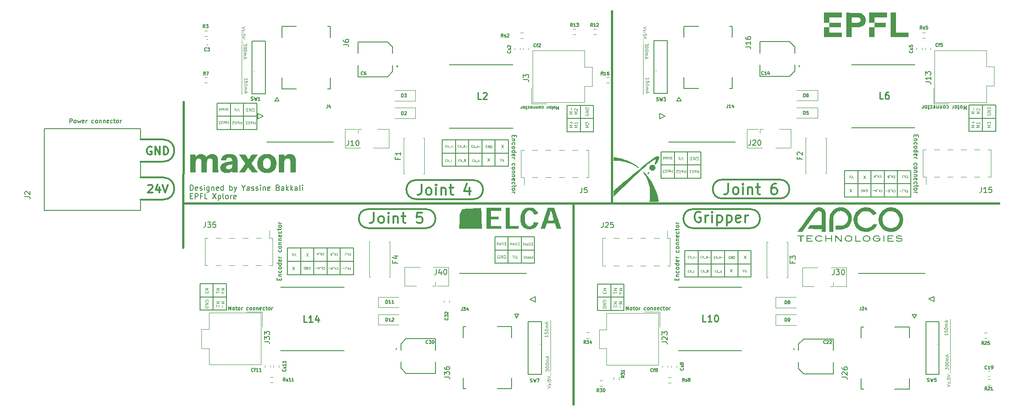
<source format=gbr>
G04 #@! TF.GenerationSoftware,KiCad,Pcbnew,(6.0.4)*
G04 #@! TF.CreationDate,2022-12-04T19:10:42+01:00*
G04 #@! TF.ProjectId,can_controller_board,63616e5f-636f-46e7-9472-6f6c6c65725f,1.0*
G04 #@! TF.SameCoordinates,Original*
G04 #@! TF.FileFunction,Legend,Top*
G04 #@! TF.FilePolarity,Positive*
%FSLAX46Y46*%
G04 Gerber Fmt 4.6, Leading zero omitted, Abs format (unit mm)*
G04 Created by KiCad (PCBNEW (6.0.4)) date 2022-12-04 19:10:42*
%MOMM*%
%LPD*%
G01*
G04 APERTURE LIST*
%ADD10C,0.200000*%
%ADD11C,0.300000*%
%ADD12C,0.100000*%
%ADD13C,0.375000*%
%ADD14C,0.400000*%
%ADD15C,0.175000*%
%ADD16C,0.150000*%
%ADD17C,0.254000*%
%ADD18C,0.120000*%
%ADD19C,0.127000*%
G04 APERTURE END LIST*
D10*
X176087842Y-97329146D02*
X176087842Y-92329146D01*
X208300000Y-95900000D02*
X220800000Y-95900000D01*
X112900000Y-115600000D02*
X112900000Y-110600000D01*
X183100000Y-111100000D02*
X183100000Y-116100000D01*
X158313245Y-83511757D02*
X158313245Y-88511757D01*
D11*
X190500000Y-106800000D02*
G75*
G03*
X190500000Y-103200000I0J1800000D01*
G01*
D10*
X190600000Y-113600000D02*
X178100000Y-113600000D01*
D12*
X94250000Y-71950000D02*
X94250000Y-81450000D01*
D11*
X127200000Y-97700000D02*
G75*
G03*
X127200000Y-101300000I0J-1800000D01*
G01*
D10*
X102900000Y-115600000D02*
X102900000Y-110600000D01*
X234366666Y-83466829D02*
X234366666Y-88466829D01*
X215800000Y-100900000D02*
X215800000Y-95900000D01*
X144700000Y-95100000D02*
X132200000Y-95100000D01*
X236866666Y-85966829D02*
X231866666Y-85966829D01*
D11*
X185150000Y-101200000D02*
X196050000Y-101200000D01*
D10*
X91346176Y-117337317D02*
X86346176Y-117337317D01*
X86346176Y-117337317D02*
X86346176Y-122337317D01*
X86346176Y-122337317D02*
X91346176Y-122337317D01*
X91346176Y-122337317D02*
X91346176Y-117337317D01*
X218300000Y-100900000D02*
X218300000Y-95900000D01*
X173587842Y-94829146D02*
X181087842Y-94829146D01*
X181087842Y-97329146D02*
X173587842Y-97329146D01*
X173587842Y-97329146D02*
X173587842Y-92329146D01*
X173587842Y-92329146D02*
X181087842Y-92329146D01*
X181087842Y-92329146D02*
X181087842Y-97329146D01*
X142200000Y-90100000D02*
X142200000Y-95100000D01*
D11*
X185150000Y-97600000D02*
X196050000Y-97600000D01*
X179600000Y-103200000D02*
G75*
G03*
X179600000Y-106800000I0J-1800000D01*
G01*
X138100000Y-101300000D02*
G75*
G03*
X138100000Y-97700000I0J1800000D01*
G01*
D10*
X190600000Y-111100000D02*
X190600000Y-116100000D01*
X185600000Y-111100000D02*
X185600000Y-116100000D01*
D13*
X75125000Y-101400000D02*
X79400000Y-101400000D01*
D10*
X107900000Y-115600000D02*
X107900000Y-110600000D01*
X208300000Y-98400000D02*
X220800000Y-98400000D01*
X208300000Y-100900000D02*
X220800000Y-100900000D01*
D11*
X118200000Y-103200000D02*
X129100000Y-103200000D01*
X138100000Y-101300000D02*
X127200000Y-101300000D01*
D10*
X210800000Y-100900000D02*
X210800000Y-95900000D01*
X180600000Y-111100000D02*
X180600000Y-116100000D01*
X97100000Y-88100000D02*
X89600000Y-88100000D01*
X89600000Y-88100000D02*
X89600000Y-83100000D01*
X89600000Y-83100000D02*
X97100000Y-83100000D01*
X97100000Y-83100000D02*
X97100000Y-88100000D01*
X86346176Y-119837317D02*
X91346176Y-119837317D01*
D11*
X179600000Y-103200000D02*
X190500000Y-103200000D01*
D10*
X102900000Y-110600000D02*
X115400000Y-110600000D01*
X164072931Y-122385561D02*
X164072931Y-117385561D01*
X213300000Y-100900000D02*
X213300000Y-95900000D01*
D13*
X75100000Y-90000000D02*
X79400000Y-90000000D01*
D11*
X127200000Y-97700000D02*
X138100000Y-97700000D01*
X196050000Y-101200000D02*
G75*
G03*
X196050000Y-97600000I0J1800000D01*
G01*
D10*
X178587842Y-97329146D02*
X178587842Y-92329146D01*
D14*
X83175000Y-110500000D02*
X83275000Y-82900000D01*
D10*
X102900000Y-115600000D02*
X115400000Y-115600000D01*
D13*
X79400000Y-94200000D02*
G75*
G03*
X79400000Y-90000000I0J2100000D01*
G01*
D10*
X139700000Y-90100000D02*
X139700000Y-95100000D01*
X110400000Y-115600000D02*
X110400000Y-110600000D01*
X105400000Y-115600000D02*
X105400000Y-110600000D01*
X88846176Y-122337317D02*
X88846176Y-117337317D01*
X147125000Y-108475000D02*
X147125000Y-113475000D01*
X208300000Y-100900000D02*
X208300000Y-95900000D01*
X115400000Y-110600000D02*
X115400000Y-115600000D01*
X166572931Y-117385561D02*
X161572931Y-117385561D01*
X161572931Y-117385561D02*
X161572931Y-122385561D01*
X161572931Y-122385561D02*
X166572931Y-122385561D01*
X166572931Y-122385561D02*
X166572931Y-117385561D01*
D13*
X79400000Y-101400000D02*
G75*
G03*
X79400000Y-97200000I0J2100000D01*
G01*
D10*
X160813245Y-86011757D02*
X155813245Y-86011757D01*
X92100000Y-88100000D02*
X92100000Y-83100000D01*
D11*
X118200000Y-106800000D02*
X129100000Y-106800000D01*
X129100000Y-106800000D02*
G75*
G03*
X129100000Y-103200000I0J1800000D01*
G01*
D10*
X190600000Y-116100000D02*
X178100000Y-116100000D01*
X102900000Y-113100000D02*
X115400000Y-113100000D01*
X178100000Y-116100000D02*
X178100000Y-111100000D01*
D11*
X179600000Y-106800000D02*
X190500000Y-106800000D01*
D10*
X144700000Y-90100000D02*
X144700000Y-95100000D01*
X155813245Y-88511757D02*
X160813245Y-88511757D01*
X160813245Y-88511757D02*
X160813245Y-83511757D01*
X160813245Y-83511757D02*
X155813245Y-83511757D01*
X155813245Y-83511757D02*
X155813245Y-88511757D01*
X134700000Y-90100000D02*
X134700000Y-95100000D01*
D14*
X214625000Y-102090000D02*
X237475000Y-102090000D01*
D13*
X75100000Y-97200000D02*
X79400000Y-97200000D01*
D10*
X161572931Y-119885561D02*
X166572931Y-119885561D01*
X220800000Y-95900000D02*
X220800000Y-100900000D01*
D11*
X185150000Y-97600000D02*
G75*
G03*
X185150000Y-101200000I0J-1800000D01*
G01*
D10*
X231866666Y-88466829D02*
X236866666Y-88466829D01*
X236866666Y-88466829D02*
X236866666Y-83466829D01*
X236866666Y-83466829D02*
X231866666Y-83466829D01*
X231866666Y-83466829D02*
X231866666Y-88466829D01*
X137200000Y-90100000D02*
X137200000Y-95100000D01*
X149625000Y-110975000D02*
X142125000Y-110975000D01*
X94600000Y-88100000D02*
X94600000Y-83100000D01*
X144700000Y-92600000D02*
X132200000Y-92600000D01*
X188100000Y-111100000D02*
X188100000Y-116100000D01*
D13*
X75125000Y-94200000D02*
X79200000Y-94200000D01*
D10*
X89600000Y-85600000D02*
X97100000Y-85600000D01*
D11*
X118200000Y-103200000D02*
G75*
G03*
X118200000Y-106800000I0J-1800000D01*
G01*
D14*
X164300000Y-65650000D02*
X164300000Y-102100000D01*
D10*
X190600000Y-111100000D02*
X178100000Y-111100000D01*
D14*
X214730000Y-102090000D02*
X110025000Y-102100000D01*
D10*
X132200000Y-95100000D02*
X132200000Y-90100000D01*
D14*
X156970000Y-102120000D02*
X156970000Y-140150000D01*
D10*
X144700000Y-90100000D02*
X132200000Y-90100000D01*
X144625000Y-108475000D02*
X144625000Y-113475000D01*
D12*
X152671176Y-133800000D02*
X152671176Y-124300000D01*
X79200000Y-94200000D02*
X79400000Y-94200000D01*
X228253510Y-133500000D02*
X228253510Y-124000000D01*
D14*
X110025000Y-102100000D02*
X83275000Y-102100000D01*
D12*
X170186087Y-71937683D02*
X170186087Y-81437683D01*
D10*
X142125000Y-108475000D02*
X149625000Y-108475000D01*
X149625000Y-108475000D02*
X149625000Y-113475000D01*
X149625000Y-113475000D02*
X142125000Y-113475000D01*
X142125000Y-113475000D02*
X142125000Y-108475000D01*
D12*
X217511190Y-96901142D02*
X217530238Y-96882095D01*
X217587380Y-96863047D01*
X217625476Y-96863047D01*
X217682619Y-96882095D01*
X217720714Y-96920190D01*
X217739761Y-96958285D01*
X217758809Y-97034476D01*
X217758809Y-97091619D01*
X217739761Y-97167809D01*
X217720714Y-97205904D01*
X217682619Y-97244000D01*
X217625476Y-97263047D01*
X217587380Y-97263047D01*
X217530238Y-97244000D01*
X217511190Y-97224952D01*
X217339761Y-96863047D02*
X217339761Y-97263047D01*
X217168333Y-96863047D02*
X217168333Y-97072571D01*
X217187380Y-97110666D01*
X217225476Y-97129714D01*
X217282619Y-97129714D01*
X217320714Y-97110666D01*
X217339761Y-97091619D01*
X217073095Y-96824952D02*
X216768333Y-96824952D01*
X216539761Y-97072571D02*
X216482619Y-97053523D01*
X216463571Y-97034476D01*
X216444523Y-96996380D01*
X216444523Y-96939238D01*
X216463571Y-96901142D01*
X216482619Y-96882095D01*
X216520714Y-96863047D01*
X216673095Y-96863047D01*
X216673095Y-97263047D01*
X216539761Y-97263047D01*
X216501666Y-97244000D01*
X216482619Y-97224952D01*
X216463571Y-97186857D01*
X216463571Y-97148761D01*
X216482619Y-97110666D01*
X216501666Y-97091619D01*
X216539761Y-97072571D01*
X216673095Y-97072571D01*
X215111190Y-99557142D02*
X215130238Y-99538095D01*
X215187380Y-99519047D01*
X215225476Y-99519047D01*
X215282619Y-99538095D01*
X215320714Y-99576190D01*
X215339761Y-99614285D01*
X215358809Y-99690476D01*
X215358809Y-99747619D01*
X215339761Y-99823809D01*
X215320714Y-99861904D01*
X215282619Y-99900000D01*
X215225476Y-99919047D01*
X215187380Y-99919047D01*
X215130238Y-99900000D01*
X215111190Y-99880952D01*
X214939761Y-99519047D02*
X214939761Y-99919047D01*
X214768333Y-99519047D02*
X214768333Y-99728571D01*
X214787380Y-99766666D01*
X214825476Y-99785714D01*
X214882619Y-99785714D01*
X214920714Y-99766666D01*
X214939761Y-99747619D01*
X214673095Y-99480952D02*
X214368333Y-99480952D01*
X214292142Y-99633333D02*
X214101666Y-99633333D01*
X214330238Y-99519047D02*
X214196904Y-99919047D01*
X214063571Y-99519047D01*
X213930238Y-99671428D02*
X213625476Y-99671428D01*
X114611190Y-111579142D02*
X114630238Y-111560095D01*
X114687380Y-111541047D01*
X114725476Y-111541047D01*
X114782619Y-111560095D01*
X114820714Y-111598190D01*
X114839761Y-111636285D01*
X114858809Y-111712476D01*
X114858809Y-111769619D01*
X114839761Y-111845809D01*
X114820714Y-111883904D01*
X114782619Y-111922000D01*
X114725476Y-111941047D01*
X114687380Y-111941047D01*
X114630238Y-111922000D01*
X114611190Y-111902952D01*
X114439761Y-111541047D02*
X114439761Y-111941047D01*
X114268333Y-111541047D02*
X114268333Y-111750571D01*
X114287380Y-111788666D01*
X114325476Y-111807714D01*
X114382619Y-111807714D01*
X114420714Y-111788666D01*
X114439761Y-111769619D01*
X114173095Y-111502952D02*
X113868333Y-111502952D01*
X113773095Y-111541047D02*
X113773095Y-111941047D01*
X227324938Y-133628571D02*
X227324938Y-133257142D01*
X227553510Y-133457142D01*
X227553510Y-133371428D01*
X227582081Y-133314285D01*
X227610652Y-133285714D01*
X227667795Y-133257142D01*
X227810652Y-133257142D01*
X227867795Y-133285714D01*
X227896367Y-133314285D01*
X227924938Y-133371428D01*
X227924938Y-133542857D01*
X227896367Y-133600000D01*
X227867795Y-133628571D01*
X227324938Y-132885714D02*
X227324938Y-132828571D01*
X227353510Y-132771428D01*
X227382081Y-132742857D01*
X227439224Y-132714285D01*
X227553510Y-132685714D01*
X227696367Y-132685714D01*
X227810652Y-132714285D01*
X227867795Y-132742857D01*
X227896367Y-132771428D01*
X227924938Y-132828571D01*
X227924938Y-132885714D01*
X227896367Y-132942857D01*
X227867795Y-132971428D01*
X227810652Y-133000000D01*
X227696367Y-133028571D01*
X227553510Y-133028571D01*
X227439224Y-133000000D01*
X227382081Y-132971428D01*
X227353510Y-132942857D01*
X227324938Y-132885714D01*
X227324938Y-132314285D02*
X227324938Y-132257142D01*
X227353510Y-132200000D01*
X227382081Y-132171428D01*
X227439224Y-132142857D01*
X227553510Y-132114285D01*
X227696367Y-132114285D01*
X227810652Y-132142857D01*
X227867795Y-132171428D01*
X227896367Y-132200000D01*
X227924938Y-132257142D01*
X227924938Y-132314285D01*
X227896367Y-132371428D01*
X227867795Y-132400000D01*
X227810652Y-132428571D01*
X227696367Y-132457142D01*
X227553510Y-132457142D01*
X227439224Y-132428571D01*
X227382081Y-132400000D01*
X227353510Y-132371428D01*
X227324938Y-132314285D01*
X227924938Y-131857142D02*
X227524938Y-131857142D01*
X227582081Y-131857142D02*
X227553510Y-131828571D01*
X227524938Y-131771428D01*
X227524938Y-131685714D01*
X227553510Y-131628571D01*
X227610652Y-131600000D01*
X227924938Y-131600000D01*
X227610652Y-131600000D02*
X227553510Y-131571428D01*
X227524938Y-131514285D01*
X227524938Y-131428571D01*
X227553510Y-131371428D01*
X227610652Y-131342857D01*
X227924938Y-131342857D01*
X227753510Y-131085714D02*
X227753510Y-130800000D01*
X227924938Y-131142857D02*
X227324938Y-130942857D01*
X227924938Y-130742857D01*
X212249285Y-97428571D02*
X211849285Y-96828571D01*
X211849285Y-97428571D02*
X212249285Y-96828571D01*
X94828571Y-68642857D02*
X94228571Y-68842857D01*
X94828571Y-69042857D01*
X94257142Y-69214285D02*
X94228571Y-69271428D01*
X94228571Y-69385714D01*
X94257142Y-69442857D01*
X94314285Y-69471428D01*
X94342857Y-69471428D01*
X94400000Y-69442857D01*
X94428571Y-69385714D01*
X94428571Y-69300000D01*
X94457142Y-69242857D01*
X94514285Y-69214285D01*
X94542857Y-69214285D01*
X94600000Y-69242857D01*
X94628571Y-69300000D01*
X94628571Y-69385714D01*
X94600000Y-69442857D01*
X94285714Y-69728571D02*
X94257142Y-69757142D01*
X94228571Y-69728571D01*
X94257142Y-69700000D01*
X94285714Y-69728571D01*
X94228571Y-69728571D01*
X94600000Y-69728571D02*
X94571428Y-69757142D01*
X94542857Y-69728571D01*
X94571428Y-69700000D01*
X94600000Y-69728571D01*
X94542857Y-69728571D01*
X94828571Y-70300000D02*
X94828571Y-70014285D01*
X94542857Y-69985714D01*
X94571428Y-70014285D01*
X94600000Y-70071428D01*
X94600000Y-70214285D01*
X94571428Y-70271428D01*
X94542857Y-70300000D01*
X94485714Y-70328571D01*
X94342857Y-70328571D01*
X94285714Y-70300000D01*
X94257142Y-70271428D01*
X94228571Y-70214285D01*
X94228571Y-70071428D01*
X94257142Y-70014285D01*
X94285714Y-69985714D01*
X94828571Y-70500000D02*
X94228571Y-70700000D01*
X94828571Y-70900000D01*
X94285714Y-71100000D02*
X94257142Y-71128571D01*
X94228571Y-71100000D01*
X94257142Y-71071428D01*
X94285714Y-71100000D01*
X94228571Y-71100000D01*
X94285714Y-71385714D02*
X94257142Y-71414285D01*
X94228571Y-71385714D01*
X94257142Y-71357142D01*
X94285714Y-71385714D01*
X94228571Y-71385714D01*
X94285714Y-71671428D02*
X94257142Y-71700000D01*
X94228571Y-71671428D01*
X94257142Y-71642857D01*
X94285714Y-71671428D01*
X94228571Y-71671428D01*
X104487380Y-112073809D02*
X104320714Y-111573809D01*
X104154047Y-112073809D01*
X104011190Y-111597619D02*
X103963571Y-111573809D01*
X103868333Y-111573809D01*
X103820714Y-111597619D01*
X103796904Y-111645238D01*
X103796904Y-111669047D01*
X103820714Y-111716666D01*
X103868333Y-111740476D01*
X103939761Y-111740476D01*
X103987380Y-111764285D01*
X104011190Y-111811904D01*
X104011190Y-111835714D01*
X103987380Y-111883333D01*
X103939761Y-111907142D01*
X103868333Y-111907142D01*
X103820714Y-111883333D01*
X95178571Y-71821428D02*
X95178571Y-72192857D01*
X94950000Y-71992857D01*
X94950000Y-72078571D01*
X94921428Y-72135714D01*
X94892857Y-72164285D01*
X94835714Y-72192857D01*
X94692857Y-72192857D01*
X94635714Y-72164285D01*
X94607142Y-72135714D01*
X94578571Y-72078571D01*
X94578571Y-71907142D01*
X94607142Y-71850000D01*
X94635714Y-71821428D01*
X95178571Y-72564285D02*
X95178571Y-72621428D01*
X95150000Y-72678571D01*
X95121428Y-72707142D01*
X95064285Y-72735714D01*
X94950000Y-72764285D01*
X94807142Y-72764285D01*
X94692857Y-72735714D01*
X94635714Y-72707142D01*
X94607142Y-72678571D01*
X94578571Y-72621428D01*
X94578571Y-72564285D01*
X94607142Y-72507142D01*
X94635714Y-72478571D01*
X94692857Y-72450000D01*
X94807142Y-72421428D01*
X94950000Y-72421428D01*
X95064285Y-72450000D01*
X95121428Y-72478571D01*
X95150000Y-72507142D01*
X95178571Y-72564285D01*
X95178571Y-73135714D02*
X95178571Y-73192857D01*
X95150000Y-73250000D01*
X95121428Y-73278571D01*
X95064285Y-73307142D01*
X94950000Y-73335714D01*
X94807142Y-73335714D01*
X94692857Y-73307142D01*
X94635714Y-73278571D01*
X94607142Y-73250000D01*
X94578571Y-73192857D01*
X94578571Y-73135714D01*
X94607142Y-73078571D01*
X94635714Y-73050000D01*
X94692857Y-73021428D01*
X94807142Y-72992857D01*
X94950000Y-72992857D01*
X95064285Y-73021428D01*
X95121428Y-73050000D01*
X95150000Y-73078571D01*
X95178571Y-73135714D01*
X94578571Y-73592857D02*
X94978571Y-73592857D01*
X94921428Y-73592857D02*
X94950000Y-73621428D01*
X94978571Y-73678571D01*
X94978571Y-73764285D01*
X94950000Y-73821428D01*
X94892857Y-73850000D01*
X94578571Y-73850000D01*
X94892857Y-73850000D02*
X94950000Y-73878571D01*
X94978571Y-73935714D01*
X94978571Y-74021428D01*
X94950000Y-74078571D01*
X94892857Y-74107142D01*
X94578571Y-74107142D01*
X94750000Y-74364285D02*
X94750000Y-74650000D01*
X94578571Y-74307142D02*
X95178571Y-74507142D01*
X94578571Y-74707142D01*
X142947142Y-111950000D02*
X142890000Y-111921428D01*
X142804285Y-111921428D01*
X142718571Y-111950000D01*
X142661428Y-112007142D01*
X142632857Y-112064285D01*
X142604285Y-112178571D01*
X142604285Y-112264285D01*
X142632857Y-112378571D01*
X142661428Y-112435714D01*
X142718571Y-112492857D01*
X142804285Y-112521428D01*
X142861428Y-112521428D01*
X142947142Y-112492857D01*
X142975714Y-112464285D01*
X142975714Y-112264285D01*
X142861428Y-112264285D01*
X143232857Y-112521428D02*
X143232857Y-111921428D01*
X143575714Y-112521428D01*
X143575714Y-111921428D01*
X143861428Y-112521428D02*
X143861428Y-111921428D01*
X144004285Y-111921428D01*
X144090000Y-111950000D01*
X144147142Y-112007142D01*
X144175714Y-112064285D01*
X144204285Y-112178571D01*
X144204285Y-112264285D01*
X144175714Y-112378571D01*
X144147142Y-112435714D01*
X144090000Y-112492857D01*
X144004285Y-112521428D01*
X143861428Y-112521428D01*
X235316666Y-85094686D02*
X235288094Y-85151829D01*
X235288094Y-85237543D01*
X235316666Y-85323257D01*
X235373808Y-85380400D01*
X235430951Y-85408971D01*
X235545237Y-85437543D01*
X235630951Y-85437543D01*
X235745237Y-85408971D01*
X235802380Y-85380400D01*
X235859523Y-85323257D01*
X235888094Y-85237543D01*
X235888094Y-85180400D01*
X235859523Y-85094686D01*
X235830951Y-85066114D01*
X235630951Y-85066114D01*
X235630951Y-85180400D01*
X235888094Y-84808971D02*
X235288094Y-84808971D01*
X235888094Y-84466114D01*
X235288094Y-84466114D01*
X235888094Y-84180400D02*
X235288094Y-84180400D01*
X235288094Y-84037543D01*
X235316666Y-83951829D01*
X235373808Y-83894686D01*
X235430951Y-83866114D01*
X235545237Y-83837543D01*
X235630951Y-83837543D01*
X235745237Y-83866114D01*
X235802380Y-83894686D01*
X235859523Y-83951829D01*
X235888094Y-84037543D01*
X235888094Y-84180400D01*
X135488809Y-94098857D02*
X135469761Y-94117904D01*
X135412619Y-94136952D01*
X135374523Y-94136952D01*
X135317380Y-94117904D01*
X135279285Y-94079809D01*
X135260238Y-94041714D01*
X135241190Y-93965523D01*
X135241190Y-93908380D01*
X135260238Y-93832190D01*
X135279285Y-93794095D01*
X135317380Y-93756000D01*
X135374523Y-93736952D01*
X135412619Y-93736952D01*
X135469761Y-93756000D01*
X135488809Y-93775047D01*
X135660238Y-94136952D02*
X135660238Y-93736952D01*
X135831666Y-94136952D02*
X135831666Y-93927428D01*
X135812619Y-93889333D01*
X135774523Y-93870285D01*
X135717380Y-93870285D01*
X135679285Y-93889333D01*
X135660238Y-93908380D01*
X135926904Y-94175047D02*
X136231666Y-94175047D01*
X136460238Y-93927428D02*
X136517380Y-93946476D01*
X136536428Y-93965523D01*
X136555476Y-94003619D01*
X136555476Y-94060761D01*
X136536428Y-94098857D01*
X136517380Y-94117904D01*
X136479285Y-94136952D01*
X136326904Y-94136952D01*
X136326904Y-93736952D01*
X136460238Y-93736952D01*
X136498333Y-93756000D01*
X136517380Y-93775047D01*
X136536428Y-93813142D01*
X136536428Y-93851238D01*
X136517380Y-93889333D01*
X136498333Y-93908380D01*
X136460238Y-93927428D01*
X136326904Y-93927428D01*
X178888809Y-112420857D02*
X178869761Y-112439904D01*
X178812619Y-112458952D01*
X178774523Y-112458952D01*
X178717380Y-112439904D01*
X178679285Y-112401809D01*
X178660238Y-112363714D01*
X178641190Y-112287523D01*
X178641190Y-112230380D01*
X178660238Y-112154190D01*
X178679285Y-112116095D01*
X178717380Y-112078000D01*
X178774523Y-112058952D01*
X178812619Y-112058952D01*
X178869761Y-112078000D01*
X178888809Y-112097047D01*
X179060238Y-112458952D02*
X179060238Y-112058952D01*
X179231666Y-112458952D02*
X179231666Y-112249428D01*
X179212619Y-112211333D01*
X179174523Y-112192285D01*
X179117380Y-112192285D01*
X179079285Y-112211333D01*
X179060238Y-112230380D01*
X179326904Y-112497047D02*
X179631666Y-112497047D01*
X179726904Y-112458952D02*
X179726904Y-112058952D01*
X179917380Y-112306571D02*
X180222142Y-112306571D01*
X183988809Y-115142857D02*
X183969761Y-115161904D01*
X183912619Y-115180952D01*
X183874523Y-115180952D01*
X183817380Y-115161904D01*
X183779285Y-115123809D01*
X183760238Y-115085714D01*
X183741190Y-115009523D01*
X183741190Y-114952380D01*
X183760238Y-114876190D01*
X183779285Y-114838095D01*
X183817380Y-114800000D01*
X183874523Y-114780952D01*
X183912619Y-114780952D01*
X183969761Y-114800000D01*
X183988809Y-114819047D01*
X184160238Y-115180952D02*
X184160238Y-114780952D01*
X184331666Y-115180952D02*
X184331666Y-114971428D01*
X184312619Y-114933333D01*
X184274523Y-114914285D01*
X184217380Y-114914285D01*
X184179285Y-114933333D01*
X184160238Y-114952380D01*
X184426904Y-115219047D02*
X184731666Y-115219047D01*
X184807857Y-115066666D02*
X184998333Y-115066666D01*
X184769761Y-115180952D02*
X184903095Y-114780952D01*
X185036428Y-115180952D01*
X181288809Y-112420857D02*
X181269761Y-112439904D01*
X181212619Y-112458952D01*
X181174523Y-112458952D01*
X181117380Y-112439904D01*
X181079285Y-112401809D01*
X181060238Y-112363714D01*
X181041190Y-112287523D01*
X181041190Y-112230380D01*
X181060238Y-112154190D01*
X181079285Y-112116095D01*
X181117380Y-112078000D01*
X181174523Y-112058952D01*
X181212619Y-112058952D01*
X181269761Y-112078000D01*
X181288809Y-112097047D01*
X181460238Y-112458952D02*
X181460238Y-112058952D01*
X181631666Y-112458952D02*
X181631666Y-112249428D01*
X181612619Y-112211333D01*
X181574523Y-112192285D01*
X181517380Y-112192285D01*
X181479285Y-112211333D01*
X181460238Y-112230380D01*
X181726904Y-112497047D02*
X182031666Y-112497047D01*
X182260238Y-112249428D02*
X182317380Y-112268476D01*
X182336428Y-112287523D01*
X182355476Y-112325619D01*
X182355476Y-112382761D01*
X182336428Y-112420857D01*
X182317380Y-112439904D01*
X182279285Y-112458952D01*
X182126904Y-112458952D01*
X182126904Y-112058952D01*
X182260238Y-112058952D01*
X182298333Y-112078000D01*
X182317380Y-112097047D01*
X182336428Y-112135142D01*
X182336428Y-112173238D01*
X182317380Y-112211333D01*
X182298333Y-112230380D01*
X182260238Y-112249428D01*
X182126904Y-112249428D01*
X182526904Y-112306571D02*
X182831666Y-112306571D01*
D10*
X101342857Y-116647619D02*
X101342857Y-116380952D01*
X101761904Y-116266666D02*
X101761904Y-116647619D01*
X100961904Y-116647619D01*
X100961904Y-116266666D01*
X101228571Y-115923809D02*
X101761904Y-115923809D01*
X101304761Y-115923809D02*
X101266666Y-115885714D01*
X101228571Y-115809523D01*
X101228571Y-115695238D01*
X101266666Y-115619047D01*
X101342857Y-115580952D01*
X101761904Y-115580952D01*
X101723809Y-114857142D02*
X101761904Y-114933333D01*
X101761904Y-115085714D01*
X101723809Y-115161904D01*
X101685714Y-115200000D01*
X101609523Y-115238095D01*
X101380952Y-115238095D01*
X101304761Y-115200000D01*
X101266666Y-115161904D01*
X101228571Y-115085714D01*
X101228571Y-114933333D01*
X101266666Y-114857142D01*
X101761904Y-114400000D02*
X101723809Y-114476190D01*
X101685714Y-114514285D01*
X101609523Y-114552380D01*
X101380952Y-114552380D01*
X101304761Y-114514285D01*
X101266666Y-114476190D01*
X101228571Y-114400000D01*
X101228571Y-114285714D01*
X101266666Y-114209523D01*
X101304761Y-114171428D01*
X101380952Y-114133333D01*
X101609523Y-114133333D01*
X101685714Y-114171428D01*
X101723809Y-114209523D01*
X101761904Y-114285714D01*
X101761904Y-114400000D01*
X101761904Y-113447619D02*
X100961904Y-113447619D01*
X101723809Y-113447619D02*
X101761904Y-113523809D01*
X101761904Y-113676190D01*
X101723809Y-113752380D01*
X101685714Y-113790476D01*
X101609523Y-113828571D01*
X101380952Y-113828571D01*
X101304761Y-113790476D01*
X101266666Y-113752380D01*
X101228571Y-113676190D01*
X101228571Y-113523809D01*
X101266666Y-113447619D01*
X101723809Y-112761904D02*
X101761904Y-112838095D01*
X101761904Y-112990476D01*
X101723809Y-113066666D01*
X101647619Y-113104761D01*
X101342857Y-113104761D01*
X101266666Y-113066666D01*
X101228571Y-112990476D01*
X101228571Y-112838095D01*
X101266666Y-112761904D01*
X101342857Y-112723809D01*
X101419047Y-112723809D01*
X101495238Y-113104761D01*
X101761904Y-112380952D02*
X101228571Y-112380952D01*
X101380952Y-112380952D02*
X101304761Y-112342857D01*
X101266666Y-112304761D01*
X101228571Y-112228571D01*
X101228571Y-112152380D01*
X101723809Y-110933333D02*
X101761904Y-111009523D01*
X101761904Y-111161904D01*
X101723809Y-111238095D01*
X101685714Y-111276190D01*
X101609523Y-111314285D01*
X101380952Y-111314285D01*
X101304761Y-111276190D01*
X101266666Y-111238095D01*
X101228571Y-111161904D01*
X101228571Y-111009523D01*
X101266666Y-110933333D01*
X101761904Y-110476190D02*
X101723809Y-110552380D01*
X101685714Y-110590476D01*
X101609523Y-110628571D01*
X101380952Y-110628571D01*
X101304761Y-110590476D01*
X101266666Y-110552380D01*
X101228571Y-110476190D01*
X101228571Y-110361904D01*
X101266666Y-110285714D01*
X101304761Y-110247619D01*
X101380952Y-110209523D01*
X101609523Y-110209523D01*
X101685714Y-110247619D01*
X101723809Y-110285714D01*
X101761904Y-110361904D01*
X101761904Y-110476190D01*
X101228571Y-109866666D02*
X101761904Y-109866666D01*
X101304761Y-109866666D02*
X101266666Y-109828571D01*
X101228571Y-109752380D01*
X101228571Y-109638095D01*
X101266666Y-109561904D01*
X101342857Y-109523809D01*
X101761904Y-109523809D01*
X101228571Y-109142857D02*
X101761904Y-109142857D01*
X101304761Y-109142857D02*
X101266666Y-109104761D01*
X101228571Y-109028571D01*
X101228571Y-108914285D01*
X101266666Y-108838095D01*
X101342857Y-108800000D01*
X101761904Y-108800000D01*
X101723809Y-108114285D02*
X101761904Y-108190476D01*
X101761904Y-108342857D01*
X101723809Y-108419047D01*
X101647619Y-108457142D01*
X101342857Y-108457142D01*
X101266666Y-108419047D01*
X101228571Y-108342857D01*
X101228571Y-108190476D01*
X101266666Y-108114285D01*
X101342857Y-108076190D01*
X101419047Y-108076190D01*
X101495238Y-108457142D01*
X101723809Y-107390476D02*
X101761904Y-107466666D01*
X101761904Y-107619047D01*
X101723809Y-107695238D01*
X101685714Y-107733333D01*
X101609523Y-107771428D01*
X101380952Y-107771428D01*
X101304761Y-107733333D01*
X101266666Y-107695238D01*
X101228571Y-107619047D01*
X101228571Y-107466666D01*
X101266666Y-107390476D01*
X101228571Y-107161904D02*
X101228571Y-106857142D01*
X100961904Y-107047619D02*
X101647619Y-107047619D01*
X101723809Y-107009523D01*
X101761904Y-106933333D01*
X101761904Y-106857142D01*
X101761904Y-106476190D02*
X101723809Y-106552380D01*
X101685714Y-106590476D01*
X101609523Y-106628571D01*
X101380952Y-106628571D01*
X101304761Y-106590476D01*
X101266666Y-106552380D01*
X101228571Y-106476190D01*
X101228571Y-106361904D01*
X101266666Y-106285714D01*
X101304761Y-106247619D01*
X101380952Y-106209523D01*
X101609523Y-106209523D01*
X101685714Y-106247619D01*
X101723809Y-106285714D01*
X101761904Y-106361904D01*
X101761904Y-106476190D01*
X101761904Y-105866666D02*
X101228571Y-105866666D01*
X101380952Y-105866666D02*
X101304761Y-105828571D01*
X101266666Y-105790476D01*
X101228571Y-105714285D01*
X101228571Y-105638095D01*
D12*
X112211190Y-114279142D02*
X112230238Y-114260095D01*
X112287380Y-114241047D01*
X112325476Y-114241047D01*
X112382619Y-114260095D01*
X112420714Y-114298190D01*
X112439761Y-114336285D01*
X112458809Y-114412476D01*
X112458809Y-114469619D01*
X112439761Y-114545809D01*
X112420714Y-114583904D01*
X112382619Y-114622000D01*
X112325476Y-114641047D01*
X112287380Y-114641047D01*
X112230238Y-114622000D01*
X112211190Y-114602952D01*
X112039761Y-114241047D02*
X112039761Y-114641047D01*
X111868333Y-114241047D02*
X111868333Y-114450571D01*
X111887380Y-114488666D01*
X111925476Y-114507714D01*
X111982619Y-114507714D01*
X112020714Y-114488666D01*
X112039761Y-114469619D01*
X111773095Y-114202952D02*
X111468333Y-114202952D01*
X111239761Y-114450571D02*
X111182619Y-114431523D01*
X111163571Y-114412476D01*
X111144523Y-114374380D01*
X111144523Y-114317238D01*
X111163571Y-114279142D01*
X111182619Y-114260095D01*
X111220714Y-114241047D01*
X111373095Y-114241047D01*
X111373095Y-114641047D01*
X111239761Y-114641047D01*
X111201666Y-114622000D01*
X111182619Y-114602952D01*
X111163571Y-114564857D01*
X111163571Y-114526761D01*
X111182619Y-114488666D01*
X111201666Y-114469619D01*
X111239761Y-114450571D01*
X111373095Y-114450571D01*
X110973095Y-114393428D02*
X110668333Y-114393428D01*
X145009047Y-110001190D02*
X145009047Y-109501190D01*
X145009047Y-109739285D02*
X145294761Y-109739285D01*
X145294761Y-110001190D02*
X145294761Y-109501190D01*
X145747142Y-110001190D02*
X145747142Y-109739285D01*
X145723333Y-109691666D01*
X145675714Y-109667857D01*
X145580476Y-109667857D01*
X145532857Y-109691666D01*
X145747142Y-109977380D02*
X145699523Y-110001190D01*
X145580476Y-110001190D01*
X145532857Y-109977380D01*
X145509047Y-109929761D01*
X145509047Y-109882142D01*
X145532857Y-109834523D01*
X145580476Y-109810714D01*
X145699523Y-109810714D01*
X145747142Y-109786904D01*
X146056666Y-110001190D02*
X146009047Y-109977380D01*
X145985238Y-109929761D01*
X145985238Y-109501190D01*
X146318571Y-110001190D02*
X146270952Y-109977380D01*
X146247142Y-109929761D01*
X146247142Y-109501190D01*
X146485238Y-109548809D02*
X146509047Y-109525000D01*
X146556666Y-109501190D01*
X146675714Y-109501190D01*
X146723333Y-109525000D01*
X146747142Y-109548809D01*
X146770952Y-109596428D01*
X146770952Y-109644047D01*
X146747142Y-109715476D01*
X146461428Y-110001190D01*
X146770952Y-110001190D01*
X186650714Y-114571428D02*
X187050714Y-115171428D01*
X187050714Y-114571428D02*
X186650714Y-115171428D01*
X112111190Y-111601142D02*
X112130238Y-111582095D01*
X112187380Y-111563047D01*
X112225476Y-111563047D01*
X112282619Y-111582095D01*
X112320714Y-111620190D01*
X112339761Y-111658285D01*
X112358809Y-111734476D01*
X112358809Y-111791619D01*
X112339761Y-111867809D01*
X112320714Y-111905904D01*
X112282619Y-111944000D01*
X112225476Y-111963047D01*
X112187380Y-111963047D01*
X112130238Y-111944000D01*
X112111190Y-111924952D01*
X111939761Y-111563047D02*
X111939761Y-111963047D01*
X111768333Y-111563047D02*
X111768333Y-111772571D01*
X111787380Y-111810666D01*
X111825476Y-111829714D01*
X111882619Y-111829714D01*
X111920714Y-111810666D01*
X111939761Y-111791619D01*
X111673095Y-111524952D02*
X111368333Y-111524952D01*
X111139761Y-111772571D02*
X111082619Y-111753523D01*
X111063571Y-111734476D01*
X111044523Y-111696380D01*
X111044523Y-111639238D01*
X111063571Y-111601142D01*
X111082619Y-111582095D01*
X111120714Y-111563047D01*
X111273095Y-111563047D01*
X111273095Y-111963047D01*
X111139761Y-111963047D01*
X111101666Y-111944000D01*
X111082619Y-111924952D01*
X111063571Y-111886857D01*
X111063571Y-111848761D01*
X111082619Y-111810666D01*
X111101666Y-111791619D01*
X111139761Y-111772571D01*
X111273095Y-111772571D01*
X165567502Y-120743418D02*
X166167502Y-120743418D01*
X165738931Y-120943418D01*
X166167502Y-121143418D01*
X165567502Y-121143418D01*
X165796073Y-121429132D02*
X165796073Y-121886275D01*
X164601502Y-120743418D02*
X165201502Y-120743418D01*
X164772931Y-120943418D01*
X165201502Y-121143418D01*
X164601502Y-121143418D01*
X165144359Y-121400561D02*
X165172931Y-121429132D01*
X165201502Y-121486275D01*
X165201502Y-121629132D01*
X165172931Y-121686275D01*
X165144359Y-121714846D01*
X165087216Y-121743418D01*
X165030073Y-121743418D01*
X164944359Y-121714846D01*
X164601502Y-121371989D01*
X164601502Y-121743418D01*
X87324747Y-118145174D02*
X87924747Y-118145174D01*
X87496176Y-118345174D01*
X87924747Y-118545174D01*
X87324747Y-118545174D01*
X87924747Y-118773745D02*
X87924747Y-119145174D01*
X87696176Y-118945174D01*
X87696176Y-119030888D01*
X87667604Y-119088031D01*
X87639033Y-119116602D01*
X87581890Y-119145174D01*
X87439033Y-119145174D01*
X87381890Y-119116602D01*
X87353318Y-119088031D01*
X87324747Y-119030888D01*
X87324747Y-118859459D01*
X87353318Y-118802317D01*
X87381890Y-118773745D01*
X209887380Y-97373809D02*
X209720714Y-96873809D01*
X209554047Y-97373809D01*
X209411190Y-96897619D02*
X209363571Y-96873809D01*
X209268333Y-96873809D01*
X209220714Y-96897619D01*
X209196904Y-96945238D01*
X209196904Y-96969047D01*
X209220714Y-97016666D01*
X209268333Y-97040476D01*
X209339761Y-97040476D01*
X209387380Y-97064285D01*
X209411190Y-97111904D01*
X209411190Y-97135714D01*
X209387380Y-97183333D01*
X209339761Y-97207142D01*
X209268333Y-97207142D01*
X209220714Y-97183333D01*
X170664658Y-78680540D02*
X170664658Y-78337683D01*
X170664658Y-78509111D02*
X171264658Y-78509111D01*
X171178944Y-78451968D01*
X171121801Y-78394825D01*
X171093229Y-78337683D01*
X171264658Y-79223397D02*
X171264658Y-78937683D01*
X170978944Y-78909111D01*
X171007515Y-78937683D01*
X171036087Y-78994825D01*
X171036087Y-79137683D01*
X171007515Y-79194825D01*
X170978944Y-79223397D01*
X170921801Y-79251968D01*
X170778944Y-79251968D01*
X170721801Y-79223397D01*
X170693229Y-79194825D01*
X170664658Y-79137683D01*
X170664658Y-78994825D01*
X170693229Y-78937683D01*
X170721801Y-78909111D01*
X171264658Y-79623397D02*
X171264658Y-79680540D01*
X171236087Y-79737683D01*
X171207515Y-79766254D01*
X171150372Y-79794825D01*
X171036087Y-79823397D01*
X170893229Y-79823397D01*
X170778944Y-79794825D01*
X170721801Y-79766254D01*
X170693229Y-79737683D01*
X170664658Y-79680540D01*
X170664658Y-79623397D01*
X170693229Y-79566254D01*
X170721801Y-79537683D01*
X170778944Y-79509111D01*
X170893229Y-79480540D01*
X171036087Y-79480540D01*
X171150372Y-79509111D01*
X171207515Y-79537683D01*
X171236087Y-79566254D01*
X171264658Y-79623397D01*
X170664658Y-80080540D02*
X171064658Y-80080540D01*
X171007515Y-80080540D02*
X171036087Y-80109111D01*
X171064658Y-80166254D01*
X171064658Y-80251968D01*
X171036087Y-80309111D01*
X170978944Y-80337683D01*
X170664658Y-80337683D01*
X170978944Y-80337683D02*
X171036087Y-80366254D01*
X171064658Y-80423397D01*
X171064658Y-80509111D01*
X171036087Y-80566254D01*
X170978944Y-80594825D01*
X170664658Y-80594825D01*
X170836087Y-80851968D02*
X170836087Y-81137683D01*
X170664658Y-80794825D02*
X171264658Y-80994825D01*
X170664658Y-81194825D01*
X156801673Y-87703899D02*
X156201673Y-87703899D01*
X156630245Y-87503899D01*
X156201673Y-87303899D01*
X156801673Y-87303899D01*
X156573102Y-87018185D02*
X156573102Y-86561042D01*
X156801673Y-86789614D02*
X156344530Y-86789614D01*
X157767673Y-87703899D02*
X157167673Y-87703899D01*
X157596245Y-87503899D01*
X157167673Y-87303899D01*
X157767673Y-87303899D01*
X157767673Y-86703899D02*
X157767673Y-87046757D01*
X157767673Y-86875328D02*
X157167673Y-86875328D01*
X157253387Y-86932471D01*
X157310530Y-86989614D01*
X157339102Y-87046757D01*
X178888809Y-115120857D02*
X178869761Y-115139904D01*
X178812619Y-115158952D01*
X178774523Y-115158952D01*
X178717380Y-115139904D01*
X178679285Y-115101809D01*
X178660238Y-115063714D01*
X178641190Y-114987523D01*
X178641190Y-114930380D01*
X178660238Y-114854190D01*
X178679285Y-114816095D01*
X178717380Y-114778000D01*
X178774523Y-114758952D01*
X178812619Y-114758952D01*
X178869761Y-114778000D01*
X178888809Y-114797047D01*
X179060238Y-115158952D02*
X179060238Y-114758952D01*
X179231666Y-115158952D02*
X179231666Y-114949428D01*
X179212619Y-114911333D01*
X179174523Y-114892285D01*
X179117380Y-114892285D01*
X179079285Y-114911333D01*
X179060238Y-114930380D01*
X179326904Y-115197047D02*
X179631666Y-115197047D01*
X179726904Y-115158952D02*
X179726904Y-114758952D01*
X189250714Y-112021428D02*
X189650714Y-112621428D01*
X189650714Y-112021428D02*
X189250714Y-112621428D01*
X227674938Y-136807142D02*
X228274938Y-136607142D01*
X227674938Y-136407142D01*
X228246367Y-136235714D02*
X228274938Y-136178571D01*
X228274938Y-136064285D01*
X228246367Y-136007142D01*
X228189224Y-135978571D01*
X228160652Y-135978571D01*
X228103510Y-136007142D01*
X228074938Y-136064285D01*
X228074938Y-136150000D01*
X228046367Y-136207142D01*
X227989224Y-136235714D01*
X227960652Y-136235714D01*
X227903510Y-136207142D01*
X227874938Y-136150000D01*
X227874938Y-136064285D01*
X227903510Y-136007142D01*
X228217795Y-135721428D02*
X228246367Y-135692857D01*
X228274938Y-135721428D01*
X228246367Y-135750000D01*
X228217795Y-135721428D01*
X228274938Y-135721428D01*
X227903510Y-135721428D02*
X227932081Y-135692857D01*
X227960652Y-135721428D01*
X227932081Y-135750000D01*
X227903510Y-135721428D01*
X227960652Y-135721428D01*
X227674938Y-135150000D02*
X227674938Y-135435714D01*
X227960652Y-135464285D01*
X227932081Y-135435714D01*
X227903510Y-135378571D01*
X227903510Y-135235714D01*
X227932081Y-135178571D01*
X227960652Y-135150000D01*
X228017795Y-135121428D01*
X228160652Y-135121428D01*
X228217795Y-135150000D01*
X228246367Y-135178571D01*
X228274938Y-135235714D01*
X228274938Y-135378571D01*
X228246367Y-135435714D01*
X228217795Y-135464285D01*
X227674938Y-134950000D02*
X228274938Y-134750000D01*
X227674938Y-134550000D01*
X228217795Y-134350000D02*
X228246367Y-134321428D01*
X228274938Y-134350000D01*
X228246367Y-134378571D01*
X228217795Y-134350000D01*
X228274938Y-134350000D01*
X228217795Y-134064285D02*
X228246367Y-134035714D01*
X228274938Y-134064285D01*
X228246367Y-134092857D01*
X228217795Y-134064285D01*
X228274938Y-134064285D01*
X228217795Y-133778571D02*
X228246367Y-133750000D01*
X228274938Y-133778571D01*
X228246367Y-133807142D01*
X228217795Y-133778571D01*
X228274938Y-133778571D01*
X132988809Y-91420857D02*
X132969761Y-91439904D01*
X132912619Y-91458952D01*
X132874523Y-91458952D01*
X132817380Y-91439904D01*
X132779285Y-91401809D01*
X132760238Y-91363714D01*
X132741190Y-91287523D01*
X132741190Y-91230380D01*
X132760238Y-91154190D01*
X132779285Y-91116095D01*
X132817380Y-91078000D01*
X132874523Y-91058952D01*
X132912619Y-91058952D01*
X132969761Y-91078000D01*
X132988809Y-91097047D01*
X133160238Y-91458952D02*
X133160238Y-91058952D01*
X133331666Y-91458952D02*
X133331666Y-91249428D01*
X133312619Y-91211333D01*
X133274523Y-91192285D01*
X133217380Y-91192285D01*
X133179285Y-91211333D01*
X133160238Y-91230380D01*
X133426904Y-91497047D02*
X133731666Y-91497047D01*
X133826904Y-91458952D02*
X133826904Y-91058952D01*
X134017380Y-91306571D02*
X134322142Y-91306571D01*
X170764658Y-68630540D02*
X170164658Y-68830540D01*
X170764658Y-69030540D01*
X170193229Y-69201968D02*
X170164658Y-69259111D01*
X170164658Y-69373397D01*
X170193229Y-69430540D01*
X170250372Y-69459111D01*
X170278944Y-69459111D01*
X170336087Y-69430540D01*
X170364658Y-69373397D01*
X170364658Y-69287683D01*
X170393229Y-69230540D01*
X170450372Y-69201968D01*
X170478944Y-69201968D01*
X170536087Y-69230540D01*
X170564658Y-69287683D01*
X170564658Y-69373397D01*
X170536087Y-69430540D01*
X170221801Y-69716254D02*
X170193229Y-69744825D01*
X170164658Y-69716254D01*
X170193229Y-69687683D01*
X170221801Y-69716254D01*
X170164658Y-69716254D01*
X170536087Y-69716254D02*
X170507515Y-69744825D01*
X170478944Y-69716254D01*
X170507515Y-69687683D01*
X170536087Y-69716254D01*
X170478944Y-69716254D01*
X170764658Y-70287683D02*
X170764658Y-70001968D01*
X170478944Y-69973397D01*
X170507515Y-70001968D01*
X170536087Y-70059111D01*
X170536087Y-70201968D01*
X170507515Y-70259111D01*
X170478944Y-70287683D01*
X170421801Y-70316254D01*
X170278944Y-70316254D01*
X170221801Y-70287683D01*
X170193229Y-70259111D01*
X170164658Y-70201968D01*
X170164658Y-70059111D01*
X170193229Y-70001968D01*
X170221801Y-69973397D01*
X170764658Y-70487683D02*
X170164658Y-70687683D01*
X170764658Y-70887683D01*
X170221801Y-71087683D02*
X170193229Y-71116254D01*
X170164658Y-71087683D01*
X170193229Y-71059111D01*
X170221801Y-71087683D01*
X170164658Y-71087683D01*
X170221801Y-71373397D02*
X170193229Y-71401968D01*
X170164658Y-71373397D01*
X170193229Y-71344825D01*
X170221801Y-71373397D01*
X170164658Y-71373397D01*
X170221801Y-71659111D02*
X170193229Y-71687683D01*
X170164658Y-71659111D01*
X170193229Y-71630540D01*
X170221801Y-71659111D01*
X170164658Y-71659111D01*
X147534047Y-110051190D02*
X147534047Y-109551190D01*
X147534047Y-109789285D02*
X147819761Y-109789285D01*
X147819761Y-110051190D02*
X147819761Y-109551190D01*
X148272142Y-110051190D02*
X148272142Y-109789285D01*
X148248333Y-109741666D01*
X148200714Y-109717857D01*
X148105476Y-109717857D01*
X148057857Y-109741666D01*
X148272142Y-110027380D02*
X148224523Y-110051190D01*
X148105476Y-110051190D01*
X148057857Y-110027380D01*
X148034047Y-109979761D01*
X148034047Y-109932142D01*
X148057857Y-109884523D01*
X148105476Y-109860714D01*
X148224523Y-109860714D01*
X148272142Y-109836904D01*
X148581666Y-110051190D02*
X148534047Y-110027380D01*
X148510238Y-109979761D01*
X148510238Y-109551190D01*
X148843571Y-110051190D02*
X148795952Y-110027380D01*
X148772142Y-109979761D01*
X148772142Y-109551190D01*
X148986428Y-109551190D02*
X149295952Y-109551190D01*
X149129285Y-109741666D01*
X149200714Y-109741666D01*
X149248333Y-109765476D01*
X149272142Y-109789285D01*
X149295952Y-109836904D01*
X149295952Y-109955952D01*
X149272142Y-110003571D01*
X149248333Y-110027380D01*
X149200714Y-110051190D01*
X149057857Y-110051190D01*
X149010238Y-110027380D01*
X148986428Y-110003571D01*
D11*
X181042857Y-103790000D02*
X180852380Y-103694761D01*
X180566666Y-103694761D01*
X180280952Y-103790000D01*
X180090476Y-103980476D01*
X179995238Y-104170952D01*
X179900000Y-104551904D01*
X179900000Y-104837619D01*
X179995238Y-105218571D01*
X180090476Y-105409047D01*
X180280952Y-105599523D01*
X180566666Y-105694761D01*
X180757142Y-105694761D01*
X181042857Y-105599523D01*
X181138095Y-105504285D01*
X181138095Y-104837619D01*
X180757142Y-104837619D01*
X181995238Y-105694761D02*
X181995238Y-104361428D01*
X181995238Y-104742380D02*
X182090476Y-104551904D01*
X182185714Y-104456666D01*
X182376190Y-104361428D01*
X182566666Y-104361428D01*
X183233333Y-105694761D02*
X183233333Y-104361428D01*
X183233333Y-103694761D02*
X183138095Y-103790000D01*
X183233333Y-103885238D01*
X183328571Y-103790000D01*
X183233333Y-103694761D01*
X183233333Y-103885238D01*
X184185714Y-104361428D02*
X184185714Y-106361428D01*
X184185714Y-104456666D02*
X184376190Y-104361428D01*
X184757142Y-104361428D01*
X184947619Y-104456666D01*
X185042857Y-104551904D01*
X185138095Y-104742380D01*
X185138095Y-105313809D01*
X185042857Y-105504285D01*
X184947619Y-105599523D01*
X184757142Y-105694761D01*
X184376190Y-105694761D01*
X184185714Y-105599523D01*
X185995238Y-104361428D02*
X185995238Y-106361428D01*
X185995238Y-104456666D02*
X186185714Y-104361428D01*
X186566666Y-104361428D01*
X186757142Y-104456666D01*
X186852380Y-104551904D01*
X186947619Y-104742380D01*
X186947619Y-105313809D01*
X186852380Y-105504285D01*
X186757142Y-105599523D01*
X186566666Y-105694761D01*
X186185714Y-105694761D01*
X185995238Y-105599523D01*
X188566666Y-105599523D02*
X188376190Y-105694761D01*
X187995238Y-105694761D01*
X187804761Y-105599523D01*
X187709523Y-105409047D01*
X187709523Y-104647142D01*
X187804761Y-104456666D01*
X187995238Y-104361428D01*
X188376190Y-104361428D01*
X188566666Y-104456666D01*
X188661904Y-104647142D01*
X188661904Y-104837619D01*
X187709523Y-105028095D01*
X189519047Y-105694761D02*
X189519047Y-104361428D01*
X189519047Y-104742380D02*
X189614285Y-104551904D01*
X189709523Y-104456666D01*
X189900000Y-104361428D01*
X190090476Y-104361428D01*
D12*
X165584502Y-118193418D02*
X166184502Y-118193418D01*
X165755931Y-118393418D01*
X166184502Y-118593418D01*
X165584502Y-118593418D01*
X165813073Y-118879132D02*
X165813073Y-119336275D01*
X165584502Y-119107703D02*
X166041645Y-119107703D01*
X164618502Y-118193418D02*
X165218502Y-118193418D01*
X164789931Y-118393418D01*
X165218502Y-118593418D01*
X164618502Y-118593418D01*
X164618502Y-119193418D02*
X164618502Y-118850561D01*
X164618502Y-119021989D02*
X165218502Y-119021989D01*
X165132788Y-118964846D01*
X165075645Y-118907703D01*
X165047073Y-118850561D01*
D13*
X76529464Y-98721428D02*
X76600892Y-98650000D01*
X76743750Y-98578571D01*
X77100892Y-98578571D01*
X77243750Y-98650000D01*
X77315178Y-98721428D01*
X77386607Y-98864285D01*
X77386607Y-99007142D01*
X77315178Y-99221428D01*
X76458035Y-100078571D01*
X77386607Y-100078571D01*
X78672321Y-99078571D02*
X78672321Y-100078571D01*
X78315178Y-98507142D02*
X77958035Y-99578571D01*
X78886607Y-99578571D01*
X79243750Y-98578571D02*
X79743750Y-100078571D01*
X80243750Y-98578571D01*
D11*
X128264285Y-98494761D02*
X128264285Y-99923333D01*
X128169047Y-100209047D01*
X127978571Y-100399523D01*
X127692857Y-100494761D01*
X127502380Y-100494761D01*
X129502380Y-100494761D02*
X129311904Y-100399523D01*
X129216666Y-100304285D01*
X129121428Y-100113809D01*
X129121428Y-99542380D01*
X129216666Y-99351904D01*
X129311904Y-99256666D01*
X129502380Y-99161428D01*
X129788095Y-99161428D01*
X129978571Y-99256666D01*
X130073809Y-99351904D01*
X130169047Y-99542380D01*
X130169047Y-100113809D01*
X130073809Y-100304285D01*
X129978571Y-100399523D01*
X129788095Y-100494761D01*
X129502380Y-100494761D01*
X131026190Y-100494761D02*
X131026190Y-99161428D01*
X131026190Y-98494761D02*
X130930952Y-98590000D01*
X131026190Y-98685238D01*
X131121428Y-98590000D01*
X131026190Y-98494761D01*
X131026190Y-98685238D01*
X131978571Y-99161428D02*
X131978571Y-100494761D01*
X131978571Y-99351904D02*
X132073809Y-99256666D01*
X132264285Y-99161428D01*
X132550000Y-99161428D01*
X132740476Y-99256666D01*
X132835714Y-99447142D01*
X132835714Y-100494761D01*
X133502380Y-99161428D02*
X134264285Y-99161428D01*
X133788095Y-98494761D02*
X133788095Y-100209047D01*
X133883333Y-100399523D01*
X134073809Y-100494761D01*
X134264285Y-100494761D01*
X137311904Y-99161428D02*
X137311904Y-100494761D01*
X136835714Y-98399523D02*
X136359523Y-99828095D01*
X137597619Y-99828095D01*
D12*
X90357747Y-118145174D02*
X90957747Y-118145174D01*
X90529176Y-118345174D01*
X90957747Y-118545174D01*
X90357747Y-118545174D01*
X90586318Y-118830888D02*
X90586318Y-119288031D01*
X90357747Y-119059459D02*
X90814890Y-119059459D01*
X89391747Y-118145174D02*
X89991747Y-118145174D01*
X89563176Y-118345174D01*
X89991747Y-118545174D01*
X89391747Y-118545174D01*
X89391747Y-119145174D02*
X89391747Y-118802317D01*
X89391747Y-118973745D02*
X89991747Y-118973745D01*
X89906033Y-118916602D01*
X89848890Y-118859459D01*
X89820318Y-118802317D01*
X171114658Y-71809111D02*
X171114658Y-72180540D01*
X170886087Y-71980540D01*
X170886087Y-72066254D01*
X170857515Y-72123397D01*
X170828944Y-72151968D01*
X170771801Y-72180540D01*
X170628944Y-72180540D01*
X170571801Y-72151968D01*
X170543229Y-72123397D01*
X170514658Y-72066254D01*
X170514658Y-71894825D01*
X170543229Y-71837683D01*
X170571801Y-71809111D01*
X171114658Y-72551968D02*
X171114658Y-72609111D01*
X171086087Y-72666254D01*
X171057515Y-72694825D01*
X171000372Y-72723397D01*
X170886087Y-72751968D01*
X170743229Y-72751968D01*
X170628944Y-72723397D01*
X170571801Y-72694825D01*
X170543229Y-72666254D01*
X170514658Y-72609111D01*
X170514658Y-72551968D01*
X170543229Y-72494825D01*
X170571801Y-72466254D01*
X170628944Y-72437683D01*
X170743229Y-72409111D01*
X170886087Y-72409111D01*
X171000372Y-72437683D01*
X171057515Y-72466254D01*
X171086087Y-72494825D01*
X171114658Y-72551968D01*
X171114658Y-73123397D02*
X171114658Y-73180540D01*
X171086087Y-73237683D01*
X171057515Y-73266254D01*
X171000372Y-73294825D01*
X170886087Y-73323397D01*
X170743229Y-73323397D01*
X170628944Y-73294825D01*
X170571801Y-73266254D01*
X170543229Y-73237683D01*
X170514658Y-73180540D01*
X170514658Y-73123397D01*
X170543229Y-73066254D01*
X170571801Y-73037683D01*
X170628944Y-73009111D01*
X170743229Y-72980540D01*
X170886087Y-72980540D01*
X171000372Y-73009111D01*
X171057515Y-73037683D01*
X171086087Y-73066254D01*
X171114658Y-73123397D01*
X170514658Y-73580540D02*
X170914658Y-73580540D01*
X170857515Y-73580540D02*
X170886087Y-73609111D01*
X170914658Y-73666254D01*
X170914658Y-73751968D01*
X170886087Y-73809111D01*
X170828944Y-73837683D01*
X170514658Y-73837683D01*
X170828944Y-73837683D02*
X170886087Y-73866254D01*
X170914658Y-73923397D01*
X170914658Y-74009111D01*
X170886087Y-74066254D01*
X170828944Y-74094825D01*
X170514658Y-74094825D01*
X170686087Y-74351968D02*
X170686087Y-74637683D01*
X170514658Y-74294825D02*
X171114658Y-74494825D01*
X170514658Y-74694825D01*
X180728794Y-95827955D02*
X180728794Y-96327955D01*
X180728794Y-96089860D02*
X180443080Y-96089860D01*
X180443080Y-95827955D02*
X180443080Y-96327955D01*
X179990699Y-95827955D02*
X179990699Y-96089860D01*
X180014508Y-96137479D01*
X180062127Y-96161288D01*
X180157365Y-96161288D01*
X180204984Y-96137479D01*
X179990699Y-95851765D02*
X180038318Y-95827955D01*
X180157365Y-95827955D01*
X180204984Y-95851765D01*
X180228794Y-95899384D01*
X180228794Y-95947003D01*
X180204984Y-95994622D01*
X180157365Y-96018431D01*
X180038318Y-96018431D01*
X179990699Y-96042241D01*
X179681175Y-95827955D02*
X179728794Y-95851765D01*
X179752603Y-95899384D01*
X179752603Y-96327955D01*
X179419270Y-95827955D02*
X179466889Y-95851765D01*
X179490699Y-95899384D01*
X179490699Y-96327955D01*
X178966889Y-95827955D02*
X179252603Y-95827955D01*
X179109746Y-95827955D02*
X179109746Y-96327955D01*
X179157365Y-96256526D01*
X179204984Y-96208907D01*
X179252603Y-96185098D01*
X91690952Y-86523809D02*
X91690952Y-87023809D01*
X91690952Y-86785714D02*
X91405238Y-86785714D01*
X91405238Y-86523809D02*
X91405238Y-87023809D01*
X90952857Y-86523809D02*
X90952857Y-86785714D01*
X90976666Y-86833333D01*
X91024285Y-86857142D01*
X91119523Y-86857142D01*
X91167142Y-86833333D01*
X90952857Y-86547619D02*
X91000476Y-86523809D01*
X91119523Y-86523809D01*
X91167142Y-86547619D01*
X91190952Y-86595238D01*
X91190952Y-86642857D01*
X91167142Y-86690476D01*
X91119523Y-86714285D01*
X91000476Y-86714285D01*
X90952857Y-86738095D01*
X90643333Y-86523809D02*
X90690952Y-86547619D01*
X90714761Y-86595238D01*
X90714761Y-87023809D01*
X90381428Y-86523809D02*
X90429047Y-86547619D01*
X90452857Y-86595238D01*
X90452857Y-87023809D01*
X90238571Y-87023809D02*
X89929047Y-87023809D01*
X90095714Y-86833333D01*
X90024285Y-86833333D01*
X89976666Y-86809523D01*
X89952857Y-86785714D01*
X89929047Y-86738095D01*
X89929047Y-86619047D01*
X89952857Y-86571428D01*
X89976666Y-86547619D01*
X90024285Y-86523809D01*
X90167142Y-86523809D01*
X90214761Y-86547619D01*
X90238571Y-86571428D01*
X106849285Y-112128571D02*
X106449285Y-111528571D01*
X106449285Y-112128571D02*
X106849285Y-111528571D01*
X181388809Y-115098857D02*
X181369761Y-115117904D01*
X181312619Y-115136952D01*
X181274523Y-115136952D01*
X181217380Y-115117904D01*
X181179285Y-115079809D01*
X181160238Y-115041714D01*
X181141190Y-114965523D01*
X181141190Y-114908380D01*
X181160238Y-114832190D01*
X181179285Y-114794095D01*
X181217380Y-114756000D01*
X181274523Y-114736952D01*
X181312619Y-114736952D01*
X181369761Y-114756000D01*
X181388809Y-114775047D01*
X181560238Y-115136952D02*
X181560238Y-114736952D01*
X181731666Y-115136952D02*
X181731666Y-114927428D01*
X181712619Y-114889333D01*
X181674523Y-114870285D01*
X181617380Y-114870285D01*
X181579285Y-114889333D01*
X181560238Y-114908380D01*
X181826904Y-115175047D02*
X182131666Y-115175047D01*
X182360238Y-114927428D02*
X182417380Y-114946476D01*
X182436428Y-114965523D01*
X182455476Y-115003619D01*
X182455476Y-115060761D01*
X182436428Y-115098857D01*
X182417380Y-115117904D01*
X182379285Y-115136952D01*
X182226904Y-115136952D01*
X182226904Y-114736952D01*
X182360238Y-114736952D01*
X182398333Y-114756000D01*
X182417380Y-114775047D01*
X182436428Y-114813142D01*
X182436428Y-114851238D01*
X182417380Y-114889333D01*
X182398333Y-114908380D01*
X182360238Y-114927428D01*
X182226904Y-114927428D01*
D10*
X176569612Y-116695863D02*
X176569612Y-116429196D01*
X176988659Y-116314910D02*
X176988659Y-116695863D01*
X176188659Y-116695863D01*
X176188659Y-116314910D01*
X176455326Y-115972053D02*
X176988659Y-115972053D01*
X176531516Y-115972053D02*
X176493421Y-115933958D01*
X176455326Y-115857767D01*
X176455326Y-115743482D01*
X176493421Y-115667291D01*
X176569612Y-115629196D01*
X176988659Y-115629196D01*
X176950564Y-114905386D02*
X176988659Y-114981577D01*
X176988659Y-115133958D01*
X176950564Y-115210148D01*
X176912469Y-115248244D01*
X176836278Y-115286339D01*
X176607707Y-115286339D01*
X176531516Y-115248244D01*
X176493421Y-115210148D01*
X176455326Y-115133958D01*
X176455326Y-114981577D01*
X176493421Y-114905386D01*
X176988659Y-114448244D02*
X176950564Y-114524434D01*
X176912469Y-114562529D01*
X176836278Y-114600624D01*
X176607707Y-114600624D01*
X176531516Y-114562529D01*
X176493421Y-114524434D01*
X176455326Y-114448244D01*
X176455326Y-114333958D01*
X176493421Y-114257767D01*
X176531516Y-114219672D01*
X176607707Y-114181577D01*
X176836278Y-114181577D01*
X176912469Y-114219672D01*
X176950564Y-114257767D01*
X176988659Y-114333958D01*
X176988659Y-114448244D01*
X176988659Y-113495863D02*
X176188659Y-113495863D01*
X176950564Y-113495863D02*
X176988659Y-113572053D01*
X176988659Y-113724434D01*
X176950564Y-113800624D01*
X176912469Y-113838720D01*
X176836278Y-113876815D01*
X176607707Y-113876815D01*
X176531516Y-113838720D01*
X176493421Y-113800624D01*
X176455326Y-113724434D01*
X176455326Y-113572053D01*
X176493421Y-113495863D01*
X176950564Y-112810148D02*
X176988659Y-112886339D01*
X176988659Y-113038720D01*
X176950564Y-113114910D01*
X176874374Y-113153005D01*
X176569612Y-113153005D01*
X176493421Y-113114910D01*
X176455326Y-113038720D01*
X176455326Y-112886339D01*
X176493421Y-112810148D01*
X176569612Y-112772053D01*
X176645802Y-112772053D01*
X176721993Y-113153005D01*
X176988659Y-112429196D02*
X176455326Y-112429196D01*
X176607707Y-112429196D02*
X176531516Y-112391101D01*
X176493421Y-112353005D01*
X176455326Y-112276815D01*
X176455326Y-112200624D01*
X176950564Y-110981577D02*
X176988659Y-111057767D01*
X176988659Y-111210148D01*
X176950564Y-111286339D01*
X176912469Y-111324434D01*
X176836278Y-111362529D01*
X176607707Y-111362529D01*
X176531516Y-111324434D01*
X176493421Y-111286339D01*
X176455326Y-111210148D01*
X176455326Y-111057767D01*
X176493421Y-110981577D01*
X176988659Y-110524434D02*
X176950564Y-110600624D01*
X176912469Y-110638720D01*
X176836278Y-110676815D01*
X176607707Y-110676815D01*
X176531516Y-110638720D01*
X176493421Y-110600624D01*
X176455326Y-110524434D01*
X176455326Y-110410148D01*
X176493421Y-110333958D01*
X176531516Y-110295863D01*
X176607707Y-110257767D01*
X176836278Y-110257767D01*
X176912469Y-110295863D01*
X176950564Y-110333958D01*
X176988659Y-110410148D01*
X176988659Y-110524434D01*
X176455326Y-109914910D02*
X176988659Y-109914910D01*
X176531516Y-109914910D02*
X176493421Y-109876815D01*
X176455326Y-109800624D01*
X176455326Y-109686339D01*
X176493421Y-109610148D01*
X176569612Y-109572053D01*
X176988659Y-109572053D01*
X176455326Y-109191101D02*
X176988659Y-109191101D01*
X176531516Y-109191101D02*
X176493421Y-109153005D01*
X176455326Y-109076815D01*
X176455326Y-108962529D01*
X176493421Y-108886339D01*
X176569612Y-108848244D01*
X176988659Y-108848244D01*
X176950564Y-108162529D02*
X176988659Y-108238720D01*
X176988659Y-108391101D01*
X176950564Y-108467291D01*
X176874374Y-108505386D01*
X176569612Y-108505386D01*
X176493421Y-108467291D01*
X176455326Y-108391101D01*
X176455326Y-108238720D01*
X176493421Y-108162529D01*
X176569612Y-108124434D01*
X176645802Y-108124434D01*
X176721993Y-108505386D01*
X176950564Y-107438720D02*
X176988659Y-107514910D01*
X176988659Y-107667291D01*
X176950564Y-107743482D01*
X176912469Y-107781577D01*
X176836278Y-107819672D01*
X176607707Y-107819672D01*
X176531516Y-107781577D01*
X176493421Y-107743482D01*
X176455326Y-107667291D01*
X176455326Y-107514910D01*
X176493421Y-107438720D01*
X176455326Y-107210148D02*
X176455326Y-106905386D01*
X176188659Y-107095863D02*
X176874374Y-107095863D01*
X176950564Y-107057767D01*
X176988659Y-106981577D01*
X176988659Y-106905386D01*
X176988659Y-106524434D02*
X176950564Y-106600624D01*
X176912469Y-106638720D01*
X176836278Y-106676815D01*
X176607707Y-106676815D01*
X176531516Y-106638720D01*
X176493421Y-106600624D01*
X176455326Y-106524434D01*
X176455326Y-106410148D01*
X176493421Y-106333958D01*
X176531516Y-106295863D01*
X176607707Y-106257767D01*
X176836278Y-106257767D01*
X176912469Y-106295863D01*
X176950564Y-106333958D01*
X176988659Y-106410148D01*
X176988659Y-106524434D01*
X176988659Y-105914910D02*
X176455326Y-105914910D01*
X176607707Y-105914910D02*
X176531516Y-105876815D01*
X176493421Y-105838720D01*
X176455326Y-105762529D01*
X176455326Y-105686339D01*
D12*
X140657857Y-91125000D02*
X140615000Y-91103571D01*
X140550714Y-91103571D01*
X140486428Y-91125000D01*
X140443571Y-91167857D01*
X140422142Y-91210714D01*
X140400714Y-91296428D01*
X140400714Y-91360714D01*
X140422142Y-91446428D01*
X140443571Y-91489285D01*
X140486428Y-91532142D01*
X140550714Y-91553571D01*
X140593571Y-91553571D01*
X140657857Y-91532142D01*
X140679285Y-91510714D01*
X140679285Y-91360714D01*
X140593571Y-91360714D01*
X140872142Y-91553571D02*
X140872142Y-91103571D01*
X141129285Y-91553571D01*
X141129285Y-91103571D01*
X141343571Y-91553571D02*
X141343571Y-91103571D01*
X141450714Y-91103571D01*
X141515000Y-91125000D01*
X141557857Y-91167857D01*
X141579285Y-91210714D01*
X141600714Y-91296428D01*
X141600714Y-91360714D01*
X141579285Y-91446428D01*
X141557857Y-91489285D01*
X141515000Y-91532142D01*
X141450714Y-91553571D01*
X141343571Y-91553571D01*
X175678794Y-95752955D02*
X175678794Y-96252955D01*
X175678794Y-96014860D02*
X175393080Y-96014860D01*
X175393080Y-95752955D02*
X175393080Y-96252955D01*
X174940699Y-95752955D02*
X174940699Y-96014860D01*
X174964508Y-96062479D01*
X175012127Y-96086288D01*
X175107365Y-96086288D01*
X175154984Y-96062479D01*
X174940699Y-95776765D02*
X174988318Y-95752955D01*
X175107365Y-95752955D01*
X175154984Y-95776765D01*
X175178794Y-95824384D01*
X175178794Y-95872003D01*
X175154984Y-95919622D01*
X175107365Y-95943431D01*
X174988318Y-95943431D01*
X174940699Y-95967241D01*
X174631175Y-95752955D02*
X174678794Y-95776765D01*
X174702603Y-95824384D01*
X174702603Y-96252955D01*
X174369270Y-95752955D02*
X174416889Y-95776765D01*
X174440699Y-95824384D01*
X174440699Y-96252955D01*
X174226413Y-96252955D02*
X173916889Y-96252955D01*
X174083556Y-96062479D01*
X174012127Y-96062479D01*
X173964508Y-96038669D01*
X173940699Y-96014860D01*
X173916889Y-95967241D01*
X173916889Y-95848193D01*
X173940699Y-95800574D01*
X173964508Y-95776765D01*
X174012127Y-95752955D01*
X174154984Y-95752955D01*
X174202603Y-95776765D01*
X174226413Y-95800574D01*
X137888809Y-91442857D02*
X137869761Y-91461904D01*
X137812619Y-91480952D01*
X137774523Y-91480952D01*
X137717380Y-91461904D01*
X137679285Y-91423809D01*
X137660238Y-91385714D01*
X137641190Y-91309523D01*
X137641190Y-91252380D01*
X137660238Y-91176190D01*
X137679285Y-91138095D01*
X137717380Y-91100000D01*
X137774523Y-91080952D01*
X137812619Y-91080952D01*
X137869761Y-91100000D01*
X137888809Y-91119047D01*
X138060238Y-91480952D02*
X138060238Y-91080952D01*
X138231666Y-91480952D02*
X138231666Y-91271428D01*
X138212619Y-91233333D01*
X138174523Y-91214285D01*
X138117380Y-91214285D01*
X138079285Y-91233333D01*
X138060238Y-91252380D01*
X138326904Y-91519047D02*
X138631666Y-91519047D01*
X138707857Y-91366666D02*
X138898333Y-91366666D01*
X138669761Y-91480952D02*
X138803095Y-91080952D01*
X138936428Y-91480952D01*
X139069761Y-91328571D02*
X139374523Y-91328571D01*
X152192604Y-127057142D02*
X152192604Y-127400000D01*
X152192604Y-127228571D02*
X151592604Y-127228571D01*
X151678318Y-127285714D01*
X151735461Y-127342857D01*
X151764033Y-127400000D01*
X151592604Y-126514285D02*
X151592604Y-126800000D01*
X151878318Y-126828571D01*
X151849747Y-126800000D01*
X151821176Y-126742857D01*
X151821176Y-126600000D01*
X151849747Y-126542857D01*
X151878318Y-126514285D01*
X151935461Y-126485714D01*
X152078318Y-126485714D01*
X152135461Y-126514285D01*
X152164033Y-126542857D01*
X152192604Y-126600000D01*
X152192604Y-126742857D01*
X152164033Y-126800000D01*
X152135461Y-126828571D01*
X151592604Y-126114285D02*
X151592604Y-126057142D01*
X151621176Y-126000000D01*
X151649747Y-125971428D01*
X151706890Y-125942857D01*
X151821176Y-125914285D01*
X151964033Y-125914285D01*
X152078318Y-125942857D01*
X152135461Y-125971428D01*
X152164033Y-126000000D01*
X152192604Y-126057142D01*
X152192604Y-126114285D01*
X152164033Y-126171428D01*
X152135461Y-126200000D01*
X152078318Y-126228571D01*
X151964033Y-126257142D01*
X151821176Y-126257142D01*
X151706890Y-126228571D01*
X151649747Y-126200000D01*
X151621176Y-126171428D01*
X151592604Y-126114285D01*
X152192604Y-125657142D02*
X151792604Y-125657142D01*
X151849747Y-125657142D02*
X151821176Y-125628571D01*
X151792604Y-125571428D01*
X151792604Y-125485714D01*
X151821176Y-125428571D01*
X151878318Y-125400000D01*
X152192604Y-125400000D01*
X151878318Y-125400000D02*
X151821176Y-125371428D01*
X151792604Y-125314285D01*
X151792604Y-125228571D01*
X151821176Y-125171428D01*
X151878318Y-125142857D01*
X152192604Y-125142857D01*
X152021176Y-124885714D02*
X152021176Y-124600000D01*
X152192604Y-124942857D02*
X151592604Y-124742857D01*
X152192604Y-124542857D01*
X212342142Y-99875000D02*
X212385000Y-99896428D01*
X212449285Y-99896428D01*
X212513571Y-99875000D01*
X212556428Y-99832142D01*
X212577857Y-99789285D01*
X212599285Y-99703571D01*
X212599285Y-99639285D01*
X212577857Y-99553571D01*
X212556428Y-99510714D01*
X212513571Y-99467857D01*
X212449285Y-99446428D01*
X212406428Y-99446428D01*
X212342142Y-99467857D01*
X212320714Y-99489285D01*
X212320714Y-99639285D01*
X212406428Y-99639285D01*
X212127857Y-99446428D02*
X212127857Y-99896428D01*
X211870714Y-99446428D01*
X211870714Y-99896428D01*
X211656428Y-99446428D02*
X211656428Y-99896428D01*
X211549285Y-99896428D01*
X211485000Y-99875000D01*
X211442142Y-99832142D01*
X211420714Y-99789285D01*
X211399285Y-99703571D01*
X211399285Y-99639285D01*
X211420714Y-99553571D01*
X211442142Y-99510714D01*
X211485000Y-99467857D01*
X211549285Y-99446428D01*
X211656428Y-99446428D01*
X227774938Y-126757142D02*
X227774938Y-127100000D01*
X227774938Y-126928571D02*
X227174938Y-126928571D01*
X227260652Y-126985714D01*
X227317795Y-127042857D01*
X227346367Y-127100000D01*
X227174938Y-126214285D02*
X227174938Y-126500000D01*
X227460652Y-126528571D01*
X227432081Y-126500000D01*
X227403510Y-126442857D01*
X227403510Y-126300000D01*
X227432081Y-126242857D01*
X227460652Y-126214285D01*
X227517795Y-126185714D01*
X227660652Y-126185714D01*
X227717795Y-126214285D01*
X227746367Y-126242857D01*
X227774938Y-126300000D01*
X227774938Y-126442857D01*
X227746367Y-126500000D01*
X227717795Y-126528571D01*
X227174938Y-125814285D02*
X227174938Y-125757142D01*
X227203510Y-125700000D01*
X227232081Y-125671428D01*
X227289224Y-125642857D01*
X227403510Y-125614285D01*
X227546367Y-125614285D01*
X227660652Y-125642857D01*
X227717795Y-125671428D01*
X227746367Y-125700000D01*
X227774938Y-125757142D01*
X227774938Y-125814285D01*
X227746367Y-125871428D01*
X227717795Y-125900000D01*
X227660652Y-125928571D01*
X227546367Y-125957142D01*
X227403510Y-125957142D01*
X227289224Y-125928571D01*
X227232081Y-125900000D01*
X227203510Y-125871428D01*
X227174938Y-125814285D01*
X227774938Y-125357142D02*
X227374938Y-125357142D01*
X227432081Y-125357142D02*
X227403510Y-125328571D01*
X227374938Y-125271428D01*
X227374938Y-125185714D01*
X227403510Y-125128571D01*
X227460652Y-125100000D01*
X227774938Y-125100000D01*
X227460652Y-125100000D02*
X227403510Y-125071428D01*
X227374938Y-125014285D01*
X227374938Y-124928571D01*
X227403510Y-124871428D01*
X227460652Y-124842857D01*
X227774938Y-124842857D01*
X227603510Y-124585714D02*
X227603510Y-124300000D01*
X227774938Y-124642857D02*
X227174938Y-124442857D01*
X227774938Y-124242857D01*
X87896176Y-120709459D02*
X87924747Y-120652317D01*
X87924747Y-120566602D01*
X87896176Y-120480888D01*
X87839033Y-120423745D01*
X87781890Y-120395174D01*
X87667604Y-120366602D01*
X87581890Y-120366602D01*
X87467604Y-120395174D01*
X87410461Y-120423745D01*
X87353318Y-120480888D01*
X87324747Y-120566602D01*
X87324747Y-120623745D01*
X87353318Y-120709459D01*
X87381890Y-120738031D01*
X87581890Y-120738031D01*
X87581890Y-120623745D01*
X87324747Y-120995174D02*
X87924747Y-120995174D01*
X87324747Y-121338031D01*
X87924747Y-121338031D01*
X87324747Y-121623745D02*
X87924747Y-121623745D01*
X87924747Y-121766602D01*
X87896176Y-121852317D01*
X87839033Y-121909459D01*
X87781890Y-121938031D01*
X87667604Y-121966602D01*
X87581890Y-121966602D01*
X87467604Y-121938031D01*
X87410461Y-121909459D01*
X87353318Y-121852317D01*
X87324747Y-121766602D01*
X87324747Y-121623745D01*
X183788809Y-112442857D02*
X183769761Y-112461904D01*
X183712619Y-112480952D01*
X183674523Y-112480952D01*
X183617380Y-112461904D01*
X183579285Y-112423809D01*
X183560238Y-112385714D01*
X183541190Y-112309523D01*
X183541190Y-112252380D01*
X183560238Y-112176190D01*
X183579285Y-112138095D01*
X183617380Y-112100000D01*
X183674523Y-112080952D01*
X183712619Y-112080952D01*
X183769761Y-112100000D01*
X183788809Y-112119047D01*
X183960238Y-112480952D02*
X183960238Y-112080952D01*
X184131666Y-112480952D02*
X184131666Y-112271428D01*
X184112619Y-112233333D01*
X184074523Y-112214285D01*
X184017380Y-112214285D01*
X183979285Y-112233333D01*
X183960238Y-112252380D01*
X184226904Y-112519047D02*
X184531666Y-112519047D01*
X184607857Y-112366666D02*
X184798333Y-112366666D01*
X184569761Y-112480952D02*
X184703095Y-112080952D01*
X184836428Y-112480952D01*
X184969761Y-112328571D02*
X185274523Y-112328571D01*
D15*
X166966666Y-122316666D02*
X166966666Y-121616666D01*
X167200000Y-122116666D01*
X167433333Y-121616666D01*
X167433333Y-122316666D01*
X167866666Y-122316666D02*
X167800000Y-122283333D01*
X167766666Y-122250000D01*
X167733333Y-122183333D01*
X167733333Y-121983333D01*
X167766666Y-121916666D01*
X167800000Y-121883333D01*
X167866666Y-121850000D01*
X167966666Y-121850000D01*
X168033333Y-121883333D01*
X168066666Y-121916666D01*
X168100000Y-121983333D01*
X168100000Y-122183333D01*
X168066666Y-122250000D01*
X168033333Y-122283333D01*
X167966666Y-122316666D01*
X167866666Y-122316666D01*
X168300000Y-121850000D02*
X168566666Y-121850000D01*
X168400000Y-121616666D02*
X168400000Y-122216666D01*
X168433333Y-122283333D01*
X168500000Y-122316666D01*
X168566666Y-122316666D01*
X168900000Y-122316666D02*
X168833333Y-122283333D01*
X168800000Y-122250000D01*
X168766666Y-122183333D01*
X168766666Y-121983333D01*
X168800000Y-121916666D01*
X168833333Y-121883333D01*
X168900000Y-121850000D01*
X169000000Y-121850000D01*
X169066666Y-121883333D01*
X169100000Y-121916666D01*
X169133333Y-121983333D01*
X169133333Y-122183333D01*
X169100000Y-122250000D01*
X169066666Y-122283333D01*
X169000000Y-122316666D01*
X168900000Y-122316666D01*
X169433333Y-122316666D02*
X169433333Y-121850000D01*
X169433333Y-121983333D02*
X169466666Y-121916666D01*
X169500000Y-121883333D01*
X169566666Y-121850000D01*
X169633333Y-121850000D01*
X170700000Y-122283333D02*
X170633333Y-122316666D01*
X170500000Y-122316666D01*
X170433333Y-122283333D01*
X170400000Y-122250000D01*
X170366666Y-122183333D01*
X170366666Y-121983333D01*
X170400000Y-121916666D01*
X170433333Y-121883333D01*
X170500000Y-121850000D01*
X170633333Y-121850000D01*
X170700000Y-121883333D01*
X171100000Y-122316666D02*
X171033333Y-122283333D01*
X171000000Y-122250000D01*
X170966666Y-122183333D01*
X170966666Y-121983333D01*
X171000000Y-121916666D01*
X171033333Y-121883333D01*
X171100000Y-121850000D01*
X171200000Y-121850000D01*
X171266666Y-121883333D01*
X171300000Y-121916666D01*
X171333333Y-121983333D01*
X171333333Y-122183333D01*
X171300000Y-122250000D01*
X171266666Y-122283333D01*
X171200000Y-122316666D01*
X171100000Y-122316666D01*
X171633333Y-121850000D02*
X171633333Y-122316666D01*
X171633333Y-121916666D02*
X171666666Y-121883333D01*
X171733333Y-121850000D01*
X171833333Y-121850000D01*
X171900000Y-121883333D01*
X171933333Y-121950000D01*
X171933333Y-122316666D01*
X172266666Y-121850000D02*
X172266666Y-122316666D01*
X172266666Y-121916666D02*
X172300000Y-121883333D01*
X172366666Y-121850000D01*
X172466666Y-121850000D01*
X172533333Y-121883333D01*
X172566666Y-121950000D01*
X172566666Y-122316666D01*
X173166666Y-122283333D02*
X173100000Y-122316666D01*
X172966666Y-122316666D01*
X172900000Y-122283333D01*
X172866666Y-122216666D01*
X172866666Y-121950000D01*
X172900000Y-121883333D01*
X172966666Y-121850000D01*
X173100000Y-121850000D01*
X173166666Y-121883333D01*
X173200000Y-121950000D01*
X173200000Y-122016666D01*
X172866666Y-122083333D01*
X173800000Y-122283333D02*
X173733333Y-122316666D01*
X173600000Y-122316666D01*
X173533333Y-122283333D01*
X173500000Y-122250000D01*
X173466666Y-122183333D01*
X173466666Y-121983333D01*
X173500000Y-121916666D01*
X173533333Y-121883333D01*
X173600000Y-121850000D01*
X173733333Y-121850000D01*
X173800000Y-121883333D01*
X174000000Y-121850000D02*
X174266666Y-121850000D01*
X174100000Y-121616666D02*
X174100000Y-122216666D01*
X174133333Y-122283333D01*
X174200000Y-122316666D01*
X174266666Y-122316666D01*
X174600000Y-122316666D02*
X174533333Y-122283333D01*
X174500000Y-122250000D01*
X174466666Y-122183333D01*
X174466666Y-121983333D01*
X174500000Y-121916666D01*
X174533333Y-121883333D01*
X174600000Y-121850000D01*
X174700000Y-121850000D01*
X174766666Y-121883333D01*
X174800000Y-121916666D01*
X174833333Y-121983333D01*
X174833333Y-122183333D01*
X174800000Y-122250000D01*
X174766666Y-122283333D01*
X174700000Y-122316666D01*
X174600000Y-122316666D01*
X175133333Y-122316666D02*
X175133333Y-121850000D01*
X175133333Y-121983333D02*
X175166666Y-121916666D01*
X175200000Y-121883333D01*
X175266666Y-121850000D01*
X175333333Y-121850000D01*
D10*
X221869984Y-89156526D02*
X221869984Y-89423193D01*
X221450937Y-89537479D02*
X221450937Y-89156526D01*
X222250937Y-89156526D01*
X222250937Y-89537479D01*
X221984270Y-89880336D02*
X221450937Y-89880336D01*
X221908080Y-89880336D02*
X221946175Y-89918431D01*
X221984270Y-89994622D01*
X221984270Y-90108907D01*
X221946175Y-90185098D01*
X221869984Y-90223193D01*
X221450937Y-90223193D01*
X221489032Y-90947003D02*
X221450937Y-90870812D01*
X221450937Y-90718431D01*
X221489032Y-90642241D01*
X221527127Y-90604146D01*
X221603318Y-90566050D01*
X221831889Y-90566050D01*
X221908080Y-90604146D01*
X221946175Y-90642241D01*
X221984270Y-90718431D01*
X221984270Y-90870812D01*
X221946175Y-90947003D01*
X221450937Y-91404146D02*
X221489032Y-91327955D01*
X221527127Y-91289860D01*
X221603318Y-91251765D01*
X221831889Y-91251765D01*
X221908080Y-91289860D01*
X221946175Y-91327955D01*
X221984270Y-91404146D01*
X221984270Y-91518431D01*
X221946175Y-91594622D01*
X221908080Y-91632717D01*
X221831889Y-91670812D01*
X221603318Y-91670812D01*
X221527127Y-91632717D01*
X221489032Y-91594622D01*
X221450937Y-91518431D01*
X221450937Y-91404146D01*
X221450937Y-92356526D02*
X222250937Y-92356526D01*
X221489032Y-92356526D02*
X221450937Y-92280336D01*
X221450937Y-92127955D01*
X221489032Y-92051765D01*
X221527127Y-92013669D01*
X221603318Y-91975574D01*
X221831889Y-91975574D01*
X221908080Y-92013669D01*
X221946175Y-92051765D01*
X221984270Y-92127955D01*
X221984270Y-92280336D01*
X221946175Y-92356526D01*
X221489032Y-93042241D02*
X221450937Y-92966050D01*
X221450937Y-92813669D01*
X221489032Y-92737479D01*
X221565222Y-92699384D01*
X221869984Y-92699384D01*
X221946175Y-92737479D01*
X221984270Y-92813669D01*
X221984270Y-92966050D01*
X221946175Y-93042241D01*
X221869984Y-93080336D01*
X221793794Y-93080336D01*
X221717603Y-92699384D01*
X221450937Y-93423193D02*
X221984270Y-93423193D01*
X221831889Y-93423193D02*
X221908080Y-93461288D01*
X221946175Y-93499384D01*
X221984270Y-93575574D01*
X221984270Y-93651765D01*
X221489032Y-94870812D02*
X221450937Y-94794622D01*
X221450937Y-94642241D01*
X221489032Y-94566050D01*
X221527127Y-94527955D01*
X221603318Y-94489860D01*
X221831889Y-94489860D01*
X221908080Y-94527955D01*
X221946175Y-94566050D01*
X221984270Y-94642241D01*
X221984270Y-94794622D01*
X221946175Y-94870812D01*
X221450937Y-95327955D02*
X221489032Y-95251765D01*
X221527127Y-95213669D01*
X221603318Y-95175574D01*
X221831889Y-95175574D01*
X221908080Y-95213669D01*
X221946175Y-95251765D01*
X221984270Y-95327955D01*
X221984270Y-95442241D01*
X221946175Y-95518431D01*
X221908080Y-95556526D01*
X221831889Y-95594622D01*
X221603318Y-95594622D01*
X221527127Y-95556526D01*
X221489032Y-95518431D01*
X221450937Y-95442241D01*
X221450937Y-95327955D01*
X221984270Y-95937479D02*
X221450937Y-95937479D01*
X221908080Y-95937479D02*
X221946175Y-95975574D01*
X221984270Y-96051765D01*
X221984270Y-96166050D01*
X221946175Y-96242241D01*
X221869984Y-96280336D01*
X221450937Y-96280336D01*
X221984270Y-96661288D02*
X221450937Y-96661288D01*
X221908080Y-96661288D02*
X221946175Y-96699384D01*
X221984270Y-96775574D01*
X221984270Y-96889860D01*
X221946175Y-96966050D01*
X221869984Y-97004146D01*
X221450937Y-97004146D01*
X221489032Y-97689860D02*
X221450937Y-97613669D01*
X221450937Y-97461288D01*
X221489032Y-97385098D01*
X221565222Y-97347003D01*
X221869984Y-97347003D01*
X221946175Y-97385098D01*
X221984270Y-97461288D01*
X221984270Y-97613669D01*
X221946175Y-97689860D01*
X221869984Y-97727955D01*
X221793794Y-97727955D01*
X221717603Y-97347003D01*
X221489032Y-98413669D02*
X221450937Y-98337479D01*
X221450937Y-98185098D01*
X221489032Y-98108907D01*
X221527127Y-98070812D01*
X221603318Y-98032717D01*
X221831889Y-98032717D01*
X221908080Y-98070812D01*
X221946175Y-98108907D01*
X221984270Y-98185098D01*
X221984270Y-98337479D01*
X221946175Y-98413669D01*
X221984270Y-98642241D02*
X221984270Y-98947003D01*
X222250937Y-98756526D02*
X221565222Y-98756526D01*
X221489032Y-98794622D01*
X221450937Y-98870812D01*
X221450937Y-98947003D01*
X221450937Y-99327955D02*
X221489032Y-99251765D01*
X221527127Y-99213669D01*
X221603318Y-99175574D01*
X221831889Y-99175574D01*
X221908080Y-99213669D01*
X221946175Y-99251765D01*
X221984270Y-99327955D01*
X221984270Y-99442241D01*
X221946175Y-99518431D01*
X221908080Y-99556526D01*
X221831889Y-99594622D01*
X221603318Y-99594622D01*
X221527127Y-99556526D01*
X221489032Y-99518431D01*
X221450937Y-99442241D01*
X221450937Y-99327955D01*
X221450937Y-99937479D02*
X221984270Y-99937479D01*
X221831889Y-99937479D02*
X221908080Y-99975574D01*
X221946175Y-100013669D01*
X221984270Y-100089860D01*
X221984270Y-100166050D01*
D12*
X145497142Y-111896428D02*
X145697142Y-112496428D01*
X145897142Y-111896428D01*
X146068571Y-112467857D02*
X146125714Y-112496428D01*
X146240000Y-112496428D01*
X146297142Y-112467857D01*
X146325714Y-112410714D01*
X146325714Y-112382142D01*
X146297142Y-112325000D01*
X146240000Y-112296428D01*
X146154285Y-112296428D01*
X146097142Y-112267857D01*
X146068571Y-112210714D01*
X146068571Y-112182142D01*
X146097142Y-112125000D01*
X146154285Y-112096428D01*
X146240000Y-112096428D01*
X146297142Y-112125000D01*
D15*
X231333333Y-83587479D02*
X231333333Y-84287479D01*
X231100000Y-83787479D01*
X230866666Y-84287479D01*
X230866666Y-83587479D01*
X230433333Y-83587479D02*
X230500000Y-83620812D01*
X230533333Y-83654146D01*
X230566666Y-83720812D01*
X230566666Y-83920812D01*
X230533333Y-83987479D01*
X230500000Y-84020812D01*
X230433333Y-84054146D01*
X230333333Y-84054146D01*
X230266666Y-84020812D01*
X230233333Y-83987479D01*
X230200000Y-83920812D01*
X230200000Y-83720812D01*
X230233333Y-83654146D01*
X230266666Y-83620812D01*
X230333333Y-83587479D01*
X230433333Y-83587479D01*
X230000000Y-84054146D02*
X229733333Y-84054146D01*
X229900000Y-84287479D02*
X229900000Y-83687479D01*
X229866666Y-83620812D01*
X229800000Y-83587479D01*
X229733333Y-83587479D01*
X229400000Y-83587479D02*
X229466666Y-83620812D01*
X229500000Y-83654146D01*
X229533333Y-83720812D01*
X229533333Y-83920812D01*
X229500000Y-83987479D01*
X229466666Y-84020812D01*
X229400000Y-84054146D01*
X229300000Y-84054146D01*
X229233333Y-84020812D01*
X229200000Y-83987479D01*
X229166666Y-83920812D01*
X229166666Y-83720812D01*
X229200000Y-83654146D01*
X229233333Y-83620812D01*
X229300000Y-83587479D01*
X229400000Y-83587479D01*
X228866666Y-83587479D02*
X228866666Y-84054146D01*
X228866666Y-83920812D02*
X228833333Y-83987479D01*
X228800000Y-84020812D01*
X228733333Y-84054146D01*
X228666666Y-84054146D01*
X227600000Y-83620812D02*
X227666666Y-83587479D01*
X227800000Y-83587479D01*
X227866666Y-83620812D01*
X227900000Y-83654146D01*
X227933333Y-83720812D01*
X227933333Y-83920812D01*
X227900000Y-83987479D01*
X227866666Y-84020812D01*
X227800000Y-84054146D01*
X227666666Y-84054146D01*
X227600000Y-84020812D01*
X227200000Y-83587479D02*
X227266666Y-83620812D01*
X227300000Y-83654146D01*
X227333333Y-83720812D01*
X227333333Y-83920812D01*
X227300000Y-83987479D01*
X227266666Y-84020812D01*
X227200000Y-84054146D01*
X227100000Y-84054146D01*
X227033333Y-84020812D01*
X227000000Y-83987479D01*
X226966666Y-83920812D01*
X226966666Y-83720812D01*
X227000000Y-83654146D01*
X227033333Y-83620812D01*
X227100000Y-83587479D01*
X227200000Y-83587479D01*
X226666666Y-84054146D02*
X226666666Y-83587479D01*
X226666666Y-83987479D02*
X226633333Y-84020812D01*
X226566666Y-84054146D01*
X226466666Y-84054146D01*
X226400000Y-84020812D01*
X226366666Y-83954146D01*
X226366666Y-83587479D01*
X226033333Y-84054146D02*
X226033333Y-83587479D01*
X226033333Y-83987479D02*
X226000000Y-84020812D01*
X225933333Y-84054146D01*
X225833333Y-84054146D01*
X225766666Y-84020812D01*
X225733333Y-83954146D01*
X225733333Y-83587479D01*
X225133333Y-83620812D02*
X225200000Y-83587479D01*
X225333333Y-83587479D01*
X225400000Y-83620812D01*
X225433333Y-83687479D01*
X225433333Y-83954146D01*
X225400000Y-84020812D01*
X225333333Y-84054146D01*
X225200000Y-84054146D01*
X225133333Y-84020812D01*
X225100000Y-83954146D01*
X225100000Y-83887479D01*
X225433333Y-83820812D01*
X224500000Y-83620812D02*
X224566666Y-83587479D01*
X224700000Y-83587479D01*
X224766666Y-83620812D01*
X224800000Y-83654146D01*
X224833333Y-83720812D01*
X224833333Y-83920812D01*
X224800000Y-83987479D01*
X224766666Y-84020812D01*
X224700000Y-84054146D01*
X224566666Y-84054146D01*
X224500000Y-84020812D01*
X224300000Y-84054146D02*
X224033333Y-84054146D01*
X224200000Y-84287479D02*
X224200000Y-83687479D01*
X224166666Y-83620812D01*
X224100000Y-83587479D01*
X224033333Y-83587479D01*
X223700000Y-83587479D02*
X223766666Y-83620812D01*
X223800000Y-83654146D01*
X223833333Y-83720812D01*
X223833333Y-83920812D01*
X223800000Y-83987479D01*
X223766666Y-84020812D01*
X223700000Y-84054146D01*
X223600000Y-84054146D01*
X223533333Y-84020812D01*
X223500000Y-83987479D01*
X223466666Y-83920812D01*
X223466666Y-83720812D01*
X223500000Y-83654146D01*
X223533333Y-83620812D01*
X223600000Y-83587479D01*
X223700000Y-83587479D01*
X223166666Y-83587479D02*
X223166666Y-84054146D01*
X223166666Y-83920812D02*
X223133333Y-83987479D01*
X223100000Y-84020812D01*
X223033333Y-84054146D01*
X222966666Y-84054146D01*
D12*
X232872094Y-85108971D02*
X232272094Y-85108971D01*
X232700666Y-84908971D01*
X232272094Y-84708971D01*
X232872094Y-84708971D01*
X232643523Y-84423257D02*
X232643523Y-83966114D01*
X233838094Y-85108971D02*
X233238094Y-85108971D01*
X233666666Y-84908971D01*
X233238094Y-84708971D01*
X233838094Y-84708971D01*
X233295237Y-84451829D02*
X233266666Y-84423257D01*
X233238094Y-84366114D01*
X233238094Y-84223257D01*
X233266666Y-84166114D01*
X233295237Y-84137543D01*
X233352380Y-84108971D01*
X233409523Y-84108971D01*
X233495237Y-84137543D01*
X233838094Y-84480400D01*
X233838094Y-84108971D01*
D10*
X145816563Y-89201454D02*
X145816563Y-89468121D01*
X145397516Y-89582407D02*
X145397516Y-89201454D01*
X146197516Y-89201454D01*
X146197516Y-89582407D01*
X145930849Y-89925264D02*
X145397516Y-89925264D01*
X145854659Y-89925264D02*
X145892754Y-89963359D01*
X145930849Y-90039550D01*
X145930849Y-90153835D01*
X145892754Y-90230026D01*
X145816563Y-90268121D01*
X145397516Y-90268121D01*
X145435611Y-90991931D02*
X145397516Y-90915740D01*
X145397516Y-90763359D01*
X145435611Y-90687169D01*
X145473706Y-90649074D01*
X145549897Y-90610978D01*
X145778468Y-90610978D01*
X145854659Y-90649074D01*
X145892754Y-90687169D01*
X145930849Y-90763359D01*
X145930849Y-90915740D01*
X145892754Y-90991931D01*
X145397516Y-91449074D02*
X145435611Y-91372883D01*
X145473706Y-91334788D01*
X145549897Y-91296693D01*
X145778468Y-91296693D01*
X145854659Y-91334788D01*
X145892754Y-91372883D01*
X145930849Y-91449074D01*
X145930849Y-91563359D01*
X145892754Y-91639550D01*
X145854659Y-91677645D01*
X145778468Y-91715740D01*
X145549897Y-91715740D01*
X145473706Y-91677645D01*
X145435611Y-91639550D01*
X145397516Y-91563359D01*
X145397516Y-91449074D01*
X145397516Y-92401454D02*
X146197516Y-92401454D01*
X145435611Y-92401454D02*
X145397516Y-92325264D01*
X145397516Y-92172883D01*
X145435611Y-92096693D01*
X145473706Y-92058597D01*
X145549897Y-92020502D01*
X145778468Y-92020502D01*
X145854659Y-92058597D01*
X145892754Y-92096693D01*
X145930849Y-92172883D01*
X145930849Y-92325264D01*
X145892754Y-92401454D01*
X145435611Y-93087169D02*
X145397516Y-93010978D01*
X145397516Y-92858597D01*
X145435611Y-92782407D01*
X145511801Y-92744312D01*
X145816563Y-92744312D01*
X145892754Y-92782407D01*
X145930849Y-92858597D01*
X145930849Y-93010978D01*
X145892754Y-93087169D01*
X145816563Y-93125264D01*
X145740373Y-93125264D01*
X145664182Y-92744312D01*
X145397516Y-93468121D02*
X145930849Y-93468121D01*
X145778468Y-93468121D02*
X145854659Y-93506216D01*
X145892754Y-93544312D01*
X145930849Y-93620502D01*
X145930849Y-93696693D01*
X145435611Y-94915740D02*
X145397516Y-94839550D01*
X145397516Y-94687169D01*
X145435611Y-94610978D01*
X145473706Y-94572883D01*
X145549897Y-94534788D01*
X145778468Y-94534788D01*
X145854659Y-94572883D01*
X145892754Y-94610978D01*
X145930849Y-94687169D01*
X145930849Y-94839550D01*
X145892754Y-94915740D01*
X145397516Y-95372883D02*
X145435611Y-95296693D01*
X145473706Y-95258597D01*
X145549897Y-95220502D01*
X145778468Y-95220502D01*
X145854659Y-95258597D01*
X145892754Y-95296693D01*
X145930849Y-95372883D01*
X145930849Y-95487169D01*
X145892754Y-95563359D01*
X145854659Y-95601454D01*
X145778468Y-95639550D01*
X145549897Y-95639550D01*
X145473706Y-95601454D01*
X145435611Y-95563359D01*
X145397516Y-95487169D01*
X145397516Y-95372883D01*
X145930849Y-95982407D02*
X145397516Y-95982407D01*
X145854659Y-95982407D02*
X145892754Y-96020502D01*
X145930849Y-96096693D01*
X145930849Y-96210978D01*
X145892754Y-96287169D01*
X145816563Y-96325264D01*
X145397516Y-96325264D01*
X145930849Y-96706216D02*
X145397516Y-96706216D01*
X145854659Y-96706216D02*
X145892754Y-96744312D01*
X145930849Y-96820502D01*
X145930849Y-96934788D01*
X145892754Y-97010978D01*
X145816563Y-97049074D01*
X145397516Y-97049074D01*
X145435611Y-97734788D02*
X145397516Y-97658597D01*
X145397516Y-97506216D01*
X145435611Y-97430026D01*
X145511801Y-97391931D01*
X145816563Y-97391931D01*
X145892754Y-97430026D01*
X145930849Y-97506216D01*
X145930849Y-97658597D01*
X145892754Y-97734788D01*
X145816563Y-97772883D01*
X145740373Y-97772883D01*
X145664182Y-97391931D01*
X145435611Y-98458597D02*
X145397516Y-98382407D01*
X145397516Y-98230026D01*
X145435611Y-98153835D01*
X145473706Y-98115740D01*
X145549897Y-98077645D01*
X145778468Y-98077645D01*
X145854659Y-98115740D01*
X145892754Y-98153835D01*
X145930849Y-98230026D01*
X145930849Y-98382407D01*
X145892754Y-98458597D01*
X145930849Y-98687169D02*
X145930849Y-98991931D01*
X146197516Y-98801454D02*
X145511801Y-98801454D01*
X145435611Y-98839550D01*
X145397516Y-98915740D01*
X145397516Y-98991931D01*
X145397516Y-99372883D02*
X145435611Y-99296693D01*
X145473706Y-99258597D01*
X145549897Y-99220502D01*
X145778468Y-99220502D01*
X145854659Y-99258597D01*
X145892754Y-99296693D01*
X145930849Y-99372883D01*
X145930849Y-99487169D01*
X145892754Y-99563359D01*
X145854659Y-99601454D01*
X145778468Y-99639550D01*
X145549897Y-99639550D01*
X145473706Y-99601454D01*
X145435611Y-99563359D01*
X145397516Y-99487169D01*
X145397516Y-99372883D01*
X145397516Y-99982407D02*
X145930849Y-99982407D01*
X145778468Y-99982407D02*
X145854659Y-100020502D01*
X145892754Y-100058597D01*
X145930849Y-100134788D01*
X145930849Y-100210978D01*
D12*
X147566190Y-112486904D02*
X147623333Y-112505952D01*
X147718571Y-112505952D01*
X147756666Y-112486904D01*
X147775714Y-112467857D01*
X147794761Y-112429761D01*
X147794761Y-112391666D01*
X147775714Y-112353571D01*
X147756666Y-112334523D01*
X147718571Y-112315476D01*
X147642380Y-112296428D01*
X147604285Y-112277380D01*
X147585238Y-112258333D01*
X147566190Y-112220238D01*
X147566190Y-112182142D01*
X147585238Y-112144047D01*
X147604285Y-112125000D01*
X147642380Y-112105952D01*
X147737619Y-112105952D01*
X147794761Y-112125000D01*
X147966190Y-112505952D02*
X147966190Y-112105952D01*
X148137619Y-112505952D02*
X148137619Y-112296428D01*
X148118571Y-112258333D01*
X148080476Y-112239285D01*
X148023333Y-112239285D01*
X147985238Y-112258333D01*
X147966190Y-112277380D01*
X148328095Y-112505952D02*
X148328095Y-112239285D01*
X148328095Y-112105952D02*
X148309047Y-112125000D01*
X148328095Y-112144047D01*
X148347142Y-112125000D01*
X148328095Y-112105952D01*
X148328095Y-112144047D01*
X148670952Y-112486904D02*
X148632857Y-112505952D01*
X148556666Y-112505952D01*
X148518571Y-112486904D01*
X148499523Y-112448809D01*
X148499523Y-112296428D01*
X148518571Y-112258333D01*
X148556666Y-112239285D01*
X148632857Y-112239285D01*
X148670952Y-112258333D01*
X148690000Y-112296428D01*
X148690000Y-112334523D01*
X148499523Y-112372619D01*
X148918571Y-112505952D02*
X148880476Y-112486904D01*
X148861428Y-112448809D01*
X148861428Y-112105952D01*
X149242380Y-112505952D02*
X149242380Y-112105952D01*
X149242380Y-112486904D02*
X149204285Y-112505952D01*
X149128095Y-112505952D01*
X149090000Y-112486904D01*
X149070952Y-112467857D01*
X149051904Y-112429761D01*
X149051904Y-112315476D01*
X149070952Y-112277380D01*
X149090000Y-112258333D01*
X149128095Y-112239285D01*
X149204285Y-112239285D01*
X149242380Y-112258333D01*
D10*
X84518095Y-99647380D02*
X84518095Y-98647380D01*
X84756190Y-98647380D01*
X84899047Y-98695000D01*
X84994285Y-98790238D01*
X85041904Y-98885476D01*
X85089523Y-99075952D01*
X85089523Y-99218809D01*
X85041904Y-99409285D01*
X84994285Y-99504523D01*
X84899047Y-99599761D01*
X84756190Y-99647380D01*
X84518095Y-99647380D01*
X85899047Y-99599761D02*
X85803809Y-99647380D01*
X85613333Y-99647380D01*
X85518095Y-99599761D01*
X85470476Y-99504523D01*
X85470476Y-99123571D01*
X85518095Y-99028333D01*
X85613333Y-98980714D01*
X85803809Y-98980714D01*
X85899047Y-99028333D01*
X85946666Y-99123571D01*
X85946666Y-99218809D01*
X85470476Y-99314047D01*
X86327619Y-99599761D02*
X86422857Y-99647380D01*
X86613333Y-99647380D01*
X86708571Y-99599761D01*
X86756190Y-99504523D01*
X86756190Y-99456904D01*
X86708571Y-99361666D01*
X86613333Y-99314047D01*
X86470476Y-99314047D01*
X86375238Y-99266428D01*
X86327619Y-99171190D01*
X86327619Y-99123571D01*
X86375238Y-99028333D01*
X86470476Y-98980714D01*
X86613333Y-98980714D01*
X86708571Y-99028333D01*
X87184761Y-99647380D02*
X87184761Y-98980714D01*
X87184761Y-98647380D02*
X87137142Y-98695000D01*
X87184761Y-98742619D01*
X87232380Y-98695000D01*
X87184761Y-98647380D01*
X87184761Y-98742619D01*
X88089523Y-98980714D02*
X88089523Y-99790238D01*
X88041904Y-99885476D01*
X87994285Y-99933095D01*
X87899047Y-99980714D01*
X87756190Y-99980714D01*
X87660952Y-99933095D01*
X88089523Y-99599761D02*
X87994285Y-99647380D01*
X87803809Y-99647380D01*
X87708571Y-99599761D01*
X87660952Y-99552142D01*
X87613333Y-99456904D01*
X87613333Y-99171190D01*
X87660952Y-99075952D01*
X87708571Y-99028333D01*
X87803809Y-98980714D01*
X87994285Y-98980714D01*
X88089523Y-99028333D01*
X88565714Y-98980714D02*
X88565714Y-99647380D01*
X88565714Y-99075952D02*
X88613333Y-99028333D01*
X88708571Y-98980714D01*
X88851428Y-98980714D01*
X88946666Y-99028333D01*
X88994285Y-99123571D01*
X88994285Y-99647380D01*
X89851428Y-99599761D02*
X89756190Y-99647380D01*
X89565714Y-99647380D01*
X89470476Y-99599761D01*
X89422857Y-99504523D01*
X89422857Y-99123571D01*
X89470476Y-99028333D01*
X89565714Y-98980714D01*
X89756190Y-98980714D01*
X89851428Y-99028333D01*
X89899047Y-99123571D01*
X89899047Y-99218809D01*
X89422857Y-99314047D01*
X90756190Y-99647380D02*
X90756190Y-98647380D01*
X90756190Y-99599761D02*
X90660952Y-99647380D01*
X90470476Y-99647380D01*
X90375238Y-99599761D01*
X90327619Y-99552142D01*
X90280000Y-99456904D01*
X90280000Y-99171190D01*
X90327619Y-99075952D01*
X90375238Y-99028333D01*
X90470476Y-98980714D01*
X90660952Y-98980714D01*
X90756190Y-99028333D01*
X91994285Y-99647380D02*
X91994285Y-98647380D01*
X91994285Y-99028333D02*
X92089523Y-98980714D01*
X92280000Y-98980714D01*
X92375238Y-99028333D01*
X92422857Y-99075952D01*
X92470476Y-99171190D01*
X92470476Y-99456904D01*
X92422857Y-99552142D01*
X92375238Y-99599761D01*
X92280000Y-99647380D01*
X92089523Y-99647380D01*
X91994285Y-99599761D01*
X92803809Y-98980714D02*
X93041904Y-99647380D01*
X93280000Y-98980714D02*
X93041904Y-99647380D01*
X92946666Y-99885476D01*
X92899047Y-99933095D01*
X92803809Y-99980714D01*
X94613333Y-99171190D02*
X94613333Y-99647380D01*
X94280000Y-98647380D02*
X94613333Y-99171190D01*
X94946666Y-98647380D01*
X95708571Y-99647380D02*
X95708571Y-99123571D01*
X95660952Y-99028333D01*
X95565714Y-98980714D01*
X95375238Y-98980714D01*
X95280000Y-99028333D01*
X95708571Y-99599761D02*
X95613333Y-99647380D01*
X95375238Y-99647380D01*
X95280000Y-99599761D01*
X95232380Y-99504523D01*
X95232380Y-99409285D01*
X95280000Y-99314047D01*
X95375238Y-99266428D01*
X95613333Y-99266428D01*
X95708571Y-99218809D01*
X96137142Y-99599761D02*
X96232380Y-99647380D01*
X96422857Y-99647380D01*
X96518095Y-99599761D01*
X96565714Y-99504523D01*
X96565714Y-99456904D01*
X96518095Y-99361666D01*
X96422857Y-99314047D01*
X96280000Y-99314047D01*
X96184761Y-99266428D01*
X96137142Y-99171190D01*
X96137142Y-99123571D01*
X96184761Y-99028333D01*
X96280000Y-98980714D01*
X96422857Y-98980714D01*
X96518095Y-99028333D01*
X96946666Y-99599761D02*
X97041904Y-99647380D01*
X97232380Y-99647380D01*
X97327619Y-99599761D01*
X97375238Y-99504523D01*
X97375238Y-99456904D01*
X97327619Y-99361666D01*
X97232380Y-99314047D01*
X97089523Y-99314047D01*
X96994285Y-99266428D01*
X96946666Y-99171190D01*
X96946666Y-99123571D01*
X96994285Y-99028333D01*
X97089523Y-98980714D01*
X97232380Y-98980714D01*
X97327619Y-99028333D01*
X97803809Y-99647380D02*
X97803809Y-98980714D01*
X97803809Y-98647380D02*
X97756190Y-98695000D01*
X97803809Y-98742619D01*
X97851428Y-98695000D01*
X97803809Y-98647380D01*
X97803809Y-98742619D01*
X98280000Y-98980714D02*
X98280000Y-99647380D01*
X98280000Y-99075952D02*
X98327619Y-99028333D01*
X98422857Y-98980714D01*
X98565714Y-98980714D01*
X98660952Y-99028333D01*
X98708571Y-99123571D01*
X98708571Y-99647380D01*
X99565714Y-99599761D02*
X99470476Y-99647380D01*
X99280000Y-99647380D01*
X99184761Y-99599761D01*
X99137142Y-99504523D01*
X99137142Y-99123571D01*
X99184761Y-99028333D01*
X99280000Y-98980714D01*
X99470476Y-98980714D01*
X99565714Y-99028333D01*
X99613333Y-99123571D01*
X99613333Y-99218809D01*
X99137142Y-99314047D01*
X101137142Y-99123571D02*
X101280000Y-99171190D01*
X101327619Y-99218809D01*
X101375238Y-99314047D01*
X101375238Y-99456904D01*
X101327619Y-99552142D01*
X101280000Y-99599761D01*
X101184761Y-99647380D01*
X100803809Y-99647380D01*
X100803809Y-98647380D01*
X101137142Y-98647380D01*
X101232380Y-98695000D01*
X101280000Y-98742619D01*
X101327619Y-98837857D01*
X101327619Y-98933095D01*
X101280000Y-99028333D01*
X101232380Y-99075952D01*
X101137142Y-99123571D01*
X100803809Y-99123571D01*
X102232380Y-99647380D02*
X102232380Y-99123571D01*
X102184761Y-99028333D01*
X102089523Y-98980714D01*
X101899047Y-98980714D01*
X101803809Y-99028333D01*
X102232380Y-99599761D02*
X102137142Y-99647380D01*
X101899047Y-99647380D01*
X101803809Y-99599761D01*
X101756190Y-99504523D01*
X101756190Y-99409285D01*
X101803809Y-99314047D01*
X101899047Y-99266428D01*
X102137142Y-99266428D01*
X102232380Y-99218809D01*
X102708571Y-99647380D02*
X102708571Y-98647380D01*
X102803809Y-99266428D02*
X103089523Y-99647380D01*
X103089523Y-98980714D02*
X102708571Y-99361666D01*
X103518095Y-99647380D02*
X103518095Y-98647380D01*
X103613333Y-99266428D02*
X103899047Y-99647380D01*
X103899047Y-98980714D02*
X103518095Y-99361666D01*
X104756190Y-99647380D02*
X104756190Y-99123571D01*
X104708571Y-99028333D01*
X104613333Y-98980714D01*
X104422857Y-98980714D01*
X104327619Y-99028333D01*
X104756190Y-99599761D02*
X104660952Y-99647380D01*
X104422857Y-99647380D01*
X104327619Y-99599761D01*
X104280000Y-99504523D01*
X104280000Y-99409285D01*
X104327619Y-99314047D01*
X104422857Y-99266428D01*
X104660952Y-99266428D01*
X104756190Y-99218809D01*
X105375238Y-99647380D02*
X105280000Y-99599761D01*
X105232380Y-99504523D01*
X105232380Y-98647380D01*
X105756190Y-99647380D02*
X105756190Y-98980714D01*
X105756190Y-98647380D02*
X105708571Y-98695000D01*
X105756190Y-98742619D01*
X105803809Y-98695000D01*
X105756190Y-98647380D01*
X105756190Y-98742619D01*
X84518095Y-100733571D02*
X84851428Y-100733571D01*
X84994285Y-101257380D02*
X84518095Y-101257380D01*
X84518095Y-100257380D01*
X84994285Y-100257380D01*
X85422857Y-101257380D02*
X85422857Y-100257380D01*
X85803809Y-100257380D01*
X85899047Y-100305000D01*
X85946666Y-100352619D01*
X85994285Y-100447857D01*
X85994285Y-100590714D01*
X85946666Y-100685952D01*
X85899047Y-100733571D01*
X85803809Y-100781190D01*
X85422857Y-100781190D01*
X86756190Y-100733571D02*
X86422857Y-100733571D01*
X86422857Y-101257380D02*
X86422857Y-100257380D01*
X86899047Y-100257380D01*
X87756190Y-101257380D02*
X87280000Y-101257380D01*
X87280000Y-100257380D01*
X88756190Y-100257380D02*
X89422857Y-101257380D01*
X89422857Y-100257380D02*
X88756190Y-101257380D01*
X89803809Y-100590714D02*
X89803809Y-101590714D01*
X89803809Y-100638333D02*
X89899047Y-100590714D01*
X90089523Y-100590714D01*
X90184761Y-100638333D01*
X90232380Y-100685952D01*
X90280000Y-100781190D01*
X90280000Y-101066904D01*
X90232380Y-101162142D01*
X90184761Y-101209761D01*
X90089523Y-101257380D01*
X89899047Y-101257380D01*
X89803809Y-101209761D01*
X90851428Y-101257380D02*
X90756190Y-101209761D01*
X90708571Y-101114523D01*
X90708571Y-100257380D01*
X91375238Y-101257380D02*
X91280000Y-101209761D01*
X91232380Y-101162142D01*
X91184761Y-101066904D01*
X91184761Y-100781190D01*
X91232380Y-100685952D01*
X91280000Y-100638333D01*
X91375238Y-100590714D01*
X91518095Y-100590714D01*
X91613333Y-100638333D01*
X91660952Y-100685952D01*
X91708571Y-100781190D01*
X91708571Y-101066904D01*
X91660952Y-101162142D01*
X91613333Y-101209761D01*
X91518095Y-101257380D01*
X91375238Y-101257380D01*
X92137142Y-101257380D02*
X92137142Y-100590714D01*
X92137142Y-100781190D02*
X92184761Y-100685952D01*
X92232380Y-100638333D01*
X92327619Y-100590714D01*
X92422857Y-100590714D01*
X93137142Y-101209761D02*
X93041904Y-101257380D01*
X92851428Y-101257380D01*
X92756190Y-101209761D01*
X92708571Y-101114523D01*
X92708571Y-100733571D01*
X92756190Y-100638333D01*
X92851428Y-100590714D01*
X93041904Y-100590714D01*
X93137142Y-100638333D01*
X93184761Y-100733571D01*
X93184761Y-100828809D01*
X92708571Y-100924047D01*
D11*
X186314285Y-98394761D02*
X186314285Y-99823333D01*
X186219047Y-100109047D01*
X186028571Y-100299523D01*
X185742857Y-100394761D01*
X185552380Y-100394761D01*
X187552380Y-100394761D02*
X187361904Y-100299523D01*
X187266666Y-100204285D01*
X187171428Y-100013809D01*
X187171428Y-99442380D01*
X187266666Y-99251904D01*
X187361904Y-99156666D01*
X187552380Y-99061428D01*
X187838095Y-99061428D01*
X188028571Y-99156666D01*
X188123809Y-99251904D01*
X188219047Y-99442380D01*
X188219047Y-100013809D01*
X188123809Y-100204285D01*
X188028571Y-100299523D01*
X187838095Y-100394761D01*
X187552380Y-100394761D01*
X189076190Y-100394761D02*
X189076190Y-99061428D01*
X189076190Y-98394761D02*
X188980952Y-98490000D01*
X189076190Y-98585238D01*
X189171428Y-98490000D01*
X189076190Y-98394761D01*
X189076190Y-98585238D01*
X190028571Y-99061428D02*
X190028571Y-100394761D01*
X190028571Y-99251904D02*
X190123809Y-99156666D01*
X190314285Y-99061428D01*
X190600000Y-99061428D01*
X190790476Y-99156666D01*
X190885714Y-99347142D01*
X190885714Y-100394761D01*
X191552380Y-99061428D02*
X192314285Y-99061428D01*
X191838095Y-98394761D02*
X191838095Y-100109047D01*
X191933333Y-100299523D01*
X192123809Y-100394761D01*
X192314285Y-100394761D01*
X195361904Y-98394761D02*
X194980952Y-98394761D01*
X194790476Y-98490000D01*
X194695238Y-98585238D01*
X194504761Y-98870952D01*
X194409523Y-99251904D01*
X194409523Y-100013809D01*
X194504761Y-100204285D01*
X194600000Y-100299523D01*
X194790476Y-100394761D01*
X195171428Y-100394761D01*
X195361904Y-100299523D01*
X195457142Y-100204285D01*
X195552380Y-100013809D01*
X195552380Y-99537619D01*
X195457142Y-99347142D01*
X195361904Y-99251904D01*
X195171428Y-99156666D01*
X194790476Y-99156666D01*
X194600000Y-99251904D01*
X194504761Y-99347142D01*
X194409523Y-99537619D01*
D12*
X163122931Y-120757703D02*
X163151502Y-120700561D01*
X163151502Y-120614846D01*
X163122931Y-120529132D01*
X163065788Y-120471989D01*
X163008645Y-120443418D01*
X162894359Y-120414846D01*
X162808645Y-120414846D01*
X162694359Y-120443418D01*
X162637216Y-120471989D01*
X162580073Y-120529132D01*
X162551502Y-120614846D01*
X162551502Y-120671989D01*
X162580073Y-120757703D01*
X162608645Y-120786275D01*
X162808645Y-120786275D01*
X162808645Y-120671989D01*
X162551502Y-121043418D02*
X163151502Y-121043418D01*
X162551502Y-121386275D01*
X163151502Y-121386275D01*
X162551502Y-121671989D02*
X163151502Y-121671989D01*
X163151502Y-121814846D01*
X163122931Y-121900561D01*
X163065788Y-121957703D01*
X163008645Y-121986275D01*
X162894359Y-122014846D01*
X162808645Y-122014846D01*
X162694359Y-121986275D01*
X162637216Y-121957703D01*
X162580073Y-121900561D01*
X162551502Y-121814846D01*
X162551502Y-121671989D01*
X217611190Y-99579142D02*
X217630238Y-99560095D01*
X217687380Y-99541047D01*
X217725476Y-99541047D01*
X217782619Y-99560095D01*
X217820714Y-99598190D01*
X217839761Y-99636285D01*
X217858809Y-99712476D01*
X217858809Y-99769619D01*
X217839761Y-99845809D01*
X217820714Y-99883904D01*
X217782619Y-99922000D01*
X217725476Y-99941047D01*
X217687380Y-99941047D01*
X217630238Y-99922000D01*
X217611190Y-99902952D01*
X217439761Y-99541047D02*
X217439761Y-99941047D01*
X217268333Y-99541047D02*
X217268333Y-99750571D01*
X217287380Y-99788666D01*
X217325476Y-99807714D01*
X217382619Y-99807714D01*
X217420714Y-99788666D01*
X217439761Y-99769619D01*
X217173095Y-99502952D02*
X216868333Y-99502952D01*
X216639761Y-99750571D02*
X216582619Y-99731523D01*
X216563571Y-99712476D01*
X216544523Y-99674380D01*
X216544523Y-99617238D01*
X216563571Y-99579142D01*
X216582619Y-99560095D01*
X216620714Y-99541047D01*
X216773095Y-99541047D01*
X216773095Y-99941047D01*
X216639761Y-99941047D01*
X216601666Y-99922000D01*
X216582619Y-99902952D01*
X216563571Y-99864857D01*
X216563571Y-99826761D01*
X216582619Y-99788666D01*
X216601666Y-99769619D01*
X216639761Y-99750571D01*
X216773095Y-99750571D01*
X216373095Y-99693428D02*
X216068333Y-99693428D01*
X156818673Y-85153899D02*
X156218673Y-85153899D01*
X156647245Y-84953899D01*
X156218673Y-84753899D01*
X156818673Y-84753899D01*
X156590102Y-84468185D02*
X156590102Y-84011042D01*
X157784673Y-85153899D02*
X157184673Y-85153899D01*
X157613245Y-84953899D01*
X157184673Y-84753899D01*
X157784673Y-84753899D01*
X157241816Y-84496757D02*
X157213245Y-84468185D01*
X157184673Y-84411042D01*
X157184673Y-84268185D01*
X157213245Y-84211042D01*
X157241816Y-84182471D01*
X157298959Y-84153899D01*
X157356102Y-84153899D01*
X157441816Y-84182471D01*
X157784673Y-84525328D01*
X157784673Y-84153899D01*
X140750714Y-93571428D02*
X141150714Y-94171428D01*
X141150714Y-93571428D02*
X140750714Y-94171428D01*
X178203794Y-95802955D02*
X178203794Y-96302955D01*
X178203794Y-96064860D02*
X177918080Y-96064860D01*
X177918080Y-95802955D02*
X177918080Y-96302955D01*
X177465699Y-95802955D02*
X177465699Y-96064860D01*
X177489508Y-96112479D01*
X177537127Y-96136288D01*
X177632365Y-96136288D01*
X177679984Y-96112479D01*
X177465699Y-95826765D02*
X177513318Y-95802955D01*
X177632365Y-95802955D01*
X177679984Y-95826765D01*
X177703794Y-95874384D01*
X177703794Y-95922003D01*
X177679984Y-95969622D01*
X177632365Y-95993431D01*
X177513318Y-95993431D01*
X177465699Y-96017241D01*
X177156175Y-95802955D02*
X177203794Y-95826765D01*
X177227603Y-95874384D01*
X177227603Y-96302955D01*
X176894270Y-95802955D02*
X176941889Y-95826765D01*
X176965699Y-95874384D01*
X176965699Y-96302955D01*
X176727603Y-96255336D02*
X176703794Y-96279146D01*
X176656175Y-96302955D01*
X176537127Y-96302955D01*
X176489508Y-96279146D01*
X176465699Y-96255336D01*
X176441889Y-96207717D01*
X176441889Y-96160098D01*
X176465699Y-96088669D01*
X176751413Y-95802955D01*
X176441889Y-95802955D01*
X189012619Y-114626190D02*
X189179285Y-115126190D01*
X189345952Y-114626190D01*
X189488809Y-115102380D02*
X189536428Y-115126190D01*
X189631666Y-115126190D01*
X189679285Y-115102380D01*
X189703095Y-115054761D01*
X189703095Y-115030952D01*
X189679285Y-114983333D01*
X189631666Y-114959523D01*
X189560238Y-114959523D01*
X189512619Y-114935714D01*
X189488809Y-114888095D01*
X189488809Y-114864285D01*
X189512619Y-114816666D01*
X189560238Y-114792857D01*
X189631666Y-114792857D01*
X189679285Y-114816666D01*
X220011190Y-99579142D02*
X220030238Y-99560095D01*
X220087380Y-99541047D01*
X220125476Y-99541047D01*
X220182619Y-99560095D01*
X220220714Y-99598190D01*
X220239761Y-99636285D01*
X220258809Y-99712476D01*
X220258809Y-99769619D01*
X220239761Y-99845809D01*
X220220714Y-99883904D01*
X220182619Y-99922000D01*
X220125476Y-99941047D01*
X220087380Y-99941047D01*
X220030238Y-99922000D01*
X220011190Y-99902952D01*
X219839761Y-99541047D02*
X219839761Y-99941047D01*
X219668333Y-99541047D02*
X219668333Y-99750571D01*
X219687380Y-99788666D01*
X219725476Y-99807714D01*
X219782619Y-99807714D01*
X219820714Y-99788666D01*
X219839761Y-99769619D01*
X219573095Y-99502952D02*
X219268333Y-99502952D01*
X219173095Y-99541047D02*
X219173095Y-99941047D01*
X218982619Y-99693428D02*
X218677857Y-99693428D01*
X94215952Y-86573809D02*
X94215952Y-87073809D01*
X94215952Y-86835714D02*
X93930238Y-86835714D01*
X93930238Y-86573809D02*
X93930238Y-87073809D01*
X93477857Y-86573809D02*
X93477857Y-86835714D01*
X93501666Y-86883333D01*
X93549285Y-86907142D01*
X93644523Y-86907142D01*
X93692142Y-86883333D01*
X93477857Y-86597619D02*
X93525476Y-86573809D01*
X93644523Y-86573809D01*
X93692142Y-86597619D01*
X93715952Y-86645238D01*
X93715952Y-86692857D01*
X93692142Y-86740476D01*
X93644523Y-86764285D01*
X93525476Y-86764285D01*
X93477857Y-86788095D01*
X93168333Y-86573809D02*
X93215952Y-86597619D01*
X93239761Y-86645238D01*
X93239761Y-87073809D01*
X92906428Y-86573809D02*
X92954047Y-86597619D01*
X92977857Y-86645238D01*
X92977857Y-87073809D01*
X92739761Y-87026190D02*
X92715952Y-87050000D01*
X92668333Y-87073809D01*
X92549285Y-87073809D01*
X92501666Y-87050000D01*
X92477857Y-87026190D01*
X92454047Y-86978571D01*
X92454047Y-86930952D01*
X92477857Y-86859523D01*
X92763571Y-86573809D01*
X92454047Y-86573809D01*
D16*
X154202278Y-83677645D02*
X154202278Y-84277645D01*
X154002278Y-83849074D01*
X153802278Y-84277645D01*
X153802278Y-83677645D01*
X153430849Y-83677645D02*
X153487992Y-83706216D01*
X153516563Y-83734788D01*
X153545135Y-83791931D01*
X153545135Y-83963359D01*
X153516563Y-84020502D01*
X153487992Y-84049074D01*
X153430849Y-84077645D01*
X153345135Y-84077645D01*
X153287992Y-84049074D01*
X153259421Y-84020502D01*
X153230849Y-83963359D01*
X153230849Y-83791931D01*
X153259421Y-83734788D01*
X153287992Y-83706216D01*
X153345135Y-83677645D01*
X153430849Y-83677645D01*
X153059421Y-84077645D02*
X152830849Y-84077645D01*
X152973706Y-84277645D02*
X152973706Y-83763359D01*
X152945135Y-83706216D01*
X152887992Y-83677645D01*
X152830849Y-83677645D01*
X152545135Y-83677645D02*
X152602278Y-83706216D01*
X152630849Y-83734788D01*
X152659421Y-83791931D01*
X152659421Y-83963359D01*
X152630849Y-84020502D01*
X152602278Y-84049074D01*
X152545135Y-84077645D01*
X152459421Y-84077645D01*
X152402278Y-84049074D01*
X152373706Y-84020502D01*
X152345135Y-83963359D01*
X152345135Y-83791931D01*
X152373706Y-83734788D01*
X152402278Y-83706216D01*
X152459421Y-83677645D01*
X152545135Y-83677645D01*
X152087992Y-83677645D02*
X152087992Y-84077645D01*
X152087992Y-83963359D02*
X152059421Y-84020502D01*
X152030849Y-84049074D01*
X151973706Y-84077645D01*
X151916563Y-84077645D01*
X151002278Y-83706216D02*
X151059421Y-83677645D01*
X151173706Y-83677645D01*
X151230849Y-83706216D01*
X151259421Y-83734788D01*
X151287992Y-83791931D01*
X151287992Y-83963359D01*
X151259421Y-84020502D01*
X151230849Y-84049074D01*
X151173706Y-84077645D01*
X151059421Y-84077645D01*
X151002278Y-84049074D01*
X150659421Y-83677645D02*
X150716563Y-83706216D01*
X150745135Y-83734788D01*
X150773706Y-83791931D01*
X150773706Y-83963359D01*
X150745135Y-84020502D01*
X150716563Y-84049074D01*
X150659421Y-84077645D01*
X150573706Y-84077645D01*
X150516563Y-84049074D01*
X150487992Y-84020502D01*
X150459421Y-83963359D01*
X150459421Y-83791931D01*
X150487992Y-83734788D01*
X150516563Y-83706216D01*
X150573706Y-83677645D01*
X150659421Y-83677645D01*
X150202278Y-84077645D02*
X150202278Y-83677645D01*
X150202278Y-84020502D02*
X150173706Y-84049074D01*
X150116563Y-84077645D01*
X150030849Y-84077645D01*
X149973706Y-84049074D01*
X149945135Y-83991931D01*
X149945135Y-83677645D01*
X149659421Y-84077645D02*
X149659421Y-83677645D01*
X149659421Y-84020502D02*
X149630849Y-84049074D01*
X149573706Y-84077645D01*
X149487992Y-84077645D01*
X149430849Y-84049074D01*
X149402278Y-83991931D01*
X149402278Y-83677645D01*
X148887992Y-83706216D02*
X148945135Y-83677645D01*
X149059421Y-83677645D01*
X149116563Y-83706216D01*
X149145135Y-83763359D01*
X149145135Y-83991931D01*
X149116563Y-84049074D01*
X149059421Y-84077645D01*
X148945135Y-84077645D01*
X148887992Y-84049074D01*
X148859421Y-83991931D01*
X148859421Y-83934788D01*
X149145135Y-83877645D01*
X148345135Y-83706216D02*
X148402278Y-83677645D01*
X148516563Y-83677645D01*
X148573706Y-83706216D01*
X148602278Y-83734788D01*
X148630849Y-83791931D01*
X148630849Y-83963359D01*
X148602278Y-84020502D01*
X148573706Y-84049074D01*
X148516563Y-84077645D01*
X148402278Y-84077645D01*
X148345135Y-84049074D01*
X148173706Y-84077645D02*
X147945135Y-84077645D01*
X148087992Y-84277645D02*
X148087992Y-83763359D01*
X148059421Y-83706216D01*
X148002278Y-83677645D01*
X147945135Y-83677645D01*
X147659421Y-83677645D02*
X147716563Y-83706216D01*
X147745135Y-83734788D01*
X147773706Y-83791931D01*
X147773706Y-83963359D01*
X147745135Y-84020502D01*
X147716563Y-84049074D01*
X147659421Y-84077645D01*
X147573706Y-84077645D01*
X147516563Y-84049074D01*
X147487992Y-84020502D01*
X147459421Y-83963359D01*
X147459421Y-83791931D01*
X147487992Y-83734788D01*
X147516563Y-83706216D01*
X147573706Y-83677645D01*
X147659421Y-83677645D01*
X147202278Y-83677645D02*
X147202278Y-84077645D01*
X147202278Y-83963359D02*
X147173706Y-84020502D01*
X147145135Y-84049074D01*
X147087992Y-84077645D01*
X147030849Y-84077645D01*
D12*
X106942142Y-114575000D02*
X106985000Y-114596428D01*
X107049285Y-114596428D01*
X107113571Y-114575000D01*
X107156428Y-114532142D01*
X107177857Y-114489285D01*
X107199285Y-114403571D01*
X107199285Y-114339285D01*
X107177857Y-114253571D01*
X107156428Y-114210714D01*
X107113571Y-114167857D01*
X107049285Y-114146428D01*
X107006428Y-114146428D01*
X106942142Y-114167857D01*
X106920714Y-114189285D01*
X106920714Y-114339285D01*
X107006428Y-114339285D01*
X106727857Y-114146428D02*
X106727857Y-114596428D01*
X106470714Y-114146428D01*
X106470714Y-114596428D01*
X106256428Y-114146428D02*
X106256428Y-114596428D01*
X106149285Y-114596428D01*
X106085000Y-114575000D01*
X106042142Y-114532142D01*
X106020714Y-114489285D01*
X105999285Y-114403571D01*
X105999285Y-114339285D01*
X106020714Y-114253571D01*
X106042142Y-114210714D01*
X106085000Y-114167857D01*
X106149285Y-114146428D01*
X106256428Y-114146428D01*
X177715699Y-93907717D02*
X177515699Y-93307717D01*
X177315699Y-93907717D01*
X177144270Y-93336288D02*
X177087127Y-93307717D01*
X176972842Y-93307717D01*
X176915699Y-93336288D01*
X176887127Y-93393431D01*
X176887127Y-93422003D01*
X176915699Y-93479146D01*
X176972842Y-93507717D01*
X177058556Y-93507717D01*
X177115699Y-93536288D01*
X177144270Y-93593431D01*
X177144270Y-93622003D01*
X177115699Y-93679146D01*
X177058556Y-93707717D01*
X176972842Y-93707717D01*
X176915699Y-93679146D01*
X93727857Y-84678571D02*
X93527857Y-84078571D01*
X93327857Y-84678571D01*
X93156428Y-84107142D02*
X93099285Y-84078571D01*
X92985000Y-84078571D01*
X92927857Y-84107142D01*
X92899285Y-84164285D01*
X92899285Y-84192857D01*
X92927857Y-84250000D01*
X92985000Y-84278571D01*
X93070714Y-84278571D01*
X93127857Y-84307142D01*
X93156428Y-84364285D01*
X93156428Y-84392857D01*
X93127857Y-84450000D01*
X93070714Y-84478571D01*
X92985000Y-84478571D01*
X92927857Y-84450000D01*
X94728571Y-78692857D02*
X94728571Y-78350000D01*
X94728571Y-78521428D02*
X95328571Y-78521428D01*
X95242857Y-78464285D01*
X95185714Y-78407142D01*
X95157142Y-78350000D01*
X95328571Y-79235714D02*
X95328571Y-78950000D01*
X95042857Y-78921428D01*
X95071428Y-78950000D01*
X95100000Y-79007142D01*
X95100000Y-79150000D01*
X95071428Y-79207142D01*
X95042857Y-79235714D01*
X94985714Y-79264285D01*
X94842857Y-79264285D01*
X94785714Y-79235714D01*
X94757142Y-79207142D01*
X94728571Y-79150000D01*
X94728571Y-79007142D01*
X94757142Y-78950000D01*
X94785714Y-78921428D01*
X95328571Y-79635714D02*
X95328571Y-79692857D01*
X95300000Y-79750000D01*
X95271428Y-79778571D01*
X95214285Y-79807142D01*
X95100000Y-79835714D01*
X94957142Y-79835714D01*
X94842857Y-79807142D01*
X94785714Y-79778571D01*
X94757142Y-79750000D01*
X94728571Y-79692857D01*
X94728571Y-79635714D01*
X94757142Y-79578571D01*
X94785714Y-79550000D01*
X94842857Y-79521428D01*
X94957142Y-79492857D01*
X95100000Y-79492857D01*
X95214285Y-79521428D01*
X95271428Y-79550000D01*
X95300000Y-79578571D01*
X95328571Y-79635714D01*
X94728571Y-80092857D02*
X95128571Y-80092857D01*
X95071428Y-80092857D02*
X95100000Y-80121428D01*
X95128571Y-80178571D01*
X95128571Y-80264285D01*
X95100000Y-80321428D01*
X95042857Y-80350000D01*
X94728571Y-80350000D01*
X95042857Y-80350000D02*
X95100000Y-80378571D01*
X95128571Y-80435714D01*
X95128571Y-80521428D01*
X95100000Y-80578571D01*
X95042857Y-80607142D01*
X94728571Y-80607142D01*
X94900000Y-80864285D02*
X94900000Y-81150000D01*
X94728571Y-80807142D02*
X95328571Y-81007142D01*
X94728571Y-81207142D01*
D15*
X91766666Y-122316666D02*
X91766666Y-121616666D01*
X92000000Y-122116666D01*
X92233333Y-121616666D01*
X92233333Y-122316666D01*
X92666666Y-122316666D02*
X92600000Y-122283333D01*
X92566666Y-122250000D01*
X92533333Y-122183333D01*
X92533333Y-121983333D01*
X92566666Y-121916666D01*
X92600000Y-121883333D01*
X92666666Y-121850000D01*
X92766666Y-121850000D01*
X92833333Y-121883333D01*
X92866666Y-121916666D01*
X92900000Y-121983333D01*
X92900000Y-122183333D01*
X92866666Y-122250000D01*
X92833333Y-122283333D01*
X92766666Y-122316666D01*
X92666666Y-122316666D01*
X93100000Y-121850000D02*
X93366666Y-121850000D01*
X93200000Y-121616666D02*
X93200000Y-122216666D01*
X93233333Y-122283333D01*
X93300000Y-122316666D01*
X93366666Y-122316666D01*
X93700000Y-122316666D02*
X93633333Y-122283333D01*
X93600000Y-122250000D01*
X93566666Y-122183333D01*
X93566666Y-121983333D01*
X93600000Y-121916666D01*
X93633333Y-121883333D01*
X93700000Y-121850000D01*
X93800000Y-121850000D01*
X93866666Y-121883333D01*
X93900000Y-121916666D01*
X93933333Y-121983333D01*
X93933333Y-122183333D01*
X93900000Y-122250000D01*
X93866666Y-122283333D01*
X93800000Y-122316666D01*
X93700000Y-122316666D01*
X94233333Y-122316666D02*
X94233333Y-121850000D01*
X94233333Y-121983333D02*
X94266666Y-121916666D01*
X94300000Y-121883333D01*
X94366666Y-121850000D01*
X94433333Y-121850000D01*
X95500000Y-122283333D02*
X95433333Y-122316666D01*
X95300000Y-122316666D01*
X95233333Y-122283333D01*
X95200000Y-122250000D01*
X95166666Y-122183333D01*
X95166666Y-121983333D01*
X95200000Y-121916666D01*
X95233333Y-121883333D01*
X95300000Y-121850000D01*
X95433333Y-121850000D01*
X95500000Y-121883333D01*
X95900000Y-122316666D02*
X95833333Y-122283333D01*
X95800000Y-122250000D01*
X95766666Y-122183333D01*
X95766666Y-121983333D01*
X95800000Y-121916666D01*
X95833333Y-121883333D01*
X95900000Y-121850000D01*
X96000000Y-121850000D01*
X96066666Y-121883333D01*
X96100000Y-121916666D01*
X96133333Y-121983333D01*
X96133333Y-122183333D01*
X96100000Y-122250000D01*
X96066666Y-122283333D01*
X96000000Y-122316666D01*
X95900000Y-122316666D01*
X96433333Y-121850000D02*
X96433333Y-122316666D01*
X96433333Y-121916666D02*
X96466666Y-121883333D01*
X96533333Y-121850000D01*
X96633333Y-121850000D01*
X96700000Y-121883333D01*
X96733333Y-121950000D01*
X96733333Y-122316666D01*
X97066666Y-121850000D02*
X97066666Y-122316666D01*
X97066666Y-121916666D02*
X97100000Y-121883333D01*
X97166666Y-121850000D01*
X97266666Y-121850000D01*
X97333333Y-121883333D01*
X97366666Y-121950000D01*
X97366666Y-122316666D01*
X97966666Y-122283333D02*
X97900000Y-122316666D01*
X97766666Y-122316666D01*
X97700000Y-122283333D01*
X97666666Y-122216666D01*
X97666666Y-121950000D01*
X97700000Y-121883333D01*
X97766666Y-121850000D01*
X97900000Y-121850000D01*
X97966666Y-121883333D01*
X98000000Y-121950000D01*
X98000000Y-122016666D01*
X97666666Y-122083333D01*
X98600000Y-122283333D02*
X98533333Y-122316666D01*
X98400000Y-122316666D01*
X98333333Y-122283333D01*
X98300000Y-122250000D01*
X98266666Y-122183333D01*
X98266666Y-121983333D01*
X98300000Y-121916666D01*
X98333333Y-121883333D01*
X98400000Y-121850000D01*
X98533333Y-121850000D01*
X98600000Y-121883333D01*
X98800000Y-121850000D02*
X99066666Y-121850000D01*
X98900000Y-121616666D02*
X98900000Y-122216666D01*
X98933333Y-122283333D01*
X99000000Y-122316666D01*
X99066666Y-122316666D01*
X99400000Y-122316666D02*
X99333333Y-122283333D01*
X99300000Y-122250000D01*
X99266666Y-122183333D01*
X99266666Y-121983333D01*
X99300000Y-121916666D01*
X99333333Y-121883333D01*
X99400000Y-121850000D01*
X99500000Y-121850000D01*
X99566666Y-121883333D01*
X99600000Y-121916666D01*
X99633333Y-121983333D01*
X99633333Y-122183333D01*
X99600000Y-122250000D01*
X99566666Y-122283333D01*
X99500000Y-122316666D01*
X99400000Y-122316666D01*
X99933333Y-122316666D02*
X99933333Y-121850000D01*
X99933333Y-121983333D02*
X99966666Y-121916666D01*
X100000000Y-121883333D01*
X100066666Y-121850000D01*
X100133333Y-121850000D01*
D12*
X209649285Y-99978571D02*
X209249285Y-99378571D01*
X209249285Y-99978571D02*
X209649285Y-99378571D01*
X175646651Y-93317241D02*
X175589508Y-93298193D01*
X175494270Y-93298193D01*
X175456175Y-93317241D01*
X175437127Y-93336288D01*
X175418080Y-93374384D01*
X175418080Y-93412479D01*
X175437127Y-93450574D01*
X175456175Y-93469622D01*
X175494270Y-93488669D01*
X175570461Y-93507717D01*
X175608556Y-93526765D01*
X175627603Y-93545812D01*
X175646651Y-93583907D01*
X175646651Y-93622003D01*
X175627603Y-93660098D01*
X175608556Y-93679146D01*
X175570461Y-93698193D01*
X175475222Y-93698193D01*
X175418080Y-93679146D01*
X175246651Y-93298193D02*
X175246651Y-93698193D01*
X175075222Y-93298193D02*
X175075222Y-93507717D01*
X175094270Y-93545812D01*
X175132365Y-93564860D01*
X175189508Y-93564860D01*
X175227603Y-93545812D01*
X175246651Y-93526765D01*
X174884746Y-93298193D02*
X174884746Y-93564860D01*
X174884746Y-93698193D02*
X174903794Y-93679146D01*
X174884746Y-93660098D01*
X174865699Y-93679146D01*
X174884746Y-93698193D01*
X174884746Y-93660098D01*
X174541889Y-93317241D02*
X174579984Y-93298193D01*
X174656175Y-93298193D01*
X174694270Y-93317241D01*
X174713318Y-93355336D01*
X174713318Y-93507717D01*
X174694270Y-93545812D01*
X174656175Y-93564860D01*
X174579984Y-93564860D01*
X174541889Y-93545812D01*
X174522842Y-93507717D01*
X174522842Y-93469622D01*
X174713318Y-93431526D01*
X174294270Y-93298193D02*
X174332365Y-93317241D01*
X174351413Y-93355336D01*
X174351413Y-93698193D01*
X173970461Y-93298193D02*
X173970461Y-93698193D01*
X173970461Y-93317241D02*
X174008556Y-93298193D01*
X174084746Y-93298193D01*
X174122842Y-93317241D01*
X174141889Y-93336288D01*
X174160937Y-93374384D01*
X174160937Y-93488669D01*
X174141889Y-93526765D01*
X174122842Y-93545812D01*
X174084746Y-93564860D01*
X174008556Y-93564860D01*
X173970461Y-93545812D01*
X180265699Y-93854146D02*
X180322842Y-93882717D01*
X180408556Y-93882717D01*
X180494270Y-93854146D01*
X180551413Y-93797003D01*
X180579984Y-93739860D01*
X180608556Y-93625574D01*
X180608556Y-93539860D01*
X180579984Y-93425574D01*
X180551413Y-93368431D01*
X180494270Y-93311288D01*
X180408556Y-93282717D01*
X180351413Y-93282717D01*
X180265699Y-93311288D01*
X180237127Y-93339860D01*
X180237127Y-93539860D01*
X180351413Y-93539860D01*
X179979984Y-93282717D02*
X179979984Y-93882717D01*
X179637127Y-93282717D01*
X179637127Y-93882717D01*
X179351413Y-93282717D02*
X179351413Y-93882717D01*
X179208556Y-93882717D01*
X179122842Y-93854146D01*
X179065699Y-93797003D01*
X179037127Y-93739860D01*
X179008556Y-93625574D01*
X179008556Y-93539860D01*
X179037127Y-93425574D01*
X179065699Y-93368431D01*
X179122842Y-93311288D01*
X179208556Y-93282717D01*
X179351413Y-93282717D01*
X142484047Y-109976190D02*
X142484047Y-109476190D01*
X142484047Y-109714285D02*
X142769761Y-109714285D01*
X142769761Y-109976190D02*
X142769761Y-109476190D01*
X143222142Y-109976190D02*
X143222142Y-109714285D01*
X143198333Y-109666666D01*
X143150714Y-109642857D01*
X143055476Y-109642857D01*
X143007857Y-109666666D01*
X143222142Y-109952380D02*
X143174523Y-109976190D01*
X143055476Y-109976190D01*
X143007857Y-109952380D01*
X142984047Y-109904761D01*
X142984047Y-109857142D01*
X143007857Y-109809523D01*
X143055476Y-109785714D01*
X143174523Y-109785714D01*
X143222142Y-109761904D01*
X143531666Y-109976190D02*
X143484047Y-109952380D01*
X143460238Y-109904761D01*
X143460238Y-109476190D01*
X143793571Y-109976190D02*
X143745952Y-109952380D01*
X143722142Y-109904761D01*
X143722142Y-109476190D01*
X144245952Y-109976190D02*
X143960238Y-109976190D01*
X144103095Y-109976190D02*
X144103095Y-109476190D01*
X144055476Y-109547619D01*
X144007857Y-109595238D01*
X143960238Y-109619047D01*
X235888094Y-87658971D02*
X235288094Y-87658971D01*
X235716666Y-87458971D01*
X235288094Y-87258971D01*
X235888094Y-87258971D01*
X235288094Y-87030400D02*
X235288094Y-86658971D01*
X235516666Y-86858971D01*
X235516666Y-86773257D01*
X235545237Y-86716114D01*
X235573808Y-86687543D01*
X235630951Y-86658971D01*
X235773808Y-86658971D01*
X235830951Y-86687543D01*
X235859523Y-86716114D01*
X235888094Y-86773257D01*
X235888094Y-86944686D01*
X235859523Y-87001829D01*
X235830951Y-87030400D01*
X109511190Y-111557142D02*
X109530238Y-111538095D01*
X109587380Y-111519047D01*
X109625476Y-111519047D01*
X109682619Y-111538095D01*
X109720714Y-111576190D01*
X109739761Y-111614285D01*
X109758809Y-111690476D01*
X109758809Y-111747619D01*
X109739761Y-111823809D01*
X109720714Y-111861904D01*
X109682619Y-111900000D01*
X109625476Y-111919047D01*
X109587380Y-111919047D01*
X109530238Y-111900000D01*
X109511190Y-111880952D01*
X109339761Y-111519047D02*
X109339761Y-111919047D01*
X109168333Y-111519047D02*
X109168333Y-111728571D01*
X109187380Y-111766666D01*
X109225476Y-111785714D01*
X109282619Y-111785714D01*
X109320714Y-111766666D01*
X109339761Y-111747619D01*
X109073095Y-111480952D02*
X108768333Y-111480952D01*
X108692142Y-111633333D02*
X108501666Y-111633333D01*
X108730238Y-111519047D02*
X108596904Y-111919047D01*
X108463571Y-111519047D01*
X186557857Y-112125000D02*
X186515000Y-112103571D01*
X186450714Y-112103571D01*
X186386428Y-112125000D01*
X186343571Y-112167857D01*
X186322142Y-112210714D01*
X186300714Y-112296428D01*
X186300714Y-112360714D01*
X186322142Y-112446428D01*
X186343571Y-112489285D01*
X186386428Y-112532142D01*
X186450714Y-112553571D01*
X186493571Y-112553571D01*
X186557857Y-112532142D01*
X186579285Y-112510714D01*
X186579285Y-112360714D01*
X186493571Y-112360714D01*
X186772142Y-112553571D02*
X186772142Y-112103571D01*
X187029285Y-112553571D01*
X187029285Y-112103571D01*
X187243571Y-112553571D02*
X187243571Y-112103571D01*
X187350714Y-112103571D01*
X187415000Y-112125000D01*
X187457857Y-112167857D01*
X187479285Y-112210714D01*
X187500714Y-112296428D01*
X187500714Y-112360714D01*
X187479285Y-112446428D01*
X187457857Y-112489285D01*
X187415000Y-112532142D01*
X187350714Y-112553571D01*
X187243571Y-112553571D01*
X159834673Y-87703899D02*
X159234673Y-87703899D01*
X159663245Y-87503899D01*
X159234673Y-87303899D01*
X159834673Y-87303899D01*
X159234673Y-87075328D02*
X159234673Y-86703899D01*
X159463245Y-86903899D01*
X159463245Y-86818185D01*
X159491816Y-86761042D01*
X159520387Y-86732471D01*
X159577530Y-86703899D01*
X159720387Y-86703899D01*
X159777530Y-86732471D01*
X159806102Y-86761042D01*
X159834673Y-86818185D01*
X159834673Y-86989614D01*
X159806102Y-87046757D01*
X159777530Y-87075328D01*
X152092604Y-137107142D02*
X152692604Y-136907142D01*
X152092604Y-136707142D01*
X152664033Y-136535714D02*
X152692604Y-136478571D01*
X152692604Y-136364285D01*
X152664033Y-136307142D01*
X152606890Y-136278571D01*
X152578318Y-136278571D01*
X152521176Y-136307142D01*
X152492604Y-136364285D01*
X152492604Y-136450000D01*
X152464033Y-136507142D01*
X152406890Y-136535714D01*
X152378318Y-136535714D01*
X152321176Y-136507142D01*
X152292604Y-136450000D01*
X152292604Y-136364285D01*
X152321176Y-136307142D01*
X152635461Y-136021428D02*
X152664033Y-135992857D01*
X152692604Y-136021428D01*
X152664033Y-136050000D01*
X152635461Y-136021428D01*
X152692604Y-136021428D01*
X152321176Y-136021428D02*
X152349747Y-135992857D01*
X152378318Y-136021428D01*
X152349747Y-136050000D01*
X152321176Y-136021428D01*
X152378318Y-136021428D01*
X152092604Y-135450000D02*
X152092604Y-135735714D01*
X152378318Y-135764285D01*
X152349747Y-135735714D01*
X152321176Y-135678571D01*
X152321176Y-135535714D01*
X152349747Y-135478571D01*
X152378318Y-135450000D01*
X152435461Y-135421428D01*
X152578318Y-135421428D01*
X152635461Y-135450000D01*
X152664033Y-135478571D01*
X152692604Y-135535714D01*
X152692604Y-135678571D01*
X152664033Y-135735714D01*
X152635461Y-135764285D01*
X152092604Y-135250000D02*
X152692604Y-135050000D01*
X152092604Y-134850000D01*
X152635461Y-134650000D02*
X152664033Y-134621428D01*
X152692604Y-134650000D01*
X152664033Y-134678571D01*
X152635461Y-134650000D01*
X152692604Y-134650000D01*
X152635461Y-134364285D02*
X152664033Y-134335714D01*
X152692604Y-134364285D01*
X152664033Y-134392857D01*
X152635461Y-134364285D01*
X152692604Y-134364285D01*
X152635461Y-134078571D02*
X152664033Y-134050000D01*
X152692604Y-134078571D01*
X152664033Y-134107142D01*
X152635461Y-134078571D01*
X152692604Y-134078571D01*
X135388809Y-91420857D02*
X135369761Y-91439904D01*
X135312619Y-91458952D01*
X135274523Y-91458952D01*
X135217380Y-91439904D01*
X135179285Y-91401809D01*
X135160238Y-91363714D01*
X135141190Y-91287523D01*
X135141190Y-91230380D01*
X135160238Y-91154190D01*
X135179285Y-91116095D01*
X135217380Y-91078000D01*
X135274523Y-91058952D01*
X135312619Y-91058952D01*
X135369761Y-91078000D01*
X135388809Y-91097047D01*
X135560238Y-91458952D02*
X135560238Y-91058952D01*
X135731666Y-91458952D02*
X135731666Y-91249428D01*
X135712619Y-91211333D01*
X135674523Y-91192285D01*
X135617380Y-91192285D01*
X135579285Y-91211333D01*
X135560238Y-91230380D01*
X135826904Y-91497047D02*
X136131666Y-91497047D01*
X136360238Y-91249428D02*
X136417380Y-91268476D01*
X136436428Y-91287523D01*
X136455476Y-91325619D01*
X136455476Y-91382761D01*
X136436428Y-91420857D01*
X136417380Y-91439904D01*
X136379285Y-91458952D01*
X136226904Y-91458952D01*
X136226904Y-91058952D01*
X136360238Y-91058952D01*
X136398333Y-91078000D01*
X136417380Y-91097047D01*
X136436428Y-91135142D01*
X136436428Y-91173238D01*
X136417380Y-91211333D01*
X136398333Y-91230380D01*
X136360238Y-91249428D01*
X136226904Y-91249428D01*
X136626904Y-91306571D02*
X136931666Y-91306571D01*
D13*
X77186607Y-91450000D02*
X77043750Y-91378571D01*
X76829464Y-91378571D01*
X76615178Y-91450000D01*
X76472321Y-91592857D01*
X76400892Y-91735714D01*
X76329464Y-92021428D01*
X76329464Y-92235714D01*
X76400892Y-92521428D01*
X76472321Y-92664285D01*
X76615178Y-92807142D01*
X76829464Y-92878571D01*
X76972321Y-92878571D01*
X77186607Y-92807142D01*
X77258035Y-92735714D01*
X77258035Y-92235714D01*
X76972321Y-92235714D01*
X77900892Y-92878571D02*
X77900892Y-91378571D01*
X78758035Y-92878571D01*
X78758035Y-91378571D01*
X79472321Y-92878571D02*
X79472321Y-91378571D01*
X79829464Y-91378571D01*
X80043750Y-91450000D01*
X80186607Y-91592857D01*
X80258035Y-91735714D01*
X80329464Y-92021428D01*
X80329464Y-92235714D01*
X80258035Y-92521428D01*
X80186607Y-92664285D01*
X80043750Y-92807142D01*
X79829464Y-92878571D01*
X79472321Y-92878571D01*
D12*
X159263245Y-85139614D02*
X159234673Y-85196757D01*
X159234673Y-85282471D01*
X159263245Y-85368185D01*
X159320387Y-85425328D01*
X159377530Y-85453899D01*
X159491816Y-85482471D01*
X159577530Y-85482471D01*
X159691816Y-85453899D01*
X159748959Y-85425328D01*
X159806102Y-85368185D01*
X159834673Y-85282471D01*
X159834673Y-85225328D01*
X159806102Y-85139614D01*
X159777530Y-85111042D01*
X159577530Y-85111042D01*
X159577530Y-85225328D01*
X159834673Y-84853899D02*
X159234673Y-84853899D01*
X159834673Y-84511042D01*
X159234673Y-84511042D01*
X159834673Y-84225328D02*
X159234673Y-84225328D01*
X159234673Y-84082471D01*
X159263245Y-83996757D01*
X159320387Y-83939614D01*
X159377530Y-83911042D01*
X159491816Y-83882471D01*
X159577530Y-83882471D01*
X159691816Y-83911042D01*
X159748959Y-83939614D01*
X159806102Y-83996757D01*
X159834673Y-84082471D01*
X159834673Y-84225328D01*
D11*
X119244285Y-103844761D02*
X119244285Y-105273333D01*
X119149047Y-105559047D01*
X118958571Y-105749523D01*
X118672857Y-105844761D01*
X118482380Y-105844761D01*
X120482380Y-105844761D02*
X120291904Y-105749523D01*
X120196666Y-105654285D01*
X120101428Y-105463809D01*
X120101428Y-104892380D01*
X120196666Y-104701904D01*
X120291904Y-104606666D01*
X120482380Y-104511428D01*
X120768095Y-104511428D01*
X120958571Y-104606666D01*
X121053809Y-104701904D01*
X121149047Y-104892380D01*
X121149047Y-105463809D01*
X121053809Y-105654285D01*
X120958571Y-105749523D01*
X120768095Y-105844761D01*
X120482380Y-105844761D01*
X122006190Y-105844761D02*
X122006190Y-104511428D01*
X122006190Y-103844761D02*
X121910952Y-103940000D01*
X122006190Y-104035238D01*
X122101428Y-103940000D01*
X122006190Y-103844761D01*
X122006190Y-104035238D01*
X122958571Y-104511428D02*
X122958571Y-105844761D01*
X122958571Y-104701904D02*
X123053809Y-104606666D01*
X123244285Y-104511428D01*
X123530000Y-104511428D01*
X123720476Y-104606666D01*
X123815714Y-104797142D01*
X123815714Y-105844761D01*
X124482380Y-104511428D02*
X125244285Y-104511428D01*
X124768095Y-103844761D02*
X124768095Y-105559047D01*
X124863333Y-105749523D01*
X125053809Y-105844761D01*
X125244285Y-105844761D01*
X128387142Y-103844761D02*
X127434761Y-103844761D01*
X127339523Y-104797142D01*
X127434761Y-104701904D01*
X127625238Y-104606666D01*
X128101428Y-104606666D01*
X128291904Y-104701904D01*
X128387142Y-104797142D01*
X128482380Y-104987619D01*
X128482380Y-105463809D01*
X128387142Y-105654285D01*
X128291904Y-105749523D01*
X128101428Y-105844761D01*
X127625238Y-105844761D01*
X127434761Y-105749523D01*
X127339523Y-105654285D01*
D12*
X143350714Y-91021428D02*
X143750714Y-91621428D01*
X143750714Y-91021428D02*
X143350714Y-91621428D01*
X132988809Y-94120857D02*
X132969761Y-94139904D01*
X132912619Y-94158952D01*
X132874523Y-94158952D01*
X132817380Y-94139904D01*
X132779285Y-94101809D01*
X132760238Y-94063714D01*
X132741190Y-93987523D01*
X132741190Y-93930380D01*
X132760238Y-93854190D01*
X132779285Y-93816095D01*
X132817380Y-93778000D01*
X132874523Y-93758952D01*
X132912619Y-93758952D01*
X132969761Y-93778000D01*
X132988809Y-93797047D01*
X133160238Y-94158952D02*
X133160238Y-93758952D01*
X133331666Y-94158952D02*
X133331666Y-93949428D01*
X133312619Y-93911333D01*
X133274523Y-93892285D01*
X133217380Y-93892285D01*
X133179285Y-93911333D01*
X133160238Y-93930380D01*
X133426904Y-94197047D02*
X133731666Y-94197047D01*
X133826904Y-94158952D02*
X133826904Y-93758952D01*
X114611190Y-114279142D02*
X114630238Y-114260095D01*
X114687380Y-114241047D01*
X114725476Y-114241047D01*
X114782619Y-114260095D01*
X114820714Y-114298190D01*
X114839761Y-114336285D01*
X114858809Y-114412476D01*
X114858809Y-114469619D01*
X114839761Y-114545809D01*
X114820714Y-114583904D01*
X114782619Y-114622000D01*
X114725476Y-114641047D01*
X114687380Y-114641047D01*
X114630238Y-114622000D01*
X114611190Y-114602952D01*
X114439761Y-114241047D02*
X114439761Y-114641047D01*
X114268333Y-114241047D02*
X114268333Y-114450571D01*
X114287380Y-114488666D01*
X114325476Y-114507714D01*
X114382619Y-114507714D01*
X114420714Y-114488666D01*
X114439761Y-114469619D01*
X114173095Y-114202952D02*
X113868333Y-114202952D01*
X113773095Y-114241047D02*
X113773095Y-114641047D01*
X113582619Y-114393428D02*
X113277857Y-114393428D01*
D10*
X61761904Y-86861904D02*
X61761904Y-86061904D01*
X62066666Y-86061904D01*
X62142857Y-86100000D01*
X62180952Y-86138095D01*
X62219047Y-86214285D01*
X62219047Y-86328571D01*
X62180952Y-86404761D01*
X62142857Y-86442857D01*
X62066666Y-86480952D01*
X61761904Y-86480952D01*
X62676190Y-86861904D02*
X62599999Y-86823809D01*
X62561904Y-86785714D01*
X62523809Y-86709523D01*
X62523809Y-86480952D01*
X62561904Y-86404761D01*
X62599999Y-86366666D01*
X62676190Y-86328571D01*
X62790476Y-86328571D01*
X62866666Y-86366666D01*
X62904761Y-86404761D01*
X62942857Y-86480952D01*
X62942857Y-86709523D01*
X62904761Y-86785714D01*
X62866666Y-86823809D01*
X62790476Y-86861904D01*
X62676190Y-86861904D01*
X63209523Y-86328571D02*
X63361904Y-86861904D01*
X63514285Y-86480952D01*
X63666666Y-86861904D01*
X63819047Y-86328571D01*
X64428571Y-86823809D02*
X64352380Y-86861904D01*
X64199999Y-86861904D01*
X64123809Y-86823809D01*
X64085714Y-86747619D01*
X64085714Y-86442857D01*
X64123809Y-86366666D01*
X64199999Y-86328571D01*
X64352380Y-86328571D01*
X64428571Y-86366666D01*
X64466666Y-86442857D01*
X64466666Y-86519047D01*
X64085714Y-86595238D01*
X64809523Y-86861904D02*
X64809523Y-86328571D01*
X64809523Y-86480952D02*
X64847619Y-86404761D01*
X64885714Y-86366666D01*
X64961904Y-86328571D01*
X65038095Y-86328571D01*
X66257142Y-86823809D02*
X66180952Y-86861904D01*
X66028571Y-86861904D01*
X65952380Y-86823809D01*
X65914285Y-86785714D01*
X65876190Y-86709523D01*
X65876190Y-86480952D01*
X65914285Y-86404761D01*
X65952380Y-86366666D01*
X66028571Y-86328571D01*
X66180952Y-86328571D01*
X66257142Y-86366666D01*
X66714285Y-86861904D02*
X66638095Y-86823809D01*
X66599999Y-86785714D01*
X66561904Y-86709523D01*
X66561904Y-86480952D01*
X66599999Y-86404761D01*
X66638095Y-86366666D01*
X66714285Y-86328571D01*
X66828571Y-86328571D01*
X66904761Y-86366666D01*
X66942857Y-86404761D01*
X66980952Y-86480952D01*
X66980952Y-86709523D01*
X66942857Y-86785714D01*
X66904761Y-86823809D01*
X66828571Y-86861904D01*
X66714285Y-86861904D01*
X67323809Y-86328571D02*
X67323809Y-86861904D01*
X67323809Y-86404761D02*
X67361904Y-86366666D01*
X67438095Y-86328571D01*
X67552380Y-86328571D01*
X67628571Y-86366666D01*
X67666666Y-86442857D01*
X67666666Y-86861904D01*
X68047619Y-86328571D02*
X68047619Y-86861904D01*
X68047619Y-86404761D02*
X68085714Y-86366666D01*
X68161904Y-86328571D01*
X68276190Y-86328571D01*
X68352380Y-86366666D01*
X68390476Y-86442857D01*
X68390476Y-86861904D01*
X69076190Y-86823809D02*
X69000000Y-86861904D01*
X68847619Y-86861904D01*
X68771428Y-86823809D01*
X68733333Y-86747619D01*
X68733333Y-86442857D01*
X68771428Y-86366666D01*
X68847619Y-86328571D01*
X69000000Y-86328571D01*
X69076190Y-86366666D01*
X69114285Y-86442857D01*
X69114285Y-86519047D01*
X68733333Y-86595238D01*
X69800000Y-86823809D02*
X69723809Y-86861904D01*
X69571428Y-86861904D01*
X69495238Y-86823809D01*
X69457142Y-86785714D01*
X69419047Y-86709523D01*
X69419047Y-86480952D01*
X69457142Y-86404761D01*
X69495238Y-86366666D01*
X69571428Y-86328571D01*
X69723809Y-86328571D01*
X69800000Y-86366666D01*
X70028571Y-86328571D02*
X70333333Y-86328571D01*
X70142857Y-86061904D02*
X70142857Y-86747619D01*
X70180952Y-86823809D01*
X70257142Y-86861904D01*
X70333333Y-86861904D01*
X70714285Y-86861904D02*
X70638095Y-86823809D01*
X70600000Y-86785714D01*
X70561904Y-86709523D01*
X70561904Y-86480952D01*
X70600000Y-86404761D01*
X70638095Y-86366666D01*
X70714285Y-86328571D01*
X70828571Y-86328571D01*
X70904761Y-86366666D01*
X70942857Y-86404761D01*
X70980952Y-86480952D01*
X70980952Y-86709523D01*
X70942857Y-86785714D01*
X70904761Y-86823809D01*
X70828571Y-86861904D01*
X70714285Y-86861904D01*
X71323809Y-86861904D02*
X71323809Y-86328571D01*
X71323809Y-86480952D02*
X71361904Y-86404761D01*
X71400000Y-86366666D01*
X71476190Y-86328571D01*
X71552380Y-86328571D01*
D12*
X91658809Y-84088095D02*
X91601666Y-84069047D01*
X91506428Y-84069047D01*
X91468333Y-84088095D01*
X91449285Y-84107142D01*
X91430238Y-84145238D01*
X91430238Y-84183333D01*
X91449285Y-84221428D01*
X91468333Y-84240476D01*
X91506428Y-84259523D01*
X91582619Y-84278571D01*
X91620714Y-84297619D01*
X91639761Y-84316666D01*
X91658809Y-84354761D01*
X91658809Y-84392857D01*
X91639761Y-84430952D01*
X91620714Y-84450000D01*
X91582619Y-84469047D01*
X91487380Y-84469047D01*
X91430238Y-84450000D01*
X91258809Y-84069047D02*
X91258809Y-84469047D01*
X91087380Y-84069047D02*
X91087380Y-84278571D01*
X91106428Y-84316666D01*
X91144523Y-84335714D01*
X91201666Y-84335714D01*
X91239761Y-84316666D01*
X91258809Y-84297619D01*
X90896904Y-84069047D02*
X90896904Y-84335714D01*
X90896904Y-84469047D02*
X90915952Y-84450000D01*
X90896904Y-84430952D01*
X90877857Y-84450000D01*
X90896904Y-84469047D01*
X90896904Y-84430952D01*
X90554047Y-84088095D02*
X90592142Y-84069047D01*
X90668333Y-84069047D01*
X90706428Y-84088095D01*
X90725476Y-84126190D01*
X90725476Y-84278571D01*
X90706428Y-84316666D01*
X90668333Y-84335714D01*
X90592142Y-84335714D01*
X90554047Y-84316666D01*
X90535000Y-84278571D01*
X90535000Y-84240476D01*
X90725476Y-84202380D01*
X90306428Y-84069047D02*
X90344523Y-84088095D01*
X90363571Y-84126190D01*
X90363571Y-84469047D01*
X89982619Y-84069047D02*
X89982619Y-84469047D01*
X89982619Y-84088095D02*
X90020714Y-84069047D01*
X90096904Y-84069047D01*
X90135000Y-84088095D01*
X90154047Y-84107142D01*
X90173095Y-84145238D01*
X90173095Y-84259523D01*
X90154047Y-84297619D01*
X90135000Y-84316666D01*
X90096904Y-84335714D01*
X90020714Y-84335714D01*
X89982619Y-84316666D01*
X143112619Y-93626190D02*
X143279285Y-94126190D01*
X143445952Y-93626190D01*
X143588809Y-94102380D02*
X143636428Y-94126190D01*
X143731666Y-94126190D01*
X143779285Y-94102380D01*
X143803095Y-94054761D01*
X143803095Y-94030952D01*
X143779285Y-93983333D01*
X143731666Y-93959523D01*
X143660238Y-93959523D01*
X143612619Y-93935714D01*
X143588809Y-93888095D01*
X143588809Y-93864285D01*
X143612619Y-93816666D01*
X143660238Y-93792857D01*
X143731666Y-93792857D01*
X143779285Y-93816666D01*
X214911190Y-96857142D02*
X214930238Y-96838095D01*
X214987380Y-96819047D01*
X215025476Y-96819047D01*
X215082619Y-96838095D01*
X215120714Y-96876190D01*
X215139761Y-96914285D01*
X215158809Y-96990476D01*
X215158809Y-97047619D01*
X215139761Y-97123809D01*
X215120714Y-97161904D01*
X215082619Y-97200000D01*
X215025476Y-97219047D01*
X214987380Y-97219047D01*
X214930238Y-97200000D01*
X214911190Y-97180952D01*
X214739761Y-96819047D02*
X214739761Y-97219047D01*
X214568333Y-96819047D02*
X214568333Y-97028571D01*
X214587380Y-97066666D01*
X214625476Y-97085714D01*
X214682619Y-97085714D01*
X214720714Y-97066666D01*
X214739761Y-97047619D01*
X214473095Y-96780952D02*
X214168333Y-96780952D01*
X214092142Y-96933333D02*
X213901666Y-96933333D01*
X214130238Y-96819047D02*
X213996904Y-97219047D01*
X213863571Y-96819047D01*
X220011190Y-96879142D02*
X220030238Y-96860095D01*
X220087380Y-96841047D01*
X220125476Y-96841047D01*
X220182619Y-96860095D01*
X220220714Y-96898190D01*
X220239761Y-96936285D01*
X220258809Y-97012476D01*
X220258809Y-97069619D01*
X220239761Y-97145809D01*
X220220714Y-97183904D01*
X220182619Y-97222000D01*
X220125476Y-97241047D01*
X220087380Y-97241047D01*
X220030238Y-97222000D01*
X220011190Y-97202952D01*
X219839761Y-96841047D02*
X219839761Y-97241047D01*
X219668333Y-96841047D02*
X219668333Y-97050571D01*
X219687380Y-97088666D01*
X219725476Y-97107714D01*
X219782619Y-97107714D01*
X219820714Y-97088666D01*
X219839761Y-97069619D01*
X219573095Y-96802952D02*
X219268333Y-96802952D01*
X219173095Y-96841047D02*
X219173095Y-97241047D01*
X232855094Y-87658971D02*
X232255094Y-87658971D01*
X232683666Y-87458971D01*
X232255094Y-87258971D01*
X232855094Y-87258971D01*
X232626523Y-86973257D02*
X232626523Y-86516114D01*
X232855094Y-86744686D02*
X232397951Y-86744686D01*
X233821094Y-87658971D02*
X233221094Y-87658971D01*
X233649666Y-87458971D01*
X233221094Y-87258971D01*
X233821094Y-87258971D01*
X233821094Y-86658971D02*
X233821094Y-87001829D01*
X233821094Y-86830400D02*
X233221094Y-86830400D01*
X233306808Y-86887543D01*
X233363951Y-86944686D01*
X233392523Y-87001829D01*
X151742604Y-133928571D02*
X151742604Y-133557142D01*
X151971176Y-133757142D01*
X151971176Y-133671428D01*
X151999747Y-133614285D01*
X152028318Y-133585714D01*
X152085461Y-133557142D01*
X152228318Y-133557142D01*
X152285461Y-133585714D01*
X152314033Y-133614285D01*
X152342604Y-133671428D01*
X152342604Y-133842857D01*
X152314033Y-133900000D01*
X152285461Y-133928571D01*
X151742604Y-133185714D02*
X151742604Y-133128571D01*
X151771176Y-133071428D01*
X151799747Y-133042857D01*
X151856890Y-133014285D01*
X151971176Y-132985714D01*
X152114033Y-132985714D01*
X152228318Y-133014285D01*
X152285461Y-133042857D01*
X152314033Y-133071428D01*
X152342604Y-133128571D01*
X152342604Y-133185714D01*
X152314033Y-133242857D01*
X152285461Y-133271428D01*
X152228318Y-133300000D01*
X152114033Y-133328571D01*
X151971176Y-133328571D01*
X151856890Y-133300000D01*
X151799747Y-133271428D01*
X151771176Y-133242857D01*
X151742604Y-133185714D01*
X151742604Y-132614285D02*
X151742604Y-132557142D01*
X151771176Y-132500000D01*
X151799747Y-132471428D01*
X151856890Y-132442857D01*
X151971176Y-132414285D01*
X152114033Y-132414285D01*
X152228318Y-132442857D01*
X152285461Y-132471428D01*
X152314033Y-132500000D01*
X152342604Y-132557142D01*
X152342604Y-132614285D01*
X152314033Y-132671428D01*
X152285461Y-132700000D01*
X152228318Y-132728571D01*
X152114033Y-132757142D01*
X151971176Y-132757142D01*
X151856890Y-132728571D01*
X151799747Y-132700000D01*
X151771176Y-132671428D01*
X151742604Y-132614285D01*
X152342604Y-132157142D02*
X151942604Y-132157142D01*
X151999747Y-132157142D02*
X151971176Y-132128571D01*
X151942604Y-132071428D01*
X151942604Y-131985714D01*
X151971176Y-131928571D01*
X152028318Y-131900000D01*
X152342604Y-131900000D01*
X152028318Y-131900000D02*
X151971176Y-131871428D01*
X151942604Y-131814285D01*
X151942604Y-131728571D01*
X151971176Y-131671428D01*
X152028318Y-131642857D01*
X152342604Y-131642857D01*
X152171176Y-131385714D02*
X152171176Y-131100000D01*
X152342604Y-131442857D02*
X151742604Y-131242857D01*
X152342604Y-131042857D01*
X138088809Y-94142857D02*
X138069761Y-94161904D01*
X138012619Y-94180952D01*
X137974523Y-94180952D01*
X137917380Y-94161904D01*
X137879285Y-94123809D01*
X137860238Y-94085714D01*
X137841190Y-94009523D01*
X137841190Y-93952380D01*
X137860238Y-93876190D01*
X137879285Y-93838095D01*
X137917380Y-93800000D01*
X137974523Y-93780952D01*
X138012619Y-93780952D01*
X138069761Y-93800000D01*
X138088809Y-93819047D01*
X138260238Y-94180952D02*
X138260238Y-93780952D01*
X138431666Y-94180952D02*
X138431666Y-93971428D01*
X138412619Y-93933333D01*
X138374523Y-93914285D01*
X138317380Y-93914285D01*
X138279285Y-93933333D01*
X138260238Y-93952380D01*
X138526904Y-94219047D02*
X138831666Y-94219047D01*
X138907857Y-94066666D02*
X139098333Y-94066666D01*
X138869761Y-94180952D02*
X139003095Y-93780952D01*
X139136428Y-94180952D01*
X96740952Y-86598809D02*
X96740952Y-87098809D01*
X96740952Y-86860714D02*
X96455238Y-86860714D01*
X96455238Y-86598809D02*
X96455238Y-87098809D01*
X96002857Y-86598809D02*
X96002857Y-86860714D01*
X96026666Y-86908333D01*
X96074285Y-86932142D01*
X96169523Y-86932142D01*
X96217142Y-86908333D01*
X96002857Y-86622619D02*
X96050476Y-86598809D01*
X96169523Y-86598809D01*
X96217142Y-86622619D01*
X96240952Y-86670238D01*
X96240952Y-86717857D01*
X96217142Y-86765476D01*
X96169523Y-86789285D01*
X96050476Y-86789285D01*
X96002857Y-86813095D01*
X95693333Y-86598809D02*
X95740952Y-86622619D01*
X95764761Y-86670238D01*
X95764761Y-87098809D01*
X95431428Y-86598809D02*
X95479047Y-86622619D01*
X95502857Y-86670238D01*
X95502857Y-87098809D01*
X94979047Y-86598809D02*
X95264761Y-86598809D01*
X95121904Y-86598809D02*
X95121904Y-87098809D01*
X95169523Y-87027380D01*
X95217142Y-86979761D01*
X95264761Y-86955952D01*
X104249285Y-114678571D02*
X103849285Y-114078571D01*
X103849285Y-114678571D02*
X104249285Y-114078571D01*
X90340747Y-120695174D02*
X90940747Y-120695174D01*
X90512176Y-120895174D01*
X90940747Y-121095174D01*
X90340747Y-121095174D01*
X90569318Y-121380888D02*
X90569318Y-121838031D01*
X89374747Y-120695174D02*
X89974747Y-120695174D01*
X89546176Y-120895174D01*
X89974747Y-121095174D01*
X89374747Y-121095174D01*
X89917604Y-121352317D02*
X89946176Y-121380888D01*
X89974747Y-121438031D01*
X89974747Y-121580888D01*
X89946176Y-121638031D01*
X89917604Y-121666602D01*
X89860461Y-121695174D01*
X89803318Y-121695174D01*
X89717604Y-121666602D01*
X89374747Y-121323745D01*
X89374747Y-121695174D01*
X162551502Y-118193418D02*
X163151502Y-118193418D01*
X162722931Y-118393418D01*
X163151502Y-118593418D01*
X162551502Y-118593418D01*
X163151502Y-118821989D02*
X163151502Y-119193418D01*
X162922931Y-118993418D01*
X162922931Y-119079132D01*
X162894359Y-119136275D01*
X162865788Y-119164846D01*
X162808645Y-119193418D01*
X162665788Y-119193418D01*
X162608645Y-119164846D01*
X162580073Y-119136275D01*
X162551502Y-119079132D01*
X162551502Y-118907703D01*
X162580073Y-118850561D01*
X162608645Y-118821989D01*
X109711190Y-114257142D02*
X109730238Y-114238095D01*
X109787380Y-114219047D01*
X109825476Y-114219047D01*
X109882619Y-114238095D01*
X109920714Y-114276190D01*
X109939761Y-114314285D01*
X109958809Y-114390476D01*
X109958809Y-114447619D01*
X109939761Y-114523809D01*
X109920714Y-114561904D01*
X109882619Y-114600000D01*
X109825476Y-114619047D01*
X109787380Y-114619047D01*
X109730238Y-114600000D01*
X109711190Y-114580952D01*
X109539761Y-114219047D02*
X109539761Y-114619047D01*
X109368333Y-114219047D02*
X109368333Y-114428571D01*
X109387380Y-114466666D01*
X109425476Y-114485714D01*
X109482619Y-114485714D01*
X109520714Y-114466666D01*
X109539761Y-114447619D01*
X109273095Y-114180952D02*
X108968333Y-114180952D01*
X108892142Y-114333333D02*
X108701666Y-114333333D01*
X108930238Y-114219047D02*
X108796904Y-114619047D01*
X108663571Y-114219047D01*
X108530238Y-114371428D02*
X108225476Y-114371428D01*
X96277857Y-84625000D02*
X96335000Y-84653571D01*
X96420714Y-84653571D01*
X96506428Y-84625000D01*
X96563571Y-84567857D01*
X96592142Y-84510714D01*
X96620714Y-84396428D01*
X96620714Y-84310714D01*
X96592142Y-84196428D01*
X96563571Y-84139285D01*
X96506428Y-84082142D01*
X96420714Y-84053571D01*
X96363571Y-84053571D01*
X96277857Y-84082142D01*
X96249285Y-84110714D01*
X96249285Y-84310714D01*
X96363571Y-84310714D01*
X95992142Y-84053571D02*
X95992142Y-84653571D01*
X95649285Y-84053571D01*
X95649285Y-84653571D01*
X95363571Y-84053571D02*
X95363571Y-84653571D01*
X95220714Y-84653571D01*
X95135000Y-84625000D01*
X95077857Y-84567857D01*
X95049285Y-84510714D01*
X95020714Y-84396428D01*
X95020714Y-84310714D01*
X95049285Y-84196428D01*
X95077857Y-84139285D01*
X95135000Y-84082142D01*
X95220714Y-84053571D01*
X95363571Y-84053571D01*
D16*
G04 #@! TO.C,Cf5*
X225925237Y-72321115D02*
X225896666Y-72349687D01*
X225810951Y-72378258D01*
X225753808Y-72378258D01*
X225668094Y-72349687D01*
X225610951Y-72292544D01*
X225582380Y-72235401D01*
X225553808Y-72121115D01*
X225553808Y-72035401D01*
X225582380Y-71921115D01*
X225610951Y-71863972D01*
X225668094Y-71806830D01*
X225753808Y-71778258D01*
X225810951Y-71778258D01*
X225896666Y-71806830D01*
X225925237Y-71835401D01*
X226096666Y-71978258D02*
X226325237Y-71978258D01*
X226182380Y-72378258D02*
X226182380Y-71863972D01*
X226210951Y-71806830D01*
X226268094Y-71778258D01*
X226325237Y-71778258D01*
X226810951Y-71778258D02*
X226525237Y-71778258D01*
X226496666Y-72063972D01*
X226525237Y-72035401D01*
X226582380Y-72006830D01*
X226725237Y-72006830D01*
X226782380Y-72035401D01*
X226810951Y-72063972D01*
X226839523Y-72121115D01*
X226839523Y-72263972D01*
X226810951Y-72321115D01*
X226782380Y-72349687D01*
X226725237Y-72378258D01*
X226582380Y-72378258D01*
X226525237Y-72349687D01*
X226496666Y-72321115D01*
G04 #@! TO.C,Cs11*
X102530461Y-133585888D02*
X102559033Y-133614459D01*
X102587604Y-133700174D01*
X102587604Y-133757317D01*
X102559033Y-133843031D01*
X102501890Y-133900174D01*
X102444747Y-133928745D01*
X102330461Y-133957317D01*
X102244747Y-133957317D01*
X102130461Y-133928745D01*
X102073318Y-133900174D01*
X102016176Y-133843031D01*
X101987604Y-133757317D01*
X101987604Y-133700174D01*
X102016176Y-133614459D01*
X102044747Y-133585888D01*
X102559033Y-133357317D02*
X102587604Y-133300174D01*
X102587604Y-133185888D01*
X102559033Y-133128745D01*
X102501890Y-133100174D01*
X102473318Y-133100174D01*
X102416176Y-133128745D01*
X102387604Y-133185888D01*
X102387604Y-133271602D01*
X102359033Y-133328745D01*
X102301890Y-133357317D01*
X102273318Y-133357317D01*
X102216176Y-133328745D01*
X102187604Y-133271602D01*
X102187604Y-133185888D01*
X102216176Y-133128745D01*
X102587604Y-132528745D02*
X102587604Y-132871602D01*
X102587604Y-132700174D02*
X101987604Y-132700174D01*
X102073318Y-132757317D01*
X102130461Y-132814459D01*
X102159033Y-132871602D01*
X102587604Y-131957317D02*
X102587604Y-132300174D01*
X102587604Y-132128745D02*
X101987604Y-132128745D01*
X102073318Y-132185888D01*
X102130461Y-132243031D01*
X102159033Y-132300174D01*
G04 #@! TO.C,Cf2*
X149871816Y-72366043D02*
X149843245Y-72394615D01*
X149757530Y-72423186D01*
X149700387Y-72423186D01*
X149614673Y-72394615D01*
X149557530Y-72337472D01*
X149528959Y-72280329D01*
X149500387Y-72166043D01*
X149500387Y-72080329D01*
X149528959Y-71966043D01*
X149557530Y-71908900D01*
X149614673Y-71851758D01*
X149700387Y-71823186D01*
X149757530Y-71823186D01*
X149843245Y-71851758D01*
X149871816Y-71880329D01*
X150043245Y-72023186D02*
X150271816Y-72023186D01*
X150128959Y-72423186D02*
X150128959Y-71908900D01*
X150157530Y-71851758D01*
X150214673Y-71823186D01*
X150271816Y-71823186D01*
X150443245Y-71880329D02*
X150471816Y-71851758D01*
X150528959Y-71823186D01*
X150671816Y-71823186D01*
X150728959Y-71851758D01*
X150757530Y-71880329D01*
X150786102Y-71937472D01*
X150786102Y-71994615D01*
X150757530Y-72080329D01*
X150414673Y-72423186D01*
X150786102Y-72423186D01*
G04 #@! TO.C,SW7*
X148846666Y-135959047D02*
X148938095Y-135989523D01*
X149090476Y-135989523D01*
X149151428Y-135959047D01*
X149181904Y-135928571D01*
X149212380Y-135867619D01*
X149212380Y-135806666D01*
X149181904Y-135745714D01*
X149151428Y-135715238D01*
X149090476Y-135684761D01*
X148968571Y-135654285D01*
X148907619Y-135623809D01*
X148877142Y-135593333D01*
X148846666Y-135532380D01*
X148846666Y-135471428D01*
X148877142Y-135410476D01*
X148907619Y-135380000D01*
X148968571Y-135349523D01*
X149120952Y-135349523D01*
X149212380Y-135380000D01*
X149425714Y-135349523D02*
X149578095Y-135989523D01*
X149700000Y-135532380D01*
X149821904Y-135989523D01*
X149974285Y-135349523D01*
X150157142Y-135349523D02*
X150583809Y-135349523D01*
X150309523Y-135989523D01*
G04 #@! TO.C,J3*
X147535625Y-78665089D02*
X148249911Y-78665089D01*
X148392768Y-78712708D01*
X148488006Y-78807946D01*
X148535625Y-78950803D01*
X148535625Y-79046041D01*
X147535625Y-78284136D02*
X147535625Y-77665089D01*
X147916578Y-77998422D01*
X147916578Y-77855565D01*
X147964197Y-77760327D01*
X148011816Y-77712708D01*
X148107054Y-77665089D01*
X148345149Y-77665089D01*
X148440387Y-77712708D01*
X148488006Y-77760327D01*
X148535625Y-77855565D01*
X148535625Y-78141279D01*
X148488006Y-78236517D01*
X148440387Y-78284136D01*
G04 #@! TO.C,J25*
X162617231Y-105700624D02*
X162617231Y-106414910D01*
X162569612Y-106557767D01*
X162474374Y-106653005D01*
X162331516Y-106700624D01*
X162236278Y-106700624D01*
X163045802Y-105795863D02*
X163093421Y-105748244D01*
X163188659Y-105700624D01*
X163426755Y-105700624D01*
X163521993Y-105748244D01*
X163569612Y-105795863D01*
X163617231Y-105891101D01*
X163617231Y-105986339D01*
X163569612Y-106129196D01*
X162998183Y-106700624D01*
X163617231Y-106700624D01*
X164521993Y-105700624D02*
X164045802Y-105700624D01*
X163998183Y-106176815D01*
X164045802Y-106129196D01*
X164141040Y-106081577D01*
X164379135Y-106081577D01*
X164474374Y-106129196D01*
X164521993Y-106176815D01*
X164569612Y-106272053D01*
X164569612Y-106510148D01*
X164521993Y-106605386D01*
X164474374Y-106653005D01*
X164379135Y-106700624D01*
X164141040Y-106700624D01*
X164045802Y-106653005D01*
X163998183Y-106605386D01*
G04 #@! TO.C,J33*
X98528556Y-128326840D02*
X99242842Y-128326840D01*
X99385699Y-128374459D01*
X99480937Y-128469697D01*
X99528556Y-128612555D01*
X99528556Y-128707793D01*
X98528556Y-127945888D02*
X98528556Y-127326840D01*
X98909509Y-127660174D01*
X98909509Y-127517317D01*
X98957128Y-127422078D01*
X99004747Y-127374459D01*
X99099985Y-127326840D01*
X99338080Y-127326840D01*
X99433318Y-127374459D01*
X99480937Y-127422078D01*
X99528556Y-127517317D01*
X99528556Y-127803031D01*
X99480937Y-127898269D01*
X99433318Y-127945888D01*
X98528556Y-126993507D02*
X98528556Y-126374459D01*
X98909509Y-126707793D01*
X98909509Y-126564936D01*
X98957128Y-126469697D01*
X99004747Y-126422078D01*
X99099985Y-126374459D01*
X99338080Y-126374459D01*
X99433318Y-126422078D01*
X99480937Y-126469697D01*
X99528556Y-126564936D01*
X99528556Y-126850650D01*
X99480937Y-126945888D01*
X99433318Y-126993507D01*
G04 #@! TO.C,J20*
X190507142Y-90109209D02*
X190507142Y-90823495D01*
X190459523Y-90966352D01*
X190364285Y-91061590D01*
X190221427Y-91109209D01*
X190126189Y-91109209D01*
X190935713Y-90204448D02*
X190983332Y-90156829D01*
X191078570Y-90109209D01*
X191316666Y-90109209D01*
X191411904Y-90156829D01*
X191459523Y-90204448D01*
X191507142Y-90299686D01*
X191507142Y-90394924D01*
X191459523Y-90537781D01*
X190888094Y-91109209D01*
X191507142Y-91109209D01*
X192126189Y-90109209D02*
X192221427Y-90109209D01*
X192316666Y-90156829D01*
X192364285Y-90204448D01*
X192411904Y-90299686D01*
X192459523Y-90490162D01*
X192459523Y-90728257D01*
X192411904Y-90918733D01*
X192364285Y-91013971D01*
X192316666Y-91061590D01*
X192221427Y-91109209D01*
X192126189Y-91109209D01*
X192030951Y-91061590D01*
X191983332Y-91013971D01*
X191935713Y-90918733D01*
X191888094Y-90728257D01*
X191888094Y-90490162D01*
X191935713Y-90299686D01*
X191983332Y-90204448D01*
X192030951Y-90156829D01*
X192126189Y-90109209D01*
G04 #@! TO.C,D12*
X121507604Y-124428745D02*
X121507604Y-123828745D01*
X121650461Y-123828745D01*
X121736176Y-123857317D01*
X121793318Y-123914459D01*
X121821890Y-123971602D01*
X121850461Y-124085888D01*
X121850461Y-124171602D01*
X121821890Y-124285888D01*
X121793318Y-124343031D01*
X121736176Y-124400174D01*
X121650461Y-124428745D01*
X121507604Y-124428745D01*
X122421890Y-124428745D02*
X122079033Y-124428745D01*
X122250461Y-124428745D02*
X122250461Y-123828745D01*
X122193318Y-123914459D01*
X122136176Y-123971602D01*
X122079033Y-124000174D01*
X122650461Y-123885888D02*
X122679033Y-123857317D01*
X122736176Y-123828745D01*
X122879033Y-123828745D01*
X122936176Y-123857317D01*
X122964747Y-123885888D01*
X122993318Y-123943031D01*
X122993318Y-124000174D01*
X122964747Y-124085888D01*
X122621890Y-124428745D01*
X122993318Y-124428745D01*
G04 #@! TO.C,J15*
X234203317Y-99056526D02*
X234203317Y-99770812D01*
X234155698Y-99913669D01*
X234060460Y-100008907D01*
X233917602Y-100056526D01*
X233822364Y-100056526D01*
X235203317Y-100056526D02*
X234631888Y-100056526D01*
X234917602Y-100056526D02*
X234917602Y-99056526D01*
X234822364Y-99199384D01*
X234727126Y-99294622D01*
X234631888Y-99342241D01*
X236108079Y-99056526D02*
X235631888Y-99056526D01*
X235584269Y-99532717D01*
X235631888Y-99485098D01*
X235727126Y-99437479D01*
X235965221Y-99437479D01*
X236060460Y-99485098D01*
X236108079Y-99532717D01*
X236155698Y-99627955D01*
X236155698Y-99866050D01*
X236108079Y-99961288D01*
X236060460Y-100008907D01*
X235965221Y-100056526D01*
X235727126Y-100056526D01*
X235631888Y-100008907D01*
X235584269Y-99961288D01*
G04 #@! TO.C,C6*
X117193245Y-77686041D02*
X117164673Y-77714613D01*
X117078959Y-77743184D01*
X117021816Y-77743184D01*
X116936102Y-77714613D01*
X116878959Y-77657470D01*
X116850387Y-77600327D01*
X116821816Y-77486041D01*
X116821816Y-77400327D01*
X116850387Y-77286041D01*
X116878959Y-77228898D01*
X116936102Y-77171756D01*
X117021816Y-77143184D01*
X117078959Y-77143184D01*
X117164673Y-77171756D01*
X117193245Y-77200327D01*
X117707530Y-77143184D02*
X117593245Y-77143184D01*
X117536102Y-77171756D01*
X117507530Y-77200327D01*
X117450387Y-77286041D01*
X117421816Y-77400327D01*
X117421816Y-77628898D01*
X117450387Y-77686041D01*
X117478959Y-77714613D01*
X117536102Y-77743184D01*
X117650387Y-77743184D01*
X117707530Y-77714613D01*
X117736102Y-77686041D01*
X117764673Y-77628898D01*
X117764673Y-77486041D01*
X117736102Y-77428898D01*
X117707530Y-77400327D01*
X117650387Y-77371756D01*
X117536102Y-77371756D01*
X117478959Y-77400327D01*
X117450387Y-77428898D01*
X117421816Y-77486041D01*
G04 #@! TO.C,C30*
X129480461Y-128591602D02*
X129451890Y-128620174D01*
X129366176Y-128648745D01*
X129309033Y-128648745D01*
X129223318Y-128620174D01*
X129166176Y-128563031D01*
X129137604Y-128505888D01*
X129109033Y-128391602D01*
X129109033Y-128305888D01*
X129137604Y-128191602D01*
X129166176Y-128134459D01*
X129223318Y-128077317D01*
X129309033Y-128048745D01*
X129366176Y-128048745D01*
X129451890Y-128077317D01*
X129480461Y-128105888D01*
X129680461Y-128048745D02*
X130051890Y-128048745D01*
X129851890Y-128277317D01*
X129937604Y-128277317D01*
X129994747Y-128305888D01*
X130023318Y-128334459D01*
X130051890Y-128391602D01*
X130051890Y-128534459D01*
X130023318Y-128591602D01*
X129994747Y-128620174D01*
X129937604Y-128648745D01*
X129766176Y-128648745D01*
X129709033Y-128620174D01*
X129680461Y-128591602D01*
X130423318Y-128048745D02*
X130480461Y-128048745D01*
X130537604Y-128077317D01*
X130566176Y-128105888D01*
X130594747Y-128163031D01*
X130623318Y-128277317D01*
X130623318Y-128420174D01*
X130594747Y-128534459D01*
X130566176Y-128591602D01*
X130537604Y-128620174D01*
X130480461Y-128648745D01*
X130423318Y-128648745D01*
X130366176Y-128620174D01*
X130337604Y-128591602D01*
X130309033Y-128534459D01*
X130280461Y-128420174D01*
X130280461Y-128277317D01*
X130309033Y-128163031D01*
X130337604Y-128105888D01*
X130366176Y-128077317D01*
X130423318Y-128048745D01*
G04 #@! TO.C,SW5*
X223946666Y-135859047D02*
X224038095Y-135889523D01*
X224190476Y-135889523D01*
X224251428Y-135859047D01*
X224281904Y-135828571D01*
X224312380Y-135767619D01*
X224312380Y-135706666D01*
X224281904Y-135645714D01*
X224251428Y-135615238D01*
X224190476Y-135584761D01*
X224068571Y-135554285D01*
X224007619Y-135523809D01*
X223977142Y-135493333D01*
X223946666Y-135432380D01*
X223946666Y-135371428D01*
X223977142Y-135310476D01*
X224007619Y-135280000D01*
X224068571Y-135249523D01*
X224220952Y-135249523D01*
X224312380Y-135280000D01*
X224525714Y-135249523D02*
X224678095Y-135889523D01*
X224800000Y-135432380D01*
X224921904Y-135889523D01*
X225074285Y-135249523D01*
X225622857Y-135249523D02*
X225318095Y-135249523D01*
X225287619Y-135554285D01*
X225318095Y-135523809D01*
X225379047Y-135493333D01*
X225531428Y-135493333D01*
X225592380Y-135523809D01*
X225622857Y-135554285D01*
X225653333Y-135615238D01*
X225653333Y-135767619D01*
X225622857Y-135828571D01*
X225592380Y-135859047D01*
X225531428Y-135889523D01*
X225379047Y-135889523D01*
X225318095Y-135859047D01*
X225287619Y-135828571D01*
G04 #@! TO.C,J2*
X53212159Y-100832080D02*
X53926760Y-100832080D01*
X54069680Y-100879720D01*
X54164960Y-100975000D01*
X54212600Y-101117920D01*
X54212600Y-101213200D01*
X53307439Y-100403319D02*
X53259799Y-100355679D01*
X53212159Y-100260399D01*
X53212159Y-100022199D01*
X53259799Y-99926919D01*
X53307439Y-99879279D01*
X53402719Y-99831639D01*
X53497999Y-99831639D01*
X53640919Y-99879279D01*
X54212600Y-100450959D01*
X54212600Y-99831639D01*
G04 #@! TO.C,Rs11*
X102467604Y-135808745D02*
X102267604Y-135523031D01*
X102124747Y-135808745D02*
X102124747Y-135208745D01*
X102353318Y-135208745D01*
X102410461Y-135237317D01*
X102439033Y-135265888D01*
X102467604Y-135323031D01*
X102467604Y-135408745D01*
X102439033Y-135465888D01*
X102410461Y-135494459D01*
X102353318Y-135523031D01*
X102124747Y-135523031D01*
X102696176Y-135780174D02*
X102753318Y-135808745D01*
X102867604Y-135808745D01*
X102924747Y-135780174D01*
X102953318Y-135723031D01*
X102953318Y-135694459D01*
X102924747Y-135637317D01*
X102867604Y-135608745D01*
X102781890Y-135608745D01*
X102724747Y-135580174D01*
X102696176Y-135523031D01*
X102696176Y-135494459D01*
X102724747Y-135437317D01*
X102781890Y-135408745D01*
X102867604Y-135408745D01*
X102924747Y-135437317D01*
X103524747Y-135808745D02*
X103181890Y-135808745D01*
X103353318Y-135808745D02*
X103353318Y-135208745D01*
X103296176Y-135294459D01*
X103239033Y-135351602D01*
X103181890Y-135380174D01*
X104096176Y-135808745D02*
X103753318Y-135808745D01*
X103924747Y-135808745D02*
X103924747Y-135208745D01*
X103867604Y-135294459D01*
X103810461Y-135351602D01*
X103753318Y-135380174D01*
G04 #@! TO.C,R13*
X156814285Y-68571428D02*
X156614285Y-68285714D01*
X156471428Y-68571428D02*
X156471428Y-67971428D01*
X156700000Y-67971428D01*
X156757142Y-68000000D01*
X156785714Y-68028571D01*
X156814285Y-68085714D01*
X156814285Y-68171428D01*
X156785714Y-68228571D01*
X156757142Y-68257142D01*
X156700000Y-68285714D01*
X156471428Y-68285714D01*
X157385714Y-68571428D02*
X157042857Y-68571428D01*
X157214285Y-68571428D02*
X157214285Y-67971428D01*
X157157142Y-68057142D01*
X157100000Y-68114285D01*
X157042857Y-68142857D01*
X157585714Y-67971428D02*
X157957142Y-67971428D01*
X157757142Y-68200000D01*
X157842857Y-68200000D01*
X157900000Y-68228571D01*
X157928571Y-68257142D01*
X157957142Y-68314285D01*
X157957142Y-68457142D01*
X157928571Y-68514285D01*
X157900000Y-68542857D01*
X157842857Y-68571428D01*
X157671428Y-68571428D01*
X157614285Y-68542857D01*
X157585714Y-68514285D01*
G04 #@! TO.C,R21*
X235214285Y-137471428D02*
X235014285Y-137185714D01*
X234871428Y-137471428D02*
X234871428Y-136871428D01*
X235100000Y-136871428D01*
X235157142Y-136900000D01*
X235185714Y-136928571D01*
X235214285Y-136985714D01*
X235214285Y-137071428D01*
X235185714Y-137128571D01*
X235157142Y-137157142D01*
X235100000Y-137185714D01*
X234871428Y-137185714D01*
X235442857Y-136928571D02*
X235471428Y-136900000D01*
X235528571Y-136871428D01*
X235671428Y-136871428D01*
X235728571Y-136900000D01*
X235757142Y-136928571D01*
X235785714Y-136985714D01*
X235785714Y-137042857D01*
X235757142Y-137128571D01*
X235414285Y-137471428D01*
X235785714Y-137471428D01*
X236357142Y-137471428D02*
X236014285Y-137471428D01*
X236185714Y-137471428D02*
X236185714Y-136871428D01*
X236128571Y-136957142D01*
X236071428Y-137014285D01*
X236014285Y-137042857D01*
G04 #@! TO.C,J6*
X113487380Y-71999085D02*
X114201666Y-71999085D01*
X114344523Y-72046704D01*
X114439761Y-72141942D01*
X114487380Y-72284799D01*
X114487380Y-72380037D01*
X113487380Y-71094323D02*
X113487380Y-71284799D01*
X113535000Y-71380037D01*
X113582619Y-71427656D01*
X113725476Y-71522894D01*
X113915952Y-71570513D01*
X114296904Y-71570513D01*
X114392142Y-71522894D01*
X114439761Y-71475275D01*
X114487380Y-71380037D01*
X114487380Y-71189561D01*
X114439761Y-71094323D01*
X114392142Y-71046704D01*
X114296904Y-70999085D01*
X114058809Y-70999085D01*
X113963571Y-71046704D01*
X113915952Y-71094323D01*
X113868333Y-71189561D01*
X113868333Y-71380037D01*
X113915952Y-71475275D01*
X113963571Y-71522894D01*
X114058809Y-71570513D01*
G04 #@! TO.C,C19*
X235214285Y-133414285D02*
X235185714Y-133442857D01*
X235100000Y-133471428D01*
X235042857Y-133471428D01*
X234957142Y-133442857D01*
X234900000Y-133385714D01*
X234871428Y-133328571D01*
X234842857Y-133214285D01*
X234842857Y-133128571D01*
X234871428Y-133014285D01*
X234900000Y-132957142D01*
X234957142Y-132900000D01*
X235042857Y-132871428D01*
X235100000Y-132871428D01*
X235185714Y-132900000D01*
X235214285Y-132928571D01*
X235785714Y-133471428D02*
X235442857Y-133471428D01*
X235614285Y-133471428D02*
X235614285Y-132871428D01*
X235557142Y-132957142D01*
X235500000Y-133014285D01*
X235442857Y-133042857D01*
X236071428Y-133471428D02*
X236185714Y-133471428D01*
X236242857Y-133442857D01*
X236271428Y-133414285D01*
X236328571Y-133328571D01*
X236357142Y-133214285D01*
X236357142Y-132985714D01*
X236328571Y-132928571D01*
X236300000Y-132900000D01*
X236242857Y-132871428D01*
X236128571Y-132871428D01*
X236071428Y-132900000D01*
X236042857Y-132928571D01*
X236014285Y-132985714D01*
X236014285Y-133128571D01*
X236042857Y-133185714D01*
X236071428Y-133214285D01*
X236128571Y-133242857D01*
X236242857Y-133242857D01*
X236300000Y-133214285D01*
X236328571Y-133185714D01*
X236357142Y-133128571D01*
G04 #@! TO.C,J16*
X189540801Y-72430347D02*
X190255087Y-72430347D01*
X190397944Y-72477966D01*
X190493182Y-72573204D01*
X190540801Y-72716062D01*
X190540801Y-72811300D01*
X190540801Y-71430347D02*
X190540801Y-72001776D01*
X190540801Y-71716062D02*
X189540801Y-71716062D01*
X189683659Y-71811300D01*
X189778897Y-71906538D01*
X189826516Y-72001776D01*
X189540801Y-70573204D02*
X189540801Y-70763681D01*
X189588421Y-70858919D01*
X189636040Y-70906538D01*
X189778897Y-71001776D01*
X189969373Y-71049395D01*
X190350325Y-71049395D01*
X190445563Y-71001776D01*
X190493182Y-70954157D01*
X190540801Y-70858919D01*
X190540801Y-70668443D01*
X190493182Y-70573204D01*
X190445563Y-70525585D01*
X190350325Y-70477966D01*
X190112230Y-70477966D01*
X190016992Y-70525585D01*
X189969373Y-70573204D01*
X189921754Y-70668443D01*
X189921754Y-70858919D01*
X189969373Y-70954157D01*
X190016992Y-71001776D01*
X190112230Y-71049395D01*
D17*
G04 #@! TO.C,L14*
X106574247Y-124632767D02*
X105969485Y-124632767D01*
X105969485Y-123362767D01*
X107662818Y-124632767D02*
X106937104Y-124632767D01*
X107299961Y-124632767D02*
X107299961Y-123362767D01*
X107179009Y-123544196D01*
X107058056Y-123665148D01*
X106937104Y-123725624D01*
X108751390Y-123786101D02*
X108751390Y-124632767D01*
X108449009Y-123302291D02*
X108146628Y-124209434D01*
X108932818Y-124209434D01*
D16*
G04 #@! TO.C,Cs8*
X177757216Y-133348418D02*
X177785788Y-133376989D01*
X177814359Y-133462703D01*
X177814359Y-133519846D01*
X177785788Y-133605561D01*
X177728645Y-133662703D01*
X177671502Y-133691275D01*
X177557216Y-133719846D01*
X177471502Y-133719846D01*
X177357216Y-133691275D01*
X177300073Y-133662703D01*
X177242931Y-133605561D01*
X177214359Y-133519846D01*
X177214359Y-133462703D01*
X177242931Y-133376989D01*
X177271502Y-133348418D01*
X177785788Y-133119846D02*
X177814359Y-133062703D01*
X177814359Y-132948418D01*
X177785788Y-132891275D01*
X177728645Y-132862703D01*
X177700073Y-132862703D01*
X177642931Y-132891275D01*
X177614359Y-132948418D01*
X177614359Y-133034132D01*
X177585788Y-133091275D01*
X177528645Y-133119846D01*
X177500073Y-133119846D01*
X177442931Y-133091275D01*
X177414359Y-133034132D01*
X177414359Y-132948418D01*
X177442931Y-132891275D01*
X177471502Y-132519846D02*
X177442931Y-132576989D01*
X177414359Y-132605561D01*
X177357216Y-132634132D01*
X177328645Y-132634132D01*
X177271502Y-132605561D01*
X177242931Y-132576989D01*
X177214359Y-132519846D01*
X177214359Y-132405561D01*
X177242931Y-132348418D01*
X177271502Y-132319846D01*
X177328645Y-132291275D01*
X177357216Y-132291275D01*
X177414359Y-132319846D01*
X177442931Y-132348418D01*
X177471502Y-132405561D01*
X177471502Y-132519846D01*
X177500073Y-132576989D01*
X177528645Y-132605561D01*
X177585788Y-132634132D01*
X177700073Y-132634132D01*
X177757216Y-132605561D01*
X177785788Y-132576989D01*
X177814359Y-132519846D01*
X177814359Y-132405561D01*
X177785788Y-132348418D01*
X177757216Y-132319846D01*
X177700073Y-132291275D01*
X177585788Y-132291275D01*
X177528645Y-132319846D01*
X177500073Y-132348418D01*
X177471502Y-132405561D01*
D17*
G04 #@! TO.C,L10*
X182083571Y-124524523D02*
X181478809Y-124524523D01*
X181478809Y-123254523D01*
X183172142Y-124524523D02*
X182446428Y-124524523D01*
X182809285Y-124524523D02*
X182809285Y-123254523D01*
X182688333Y-123435952D01*
X182567380Y-123556904D01*
X182446428Y-123617380D01*
X183958333Y-123254523D02*
X184079285Y-123254523D01*
X184200238Y-123315000D01*
X184260714Y-123375476D01*
X184321190Y-123496428D01*
X184381666Y-123738333D01*
X184381666Y-124040714D01*
X184321190Y-124282619D01*
X184260714Y-124403571D01*
X184200238Y-124464047D01*
X184079285Y-124524523D01*
X183958333Y-124524523D01*
X183837380Y-124464047D01*
X183776904Y-124403571D01*
X183716428Y-124282619D01*
X183655952Y-124040714D01*
X183655952Y-123738333D01*
X183716428Y-123496428D01*
X183776904Y-123375476D01*
X183837380Y-123315000D01*
X183958333Y-123254523D01*
D16*
G04 #@! TO.C,C3*
X87598079Y-73152529D02*
X87569507Y-73181101D01*
X87483793Y-73209672D01*
X87426650Y-73209672D01*
X87340936Y-73181101D01*
X87283793Y-73123958D01*
X87255221Y-73066815D01*
X87226650Y-72952529D01*
X87226650Y-72866815D01*
X87255221Y-72752529D01*
X87283793Y-72695386D01*
X87340936Y-72638244D01*
X87426650Y-72609672D01*
X87483793Y-72609672D01*
X87569507Y-72638244D01*
X87598079Y-72666815D01*
X87798079Y-72609672D02*
X88169507Y-72609672D01*
X87969507Y-72838244D01*
X88055221Y-72838244D01*
X88112364Y-72866815D01*
X88140936Y-72895386D01*
X88169507Y-72952529D01*
X88169507Y-73095386D01*
X88140936Y-73152529D01*
X88112364Y-73181101D01*
X88055221Y-73209672D01*
X87883793Y-73209672D01*
X87826650Y-73181101D01*
X87798079Y-73152529D01*
D17*
G04 #@! TO.C,L2*
X139557078Y-82365353D02*
X138952316Y-82365353D01*
X138952316Y-81095353D01*
X139919935Y-81216306D02*
X139980411Y-81155830D01*
X140101364Y-81095353D01*
X140403745Y-81095353D01*
X140524697Y-81155830D01*
X140585173Y-81216306D01*
X140645649Y-81337258D01*
X140645649Y-81458210D01*
X140585173Y-81639639D01*
X139859459Y-82365353D01*
X140645649Y-82365353D01*
D16*
G04 #@! TO.C,D8*
X197020073Y-121136989D02*
X197020073Y-120536989D01*
X197162931Y-120536989D01*
X197248645Y-120565561D01*
X197305788Y-120622703D01*
X197334359Y-120679846D01*
X197362931Y-120794132D01*
X197362931Y-120879846D01*
X197334359Y-120994132D01*
X197305788Y-121051275D01*
X197248645Y-121108418D01*
X197162931Y-121136989D01*
X197020073Y-121136989D01*
X197705788Y-120794132D02*
X197648645Y-120765561D01*
X197620073Y-120736989D01*
X197591502Y-120679846D01*
X197591502Y-120651275D01*
X197620073Y-120594132D01*
X197648645Y-120565561D01*
X197705788Y-120536989D01*
X197820073Y-120536989D01*
X197877216Y-120565561D01*
X197905788Y-120594132D01*
X197934359Y-120651275D01*
X197934359Y-120679846D01*
X197905788Y-120736989D01*
X197877216Y-120765561D01*
X197820073Y-120794132D01*
X197705788Y-120794132D01*
X197648645Y-120822703D01*
X197620073Y-120851275D01*
X197591502Y-120908418D01*
X197591502Y-121022703D01*
X197620073Y-121079846D01*
X197648645Y-121108418D01*
X197705788Y-121136989D01*
X197820073Y-121136989D01*
X197877216Y-121108418D01*
X197905788Y-121079846D01*
X197934359Y-121022703D01*
X197934359Y-120908418D01*
X197905788Y-120851275D01*
X197877216Y-120822703D01*
X197820073Y-120794132D01*
G04 #@! TO.C,J36*
X132576801Y-134992846D02*
X133291087Y-134992846D01*
X133433944Y-135040465D01*
X133529182Y-135135703D01*
X133576801Y-135278561D01*
X133576801Y-135373799D01*
X132576801Y-134611894D02*
X132576801Y-133992846D01*
X132957754Y-134326180D01*
X132957754Y-134183323D01*
X133005373Y-134088084D01*
X133052992Y-134040465D01*
X133148230Y-133992846D01*
X133386325Y-133992846D01*
X133481563Y-134040465D01*
X133529182Y-134088084D01*
X133576801Y-134183323D01*
X133576801Y-134469037D01*
X133529182Y-134564275D01*
X133481563Y-134611894D01*
X132576801Y-133135703D02*
X132576801Y-133326180D01*
X132624421Y-133421418D01*
X132672040Y-133469037D01*
X132814897Y-133564275D01*
X133005373Y-133611894D01*
X133386325Y-133611894D01*
X133481563Y-133564275D01*
X133529182Y-133516656D01*
X133576801Y-133421418D01*
X133576801Y-133230942D01*
X133529182Y-133135703D01*
X133481563Y-133088084D01*
X133386325Y-133040465D01*
X133148230Y-133040465D01*
X133052992Y-133088084D01*
X133005373Y-133135703D01*
X132957754Y-133230942D01*
X132957754Y-133421418D01*
X133005373Y-133516656D01*
X133052992Y-133564275D01*
X133148230Y-133611894D01*
G04 #@! TO.C,D5*
X200533807Y-85258257D02*
X200533807Y-84658257D01*
X200676665Y-84658257D01*
X200762379Y-84686829D01*
X200819522Y-84743971D01*
X200848093Y-84801114D01*
X200876665Y-84915400D01*
X200876665Y-85001114D01*
X200848093Y-85115400D01*
X200819522Y-85172543D01*
X200762379Y-85229686D01*
X200676665Y-85258257D01*
X200533807Y-85258257D01*
X201419522Y-84658257D02*
X201133807Y-84658257D01*
X201105236Y-84943971D01*
X201133807Y-84915400D01*
X201190950Y-84886829D01*
X201333807Y-84886829D01*
X201390950Y-84915400D01*
X201419522Y-84943971D01*
X201448093Y-85001114D01*
X201448093Y-85143971D01*
X201419522Y-85201114D01*
X201390950Y-85229686D01*
X201333807Y-85258257D01*
X201190950Y-85258257D01*
X201133807Y-85229686D01*
X201105236Y-85201114D01*
G04 #@! TO.C,J26*
X207803556Y-135041089D02*
X208517842Y-135041089D01*
X208660699Y-135088708D01*
X208755937Y-135183946D01*
X208803556Y-135326804D01*
X208803556Y-135422042D01*
X207898795Y-134612518D02*
X207851176Y-134564899D01*
X207803556Y-134469661D01*
X207803556Y-134231566D01*
X207851176Y-134136327D01*
X207898795Y-134088708D01*
X207994033Y-134041089D01*
X208089271Y-134041089D01*
X208232128Y-134088708D01*
X208803556Y-134660137D01*
X208803556Y-134041089D01*
X207803556Y-133183946D02*
X207803556Y-133374423D01*
X207851176Y-133469661D01*
X207898795Y-133517280D01*
X208041652Y-133612518D01*
X208232128Y-133660137D01*
X208613080Y-133660137D01*
X208708318Y-133612518D01*
X208755937Y-133564899D01*
X208803556Y-133469661D01*
X208803556Y-133279185D01*
X208755937Y-133183946D01*
X208708318Y-133136327D01*
X208613080Y-133088708D01*
X208374985Y-133088708D01*
X208279747Y-133136327D01*
X208232128Y-133183946D01*
X208184509Y-133279185D01*
X208184509Y-133469661D01*
X208232128Y-133564899D01*
X208279747Y-133612518D01*
X208374985Y-133660137D01*
G04 #@! TO.C,J23*
X173755311Y-128375084D02*
X174469597Y-128375084D01*
X174612454Y-128422703D01*
X174707692Y-128517941D01*
X174755311Y-128660799D01*
X174755311Y-128756037D01*
X173850550Y-127946513D02*
X173802931Y-127898894D01*
X173755311Y-127803656D01*
X173755311Y-127565561D01*
X173802931Y-127470322D01*
X173850550Y-127422703D01*
X173945788Y-127375084D01*
X174041026Y-127375084D01*
X174183883Y-127422703D01*
X174755311Y-127994132D01*
X174755311Y-127375084D01*
X173755311Y-127041751D02*
X173755311Y-126422703D01*
X174136264Y-126756037D01*
X174136264Y-126613180D01*
X174183883Y-126517941D01*
X174231502Y-126470322D01*
X174326740Y-126422703D01*
X174564835Y-126422703D01*
X174660073Y-126470322D01*
X174707692Y-126517941D01*
X174755311Y-126613180D01*
X174755311Y-126898894D01*
X174707692Y-126994132D01*
X174660073Y-127041751D01*
G04 #@! TO.C,Cs5*
X221110951Y-73189685D02*
X221139523Y-73218256D01*
X221168094Y-73303970D01*
X221168094Y-73361113D01*
X221139523Y-73446828D01*
X221082380Y-73503970D01*
X221025237Y-73532542D01*
X220910951Y-73561113D01*
X220825237Y-73561113D01*
X220710951Y-73532542D01*
X220653808Y-73503970D01*
X220596666Y-73446828D01*
X220568094Y-73361113D01*
X220568094Y-73303970D01*
X220596666Y-73218256D01*
X220625237Y-73189685D01*
X221139523Y-72961113D02*
X221168094Y-72903970D01*
X221168094Y-72789685D01*
X221139523Y-72732542D01*
X221082380Y-72703970D01*
X221053808Y-72703970D01*
X220996666Y-72732542D01*
X220968094Y-72789685D01*
X220968094Y-72875399D01*
X220939523Y-72932542D01*
X220882380Y-72961113D01*
X220853808Y-72961113D01*
X220796666Y-72932542D01*
X220768094Y-72875399D01*
X220768094Y-72789685D01*
X220796666Y-72732542D01*
X220568094Y-72161113D02*
X220568094Y-72446828D01*
X220853808Y-72475399D01*
X220825237Y-72446828D01*
X220796666Y-72389685D01*
X220796666Y-72246828D01*
X220825237Y-72189685D01*
X220853808Y-72161113D01*
X220910951Y-72132542D01*
X221053808Y-72132542D01*
X221110951Y-72161113D01*
X221139523Y-72189685D01*
X221168094Y-72246828D01*
X221168094Y-72389685D01*
X221139523Y-72446828D01*
X221110951Y-72475399D01*
G04 #@! TO.C,Cf11*
X96459033Y-133911602D02*
X96430461Y-133940174D01*
X96344747Y-133968745D01*
X96287604Y-133968745D01*
X96201890Y-133940174D01*
X96144747Y-133883031D01*
X96116176Y-133825888D01*
X96087604Y-133711602D01*
X96087604Y-133625888D01*
X96116176Y-133511602D01*
X96144747Y-133454459D01*
X96201890Y-133397317D01*
X96287604Y-133368745D01*
X96344747Y-133368745D01*
X96430461Y-133397317D01*
X96459033Y-133425888D01*
X96630461Y-133568745D02*
X96859033Y-133568745D01*
X96716176Y-133968745D02*
X96716176Y-133454459D01*
X96744747Y-133397317D01*
X96801890Y-133368745D01*
X96859033Y-133368745D01*
X97373318Y-133968745D02*
X97030461Y-133968745D01*
X97201890Y-133968745D02*
X97201890Y-133368745D01*
X97144747Y-133454459D01*
X97087604Y-133511602D01*
X97030461Y-133540174D01*
X97944747Y-133968745D02*
X97601890Y-133968745D01*
X97773318Y-133968745D02*
X97773318Y-133368745D01*
X97716176Y-133454459D01*
X97659033Y-133511602D01*
X97601890Y-133540174D01*
G04 #@! TO.C,R7*
X87400000Y-77771428D02*
X87200000Y-77485714D01*
X87057142Y-77771428D02*
X87057142Y-77171428D01*
X87285714Y-77171428D01*
X87342857Y-77200000D01*
X87371428Y-77228571D01*
X87400000Y-77285714D01*
X87400000Y-77371428D01*
X87371428Y-77428571D01*
X87342857Y-77457142D01*
X87285714Y-77485714D01*
X87057142Y-77485714D01*
X87600000Y-77171428D02*
X88000000Y-77171428D01*
X87742857Y-77771428D01*
G04 #@! TO.C,SW1*
X96046666Y-82559047D02*
X96138095Y-82589523D01*
X96290476Y-82589523D01*
X96351428Y-82559047D01*
X96381904Y-82528571D01*
X96412380Y-82467619D01*
X96412380Y-82406666D01*
X96381904Y-82345714D01*
X96351428Y-82315238D01*
X96290476Y-82284761D01*
X96168571Y-82254285D01*
X96107619Y-82223809D01*
X96077142Y-82193333D01*
X96046666Y-82132380D01*
X96046666Y-82071428D01*
X96077142Y-82010476D01*
X96107619Y-81980000D01*
X96168571Y-81949523D01*
X96320952Y-81949523D01*
X96412380Y-81980000D01*
X96625714Y-81949523D02*
X96778095Y-82589523D01*
X96900000Y-82132380D01*
X97021904Y-82589523D01*
X97174285Y-81949523D01*
X97753333Y-82589523D02*
X97387619Y-82589523D01*
X97570476Y-82589523D02*
X97570476Y-81949523D01*
X97509523Y-82040952D01*
X97448571Y-82101904D01*
X97387619Y-82132380D01*
G04 #@! TO.C,Rs5*
X222957142Y-69071428D02*
X222757142Y-68785714D01*
X222614285Y-69071428D02*
X222614285Y-68471428D01*
X222842857Y-68471428D01*
X222900000Y-68500000D01*
X222928571Y-68528571D01*
X222957142Y-68585714D01*
X222957142Y-68671428D01*
X222928571Y-68728571D01*
X222900000Y-68757142D01*
X222842857Y-68785714D01*
X222614285Y-68785714D01*
X223185714Y-69042857D02*
X223242857Y-69071428D01*
X223357142Y-69071428D01*
X223414285Y-69042857D01*
X223442857Y-68985714D01*
X223442857Y-68957142D01*
X223414285Y-68900000D01*
X223357142Y-68871428D01*
X223271428Y-68871428D01*
X223214285Y-68842857D01*
X223185714Y-68785714D01*
X223185714Y-68757142D01*
X223214285Y-68700000D01*
X223271428Y-68671428D01*
X223357142Y-68671428D01*
X223414285Y-68700000D01*
X223985714Y-68471428D02*
X223700000Y-68471428D01*
X223671428Y-68757142D01*
X223700000Y-68728571D01*
X223757142Y-68700000D01*
X223900000Y-68700000D01*
X223957142Y-68728571D01*
X223985714Y-68757142D01*
X224014285Y-68814285D01*
X224014285Y-68957142D01*
X223985714Y-69014285D01*
X223957142Y-69042857D01*
X223900000Y-69071428D01*
X223757142Y-69071428D01*
X223700000Y-69042857D01*
X223671428Y-69014285D01*
G04 #@! TO.C,D6*
X200533808Y-81918258D02*
X200533808Y-81318258D01*
X200676666Y-81318258D01*
X200762380Y-81346830D01*
X200819523Y-81403972D01*
X200848094Y-81461115D01*
X200876666Y-81575401D01*
X200876666Y-81661115D01*
X200848094Y-81775401D01*
X200819523Y-81832544D01*
X200762380Y-81889687D01*
X200676666Y-81918258D01*
X200533808Y-81918258D01*
X201390951Y-81318258D02*
X201276666Y-81318258D01*
X201219523Y-81346830D01*
X201190951Y-81375401D01*
X201133808Y-81461115D01*
X201105237Y-81575401D01*
X201105237Y-81803972D01*
X201133808Y-81861115D01*
X201162380Y-81889687D01*
X201219523Y-81918258D01*
X201333808Y-81918258D01*
X201390951Y-81889687D01*
X201419523Y-81861115D01*
X201448094Y-81803972D01*
X201448094Y-81661115D01*
X201419523Y-81603972D01*
X201390951Y-81575401D01*
X201333808Y-81546830D01*
X201219523Y-81546830D01*
X201162380Y-81575401D01*
X201133808Y-81603972D01*
X201105237Y-81661115D01*
G04 #@! TO.C,F1*
X123768571Y-93453334D02*
X123768571Y-93786667D01*
X124292380Y-93786667D02*
X123292380Y-93786667D01*
X123292380Y-93310477D01*
X124292380Y-92405715D02*
X124292380Y-92977143D01*
X124292380Y-92691429D02*
X123292380Y-92691429D01*
X123435238Y-92786667D01*
X123530476Y-92881905D01*
X123578095Y-92977143D01*
G04 #@! TO.C,R30*
X161821040Y-137823184D02*
X161621040Y-137537470D01*
X161478183Y-137823184D02*
X161478183Y-137223184D01*
X161706755Y-137223184D01*
X161763897Y-137251756D01*
X161792469Y-137280327D01*
X161821040Y-137337470D01*
X161821040Y-137423184D01*
X161792469Y-137480327D01*
X161763897Y-137508898D01*
X161706755Y-137537470D01*
X161478183Y-137537470D01*
X162021040Y-137223184D02*
X162392469Y-137223184D01*
X162192469Y-137451756D01*
X162278183Y-137451756D01*
X162335326Y-137480327D01*
X162363897Y-137508898D01*
X162392469Y-137566041D01*
X162392469Y-137708898D01*
X162363897Y-137766041D01*
X162335326Y-137794613D01*
X162278183Y-137823184D01*
X162106755Y-137823184D01*
X162049612Y-137794613D01*
X162021040Y-137766041D01*
X162763897Y-137223184D02*
X162821040Y-137223184D01*
X162878183Y-137251756D01*
X162906755Y-137280327D01*
X162935326Y-137337470D01*
X162963897Y-137451756D01*
X162963897Y-137594613D01*
X162935326Y-137708898D01*
X162906755Y-137766041D01*
X162878183Y-137794613D01*
X162821040Y-137823184D01*
X162763897Y-137823184D01*
X162706755Y-137794613D01*
X162678183Y-137766041D01*
X162649612Y-137708898D01*
X162621040Y-137594613D01*
X162621040Y-137451756D01*
X162649612Y-137337470D01*
X162678183Y-137280327D01*
X162706755Y-137251756D01*
X162763897Y-137223184D01*
G04 #@! TO.C,J10*
X114453721Y-90154137D02*
X114453721Y-90868423D01*
X114406102Y-91011280D01*
X114310864Y-91106518D01*
X114168006Y-91154137D01*
X114072768Y-91154137D01*
X115453721Y-91154137D02*
X114882292Y-91154137D01*
X115168006Y-91154137D02*
X115168006Y-90154137D01*
X115072768Y-90296995D01*
X114977530Y-90392233D01*
X114882292Y-90439852D01*
X116072768Y-90154137D02*
X116168006Y-90154137D01*
X116263245Y-90201757D01*
X116310864Y-90249376D01*
X116358483Y-90344614D01*
X116406102Y-90535090D01*
X116406102Y-90773185D01*
X116358483Y-90963661D01*
X116310864Y-91058899D01*
X116263245Y-91106518D01*
X116168006Y-91154137D01*
X116072768Y-91154137D01*
X115977530Y-91106518D01*
X115929911Y-91058899D01*
X115882292Y-90963661D01*
X115834673Y-90773185D01*
X115834673Y-90535090D01*
X115882292Y-90344614D01*
X115929911Y-90249376D01*
X115977530Y-90201757D01*
X116072768Y-90154137D01*
G04 #@! TO.C,Rs2*
X143720387Y-70583185D02*
X143520387Y-70297471D01*
X143377530Y-70583185D02*
X143377530Y-69983185D01*
X143606102Y-69983185D01*
X143663245Y-70011757D01*
X143691816Y-70040328D01*
X143720387Y-70097471D01*
X143720387Y-70183185D01*
X143691816Y-70240328D01*
X143663245Y-70268899D01*
X143606102Y-70297471D01*
X143377530Y-70297471D01*
X143948959Y-70554614D02*
X144006102Y-70583185D01*
X144120387Y-70583185D01*
X144177530Y-70554614D01*
X144206102Y-70497471D01*
X144206102Y-70468899D01*
X144177530Y-70411757D01*
X144120387Y-70383185D01*
X144034673Y-70383185D01*
X143977530Y-70354614D01*
X143948959Y-70297471D01*
X143948959Y-70268899D01*
X143977530Y-70211757D01*
X144034673Y-70183185D01*
X144120387Y-70183185D01*
X144177530Y-70211757D01*
X144434673Y-70040328D02*
X144463245Y-70011757D01*
X144520387Y-69983185D01*
X144663245Y-69983185D01*
X144720387Y-70011757D01*
X144748959Y-70040328D01*
X144777530Y-70097471D01*
X144777530Y-70154614D01*
X144748959Y-70240328D01*
X144406102Y-70583185D01*
X144777530Y-70583185D01*
G04 #@! TO.C,R12*
X160620372Y-68571428D02*
X160420372Y-68285714D01*
X160277515Y-68571428D02*
X160277515Y-67971428D01*
X160506087Y-67971428D01*
X160563229Y-68000000D01*
X160591801Y-68028571D01*
X160620372Y-68085714D01*
X160620372Y-68171428D01*
X160591801Y-68228571D01*
X160563229Y-68257142D01*
X160506087Y-68285714D01*
X160277515Y-68285714D01*
X161191801Y-68571428D02*
X160848944Y-68571428D01*
X161020372Y-68571428D02*
X161020372Y-67971428D01*
X160963229Y-68057142D01*
X160906087Y-68114285D01*
X160848944Y-68142857D01*
X161420372Y-68028571D02*
X161448944Y-68000000D01*
X161506087Y-67971428D01*
X161648944Y-67971428D01*
X161706087Y-68000000D01*
X161734658Y-68028571D01*
X161763229Y-68085714D01*
X161763229Y-68142857D01*
X161734658Y-68228571D01*
X161391801Y-68571428D01*
X161763229Y-68571428D01*
G04 #@! TO.C,D3*
X124480387Y-81963186D02*
X124480387Y-81363186D01*
X124623245Y-81363186D01*
X124708959Y-81391758D01*
X124766102Y-81448900D01*
X124794673Y-81506043D01*
X124823245Y-81620329D01*
X124823245Y-81706043D01*
X124794673Y-81820329D01*
X124766102Y-81877472D01*
X124708959Y-81934615D01*
X124623245Y-81963186D01*
X124480387Y-81963186D01*
X125023245Y-81363186D02*
X125394673Y-81363186D01*
X125194673Y-81591758D01*
X125280387Y-81591758D01*
X125337530Y-81620329D01*
X125366102Y-81648900D01*
X125394673Y-81706043D01*
X125394673Y-81848900D01*
X125366102Y-81906043D01*
X125337530Y-81934615D01*
X125280387Y-81963186D01*
X125108959Y-81963186D01*
X125051816Y-81934615D01*
X125023245Y-81906043D01*
G04 #@! TO.C,R16*
X162614285Y-77771428D02*
X162414285Y-77485714D01*
X162271428Y-77771428D02*
X162271428Y-77171428D01*
X162500000Y-77171428D01*
X162557142Y-77200000D01*
X162585714Y-77228571D01*
X162614285Y-77285714D01*
X162614285Y-77371428D01*
X162585714Y-77428571D01*
X162557142Y-77457142D01*
X162500000Y-77485714D01*
X162271428Y-77485714D01*
X163185714Y-77771428D02*
X162842857Y-77771428D01*
X163014285Y-77771428D02*
X163014285Y-77171428D01*
X162957142Y-77257142D01*
X162900000Y-77314285D01*
X162842857Y-77342857D01*
X163700000Y-77171428D02*
X163585714Y-77171428D01*
X163528571Y-77200000D01*
X163500000Y-77228571D01*
X163442857Y-77314285D01*
X163414285Y-77428571D01*
X163414285Y-77657142D01*
X163442857Y-77714285D01*
X163471428Y-77742857D01*
X163528571Y-77771428D01*
X163642857Y-77771428D01*
X163700000Y-77742857D01*
X163728571Y-77714285D01*
X163757142Y-77657142D01*
X163757142Y-77514285D01*
X163728571Y-77457142D01*
X163700000Y-77428571D01*
X163642857Y-77400000D01*
X163528571Y-77400000D01*
X163471428Y-77428571D01*
X163442857Y-77457142D01*
X163414285Y-77514285D01*
G04 #@! TO.C,D9*
X197020073Y-124476989D02*
X197020073Y-123876989D01*
X197162931Y-123876989D01*
X197248645Y-123905561D01*
X197305788Y-123962703D01*
X197334359Y-124019846D01*
X197362931Y-124134132D01*
X197362931Y-124219846D01*
X197334359Y-124334132D01*
X197305788Y-124391275D01*
X197248645Y-124448418D01*
X197162931Y-124476989D01*
X197020073Y-124476989D01*
X197648645Y-124476989D02*
X197762931Y-124476989D01*
X197820073Y-124448418D01*
X197848645Y-124419846D01*
X197905788Y-124334132D01*
X197934359Y-124219846D01*
X197934359Y-123991275D01*
X197905788Y-123934132D01*
X197877216Y-123905561D01*
X197820073Y-123876989D01*
X197705788Y-123876989D01*
X197648645Y-123905561D01*
X197620073Y-123934132D01*
X197591502Y-123991275D01*
X197591502Y-124134132D01*
X197620073Y-124191275D01*
X197648645Y-124219846D01*
X197705788Y-124248418D01*
X197820073Y-124248418D01*
X197877216Y-124219846D01*
X197905788Y-124191275D01*
X197934359Y-124134132D01*
G04 #@! TO.C,R3*
X87327500Y-68827916D02*
X87127500Y-68542202D01*
X86984642Y-68827916D02*
X86984642Y-68227916D01*
X87213214Y-68227916D01*
X87270357Y-68256488D01*
X87298928Y-68285059D01*
X87327500Y-68342202D01*
X87327500Y-68427916D01*
X87298928Y-68485059D01*
X87270357Y-68513630D01*
X87213214Y-68542202D01*
X86984642Y-68542202D01*
X87527500Y-68227916D02*
X87898928Y-68227916D01*
X87698928Y-68456488D01*
X87784642Y-68456488D01*
X87841785Y-68485059D01*
X87870357Y-68513630D01*
X87898928Y-68570773D01*
X87898928Y-68713630D01*
X87870357Y-68770773D01*
X87841785Y-68799345D01*
X87784642Y-68827916D01*
X87613214Y-68827916D01*
X87556071Y-68799345D01*
X87527500Y-68770773D01*
G04 #@! TO.C,Cs2*
X145057530Y-73234613D02*
X145086102Y-73263184D01*
X145114673Y-73348898D01*
X145114673Y-73406041D01*
X145086102Y-73491756D01*
X145028959Y-73548898D01*
X144971816Y-73577470D01*
X144857530Y-73606041D01*
X144771816Y-73606041D01*
X144657530Y-73577470D01*
X144600387Y-73548898D01*
X144543245Y-73491756D01*
X144514673Y-73406041D01*
X144514673Y-73348898D01*
X144543245Y-73263184D01*
X144571816Y-73234613D01*
X145086102Y-73006041D02*
X145114673Y-72948898D01*
X145114673Y-72834613D01*
X145086102Y-72777470D01*
X145028959Y-72748898D01*
X145000387Y-72748898D01*
X144943245Y-72777470D01*
X144914673Y-72834613D01*
X144914673Y-72920327D01*
X144886102Y-72977470D01*
X144828959Y-73006041D01*
X144800387Y-73006041D01*
X144743245Y-72977470D01*
X144714673Y-72920327D01*
X144714673Y-72834613D01*
X144743245Y-72777470D01*
X144571816Y-72520327D02*
X144543245Y-72491756D01*
X144514673Y-72434613D01*
X144514673Y-72291756D01*
X144543245Y-72234613D01*
X144571816Y-72206041D01*
X144628959Y-72177470D01*
X144686102Y-72177470D01*
X144771816Y-72206041D01*
X145114673Y-72548898D01*
X145114673Y-72177470D01*
G04 #@! TO.C,J35*
X87390476Y-105652380D02*
X87390476Y-106366666D01*
X87342857Y-106509523D01*
X87247619Y-106604761D01*
X87104761Y-106652380D01*
X87009523Y-106652380D01*
X87771428Y-105652380D02*
X88390476Y-105652380D01*
X88057142Y-106033333D01*
X88200000Y-106033333D01*
X88295238Y-106080952D01*
X88342857Y-106128571D01*
X88390476Y-106223809D01*
X88390476Y-106461904D01*
X88342857Y-106557142D01*
X88295238Y-106604761D01*
X88200000Y-106652380D01*
X87914285Y-106652380D01*
X87819047Y-106604761D01*
X87771428Y-106557142D01*
X89295238Y-105652380D02*
X88819047Y-105652380D01*
X88771428Y-106128571D01*
X88819047Y-106080952D01*
X88914285Y-106033333D01*
X89152380Y-106033333D01*
X89247619Y-106080952D01*
X89295238Y-106128571D01*
X89342857Y-106223809D01*
X89342857Y-106461904D01*
X89295238Y-106557142D01*
X89247619Y-106604761D01*
X89152380Y-106652380D01*
X88914285Y-106652380D01*
X88819047Y-106604761D01*
X88771428Y-106557142D01*
G04 #@! TO.C,J24*
X211359680Y-121758184D02*
X211359680Y-122186756D01*
X211331109Y-122272470D01*
X211273966Y-122329613D01*
X211188252Y-122358184D01*
X211131109Y-122358184D01*
X211616823Y-121815327D02*
X211645395Y-121786756D01*
X211702537Y-121758184D01*
X211845395Y-121758184D01*
X211902537Y-121786756D01*
X211931109Y-121815327D01*
X211959680Y-121872470D01*
X211959680Y-121929613D01*
X211931109Y-122015327D01*
X211588252Y-122358184D01*
X211959680Y-122358184D01*
X212473966Y-121958184D02*
X212473966Y-122358184D01*
X212331109Y-121729613D02*
X212188252Y-122158184D01*
X212559680Y-122158184D01*
G04 #@! TO.C,J4*
X110461755Y-83419672D02*
X110461755Y-83848244D01*
X110433183Y-83933958D01*
X110376040Y-83991101D01*
X110290326Y-84019672D01*
X110233183Y-84019672D01*
X111004612Y-83619672D02*
X111004612Y-84019672D01*
X110861755Y-83391101D02*
X110718897Y-83819672D01*
X111090326Y-83819672D01*
G04 #@! TO.C,R34*
X159314285Y-128671428D02*
X159114285Y-128385714D01*
X158971428Y-128671428D02*
X158971428Y-128071428D01*
X159200000Y-128071428D01*
X159257142Y-128100000D01*
X159285714Y-128128571D01*
X159314285Y-128185714D01*
X159314285Y-128271428D01*
X159285714Y-128328571D01*
X159257142Y-128357142D01*
X159200000Y-128385714D01*
X158971428Y-128385714D01*
X159514285Y-128071428D02*
X159885714Y-128071428D01*
X159685714Y-128300000D01*
X159771428Y-128300000D01*
X159828571Y-128328571D01*
X159857142Y-128357142D01*
X159885714Y-128414285D01*
X159885714Y-128557142D01*
X159857142Y-128614285D01*
X159828571Y-128642857D01*
X159771428Y-128671428D01*
X159600000Y-128671428D01*
X159542857Y-128642857D01*
X159514285Y-128614285D01*
X160400000Y-128271428D02*
X160400000Y-128671428D01*
X160257142Y-128042857D02*
X160114285Y-128471428D01*
X160485714Y-128471428D01*
G04 #@! TO.C,C22*
X204707216Y-128639846D02*
X204678645Y-128668418D01*
X204592931Y-128696989D01*
X204535788Y-128696989D01*
X204450073Y-128668418D01*
X204392931Y-128611275D01*
X204364359Y-128554132D01*
X204335788Y-128439846D01*
X204335788Y-128354132D01*
X204364359Y-128239846D01*
X204392931Y-128182703D01*
X204450073Y-128125561D01*
X204535788Y-128096989D01*
X204592931Y-128096989D01*
X204678645Y-128125561D01*
X204707216Y-128154132D01*
X204935788Y-128154132D02*
X204964359Y-128125561D01*
X205021502Y-128096989D01*
X205164359Y-128096989D01*
X205221502Y-128125561D01*
X205250073Y-128154132D01*
X205278645Y-128211275D01*
X205278645Y-128268418D01*
X205250073Y-128354132D01*
X204907216Y-128696989D01*
X205278645Y-128696989D01*
X205507216Y-128154132D02*
X205535788Y-128125561D01*
X205592931Y-128096989D01*
X205735788Y-128096989D01*
X205792931Y-128125561D01*
X205821502Y-128154132D01*
X205850073Y-128211275D01*
X205850073Y-128268418D01*
X205821502Y-128354132D01*
X205478645Y-128696989D01*
X205850073Y-128696989D01*
G04 #@! TO.C,R31*
X166671428Y-134785714D02*
X166385714Y-134985714D01*
X166671428Y-135128571D02*
X166071428Y-135128571D01*
X166071428Y-134900000D01*
X166100000Y-134842857D01*
X166128571Y-134814285D01*
X166185714Y-134785714D01*
X166271428Y-134785714D01*
X166328571Y-134814285D01*
X166357142Y-134842857D01*
X166385714Y-134900000D01*
X166385714Y-135128571D01*
X166071428Y-134585714D02*
X166071428Y-134214285D01*
X166300000Y-134414285D01*
X166300000Y-134328571D01*
X166328571Y-134271428D01*
X166357142Y-134242857D01*
X166414285Y-134214285D01*
X166557142Y-134214285D01*
X166614285Y-134242857D01*
X166642857Y-134271428D01*
X166671428Y-134328571D01*
X166671428Y-134500000D01*
X166642857Y-134557142D01*
X166614285Y-134585714D01*
X166671428Y-133642857D02*
X166671428Y-133985714D01*
X166671428Y-133814285D02*
X166071428Y-133814285D01*
X166157142Y-133871428D01*
X166214285Y-133928571D01*
X166242857Y-133985714D01*
G04 #@! TO.C,R25*
X234614285Y-128871428D02*
X234414285Y-128585714D01*
X234271428Y-128871428D02*
X234271428Y-128271428D01*
X234500000Y-128271428D01*
X234557142Y-128300000D01*
X234585714Y-128328571D01*
X234614285Y-128385714D01*
X234614285Y-128471428D01*
X234585714Y-128528571D01*
X234557142Y-128557142D01*
X234500000Y-128585714D01*
X234271428Y-128585714D01*
X234842857Y-128328571D02*
X234871428Y-128300000D01*
X234928571Y-128271428D01*
X235071428Y-128271428D01*
X235128571Y-128300000D01*
X235157142Y-128328571D01*
X235185714Y-128385714D01*
X235185714Y-128442857D01*
X235157142Y-128528571D01*
X234814285Y-128871428D01*
X235185714Y-128871428D01*
X235728571Y-128271428D02*
X235442857Y-128271428D01*
X235414285Y-128557142D01*
X235442857Y-128528571D01*
X235500000Y-128500000D01*
X235642857Y-128500000D01*
X235700000Y-128528571D01*
X235728571Y-128557142D01*
X235757142Y-128614285D01*
X235757142Y-128757142D01*
X235728571Y-128814285D01*
X235700000Y-128842857D01*
X235642857Y-128871428D01*
X235500000Y-128871428D01*
X235442857Y-128842857D01*
X235414285Y-128814285D01*
G04 #@! TO.C,J13*
X223589046Y-79096351D02*
X224303332Y-79096351D01*
X224446189Y-79143970D01*
X224541427Y-79239208D01*
X224589046Y-79382066D01*
X224589046Y-79477304D01*
X224589046Y-78096351D02*
X224589046Y-78667780D01*
X224589046Y-78382066D02*
X223589046Y-78382066D01*
X223731904Y-78477304D01*
X223827142Y-78572542D01*
X223874761Y-78667780D01*
X223589046Y-77763018D02*
X223589046Y-77143970D01*
X223969999Y-77477304D01*
X223969999Y-77334447D01*
X224017618Y-77239208D01*
X224065237Y-77191589D01*
X224160475Y-77143970D01*
X224398570Y-77143970D01*
X224493808Y-77191589D01*
X224541427Y-77239208D01*
X224589046Y-77334447D01*
X224589046Y-77620161D01*
X224541427Y-77715399D01*
X224493808Y-77763018D01*
G04 #@! TO.C,F2*
X199821992Y-93408406D02*
X199821992Y-93741739D01*
X200345801Y-93741739D02*
X199345801Y-93741739D01*
X199345801Y-93265549D01*
X199441040Y-92932215D02*
X199393421Y-92884596D01*
X199345801Y-92789358D01*
X199345801Y-92551263D01*
X199393421Y-92456025D01*
X199441040Y-92408406D01*
X199536278Y-92360787D01*
X199631516Y-92360787D01*
X199774373Y-92408406D01*
X200345801Y-92979834D01*
X200345801Y-92360787D01*
G04 #@! TO.C,Cf8*
X171971502Y-133959846D02*
X171942931Y-133988418D01*
X171857216Y-134016989D01*
X171800073Y-134016989D01*
X171714359Y-133988418D01*
X171657216Y-133931275D01*
X171628645Y-133874132D01*
X171600073Y-133759846D01*
X171600073Y-133674132D01*
X171628645Y-133559846D01*
X171657216Y-133502703D01*
X171714359Y-133445561D01*
X171800073Y-133416989D01*
X171857216Y-133416989D01*
X171942931Y-133445561D01*
X171971502Y-133474132D01*
X172142931Y-133616989D02*
X172371502Y-133616989D01*
X172228645Y-134016989D02*
X172228645Y-133502703D01*
X172257216Y-133445561D01*
X172314359Y-133416989D01*
X172371502Y-133416989D01*
X172657216Y-133674132D02*
X172600073Y-133645561D01*
X172571502Y-133616989D01*
X172542931Y-133559846D01*
X172542931Y-133531275D01*
X172571502Y-133474132D01*
X172600073Y-133445561D01*
X172657216Y-133416989D01*
X172771502Y-133416989D01*
X172828645Y-133445561D01*
X172857216Y-133474132D01*
X172885788Y-133531275D01*
X172885788Y-133559846D01*
X172857216Y-133616989D01*
X172828645Y-133645561D01*
X172771502Y-133674132D01*
X172657216Y-133674132D01*
X172600073Y-133702703D01*
X172571502Y-133731275D01*
X172542931Y-133788418D01*
X172542931Y-133902703D01*
X172571502Y-133959846D01*
X172600073Y-133988418D01*
X172657216Y-134016989D01*
X172771502Y-134016989D01*
X172828645Y-133988418D01*
X172857216Y-133959846D01*
X172885788Y-133902703D01*
X172885788Y-133788418D01*
X172857216Y-133731275D01*
X172828645Y-133702703D01*
X172771502Y-133674132D01*
G04 #@! TO.C,SW3*
X172746666Y-82659047D02*
X172838095Y-82689523D01*
X172990476Y-82689523D01*
X173051428Y-82659047D01*
X173081904Y-82628571D01*
X173112380Y-82567619D01*
X173112380Y-82506666D01*
X173081904Y-82445714D01*
X173051428Y-82415238D01*
X172990476Y-82384761D01*
X172868571Y-82354285D01*
X172807619Y-82323809D01*
X172777142Y-82293333D01*
X172746666Y-82232380D01*
X172746666Y-82171428D01*
X172777142Y-82110476D01*
X172807619Y-82080000D01*
X172868571Y-82049523D01*
X173020952Y-82049523D01*
X173112380Y-82080000D01*
X173325714Y-82049523D02*
X173478095Y-82689523D01*
X173600000Y-82232380D01*
X173721904Y-82689523D01*
X173874285Y-82049523D01*
X174057142Y-82049523D02*
X174453333Y-82049523D01*
X174240000Y-82293333D01*
X174331428Y-82293333D01*
X174392380Y-82323809D01*
X174422857Y-82354285D01*
X174453333Y-82415238D01*
X174453333Y-82567619D01*
X174422857Y-82628571D01*
X174392380Y-82659047D01*
X174331428Y-82689523D01*
X174148571Y-82689523D01*
X174087619Y-82659047D01*
X174057142Y-82628571D01*
G04 #@! TO.C,J30*
X206313407Y-114647941D02*
X206313407Y-115362227D01*
X206265788Y-115505084D01*
X206170550Y-115600322D01*
X206027692Y-115647941D01*
X205932454Y-115647941D01*
X206694359Y-114647941D02*
X207313407Y-114647941D01*
X206980073Y-115028894D01*
X207122931Y-115028894D01*
X207218169Y-115076513D01*
X207265788Y-115124132D01*
X207313407Y-115219370D01*
X207313407Y-115457465D01*
X207265788Y-115552703D01*
X207218169Y-115600322D01*
X207122931Y-115647941D01*
X206837216Y-115647941D01*
X206741978Y-115600322D01*
X206694359Y-115552703D01*
X207932454Y-114647941D02*
X208027692Y-114647941D01*
X208122931Y-114695561D01*
X208170550Y-114743180D01*
X208218169Y-114838418D01*
X208265788Y-115028894D01*
X208265788Y-115266989D01*
X208218169Y-115457465D01*
X208170550Y-115552703D01*
X208122931Y-115600322D01*
X208027692Y-115647941D01*
X207932454Y-115647941D01*
X207837216Y-115600322D01*
X207789597Y-115552703D01*
X207741978Y-115457465D01*
X207694359Y-115266989D01*
X207694359Y-115028894D01*
X207741978Y-114838418D01*
X207789597Y-114743180D01*
X207837216Y-114695561D01*
X207932454Y-114647941D01*
D17*
G04 #@! TO.C,L6*
X215610499Y-82320425D02*
X215005737Y-82320425D01*
X215005737Y-81050425D01*
X216578118Y-81050425D02*
X216336213Y-81050425D01*
X216215261Y-81110902D01*
X216154785Y-81171378D01*
X216033832Y-81352806D01*
X215973356Y-81594711D01*
X215973356Y-82078521D01*
X216033832Y-82199473D01*
X216094308Y-82259949D01*
X216215261Y-82320425D01*
X216457166Y-82320425D01*
X216578118Y-82259949D01*
X216638594Y-82199473D01*
X216699070Y-82078521D01*
X216699070Y-81776140D01*
X216638594Y-81655187D01*
X216578118Y-81594711D01*
X216457166Y-81534235D01*
X216215261Y-81534235D01*
X216094308Y-81594711D01*
X216033832Y-81655187D01*
X215973356Y-81776140D01*
D16*
G04 #@! TO.C,F4*
X123247992Y-113062406D02*
X123247992Y-113395739D01*
X123771801Y-113395739D02*
X122771801Y-113395739D01*
X122771801Y-112919549D01*
X123105135Y-112110025D02*
X123771801Y-112110025D01*
X122724182Y-112348120D02*
X123438468Y-112586215D01*
X123438468Y-111967168D01*
G04 #@! TO.C,F3*
X198474747Y-113110650D02*
X198474747Y-113443983D01*
X198998556Y-113443983D02*
X197998556Y-113443983D01*
X197998556Y-112967793D01*
X197998556Y-112682078D02*
X197998556Y-112063031D01*
X198379509Y-112396364D01*
X198379509Y-112253507D01*
X198427128Y-112158269D01*
X198474747Y-112110650D01*
X198569985Y-112063031D01*
X198808080Y-112063031D01*
X198903318Y-112110650D01*
X198950937Y-112158269D01*
X198998556Y-112253507D01*
X198998556Y-112539221D01*
X198950937Y-112634459D01*
X198903318Y-112682078D01*
G04 #@! TO.C,C32*
X133222529Y-123836459D02*
X133251101Y-123865030D01*
X133279672Y-123950745D01*
X133279672Y-124007887D01*
X133251101Y-124093602D01*
X133193958Y-124150745D01*
X133136815Y-124179316D01*
X133022529Y-124207887D01*
X132936815Y-124207887D01*
X132822529Y-124179316D01*
X132765386Y-124150745D01*
X132708244Y-124093602D01*
X132679672Y-124007887D01*
X132679672Y-123950745D01*
X132708244Y-123865030D01*
X132736815Y-123836459D01*
X132679672Y-123636459D02*
X132679672Y-123265030D01*
X132908244Y-123465030D01*
X132908244Y-123379316D01*
X132936815Y-123322173D01*
X132965386Y-123293602D01*
X133022529Y-123265030D01*
X133165386Y-123265030D01*
X133222529Y-123293602D01*
X133251101Y-123322173D01*
X133279672Y-123379316D01*
X133279672Y-123550745D01*
X133251101Y-123607887D01*
X133222529Y-123636459D01*
X132736815Y-123036459D02*
X132708244Y-123007887D01*
X132679672Y-122950745D01*
X132679672Y-122807887D01*
X132708244Y-122750745D01*
X132736815Y-122722173D01*
X132793958Y-122693602D01*
X132851101Y-122693602D01*
X132936815Y-122722173D01*
X133279672Y-123065030D01*
X133279672Y-122693602D01*
G04 #@! TO.C,J40*
X131086652Y-114599697D02*
X131086652Y-115313983D01*
X131039033Y-115456840D01*
X130943795Y-115552078D01*
X130800937Y-115599697D01*
X130705699Y-115599697D01*
X131991414Y-114933031D02*
X131991414Y-115599697D01*
X131753318Y-114552078D02*
X131515223Y-115266364D01*
X132134271Y-115266364D01*
X132705699Y-114599697D02*
X132800937Y-114599697D01*
X132896176Y-114647317D01*
X132943795Y-114694936D01*
X132991414Y-114790174D01*
X133039033Y-114980650D01*
X133039033Y-115218745D01*
X132991414Y-115409221D01*
X132943795Y-115504459D01*
X132896176Y-115552078D01*
X132800937Y-115599697D01*
X132705699Y-115599697D01*
X132610461Y-115552078D01*
X132562842Y-115504459D01*
X132515223Y-115409221D01*
X132467604Y-115218745D01*
X132467604Y-114980650D01*
X132515223Y-114790174D01*
X132562842Y-114694936D01*
X132610461Y-114647317D01*
X132705699Y-114599697D01*
G04 #@! TO.C,J14*
X186168890Y-83384672D02*
X186168890Y-83813244D01*
X186140319Y-83898958D01*
X186083176Y-83956101D01*
X185997462Y-83984672D01*
X185940319Y-83984672D01*
X186768890Y-83984672D02*
X186426033Y-83984672D01*
X186597462Y-83984672D02*
X186597462Y-83384672D01*
X186540319Y-83470386D01*
X186483176Y-83527529D01*
X186426033Y-83556101D01*
X187283176Y-83584672D02*
X187283176Y-83984672D01*
X187140319Y-83356101D02*
X186997462Y-83784672D01*
X187368890Y-83784672D01*
G04 #@! TO.C,D11*
X121507604Y-121088745D02*
X121507604Y-120488745D01*
X121650461Y-120488745D01*
X121736176Y-120517317D01*
X121793318Y-120574459D01*
X121821890Y-120631602D01*
X121850461Y-120745888D01*
X121850461Y-120831602D01*
X121821890Y-120945888D01*
X121793318Y-121003031D01*
X121736176Y-121060174D01*
X121650461Y-121088745D01*
X121507604Y-121088745D01*
X122421890Y-121088745D02*
X122079033Y-121088745D01*
X122250461Y-121088745D02*
X122250461Y-120488745D01*
X122193318Y-120574459D01*
X122136176Y-120631602D01*
X122079033Y-120660174D01*
X122993318Y-121088745D02*
X122650461Y-121088745D01*
X122821890Y-121088745D02*
X122821890Y-120488745D01*
X122764747Y-120574459D01*
X122707604Y-120631602D01*
X122650461Y-120660174D01*
G04 #@! TO.C,C14*
X192960951Y-77641113D02*
X192932380Y-77669685D01*
X192846666Y-77698256D01*
X192789523Y-77698256D01*
X192703808Y-77669685D01*
X192646666Y-77612542D01*
X192618094Y-77555399D01*
X192589523Y-77441113D01*
X192589523Y-77355399D01*
X192618094Y-77241113D01*
X192646666Y-77183970D01*
X192703808Y-77126828D01*
X192789523Y-77098256D01*
X192846666Y-77098256D01*
X192932380Y-77126828D01*
X192960951Y-77155399D01*
X193532380Y-77698256D02*
X193189523Y-77698256D01*
X193360951Y-77698256D02*
X193360951Y-77098256D01*
X193303808Y-77183970D01*
X193246666Y-77241113D01*
X193189523Y-77269685D01*
X194046666Y-77298256D02*
X194046666Y-77698256D01*
X193903808Y-77069685D02*
X193760951Y-77498256D01*
X194132380Y-77498256D01*
G04 #@! TO.C,J34*
X135959680Y-121808184D02*
X135959680Y-122236756D01*
X135931109Y-122322470D01*
X135873966Y-122379613D01*
X135788252Y-122408184D01*
X135731109Y-122408184D01*
X136188252Y-121808184D02*
X136559680Y-121808184D01*
X136359680Y-122036756D01*
X136445395Y-122036756D01*
X136502537Y-122065327D01*
X136531109Y-122093898D01*
X136559680Y-122151041D01*
X136559680Y-122293898D01*
X136531109Y-122351041D01*
X136502537Y-122379613D01*
X136445395Y-122408184D01*
X136273966Y-122408184D01*
X136216823Y-122379613D01*
X136188252Y-122351041D01*
X137073966Y-122008184D02*
X137073966Y-122408184D01*
X136931109Y-121779613D02*
X136788252Y-122208184D01*
X137159680Y-122208184D01*
G04 #@! TO.C,J5*
X158626086Y-99101454D02*
X158626086Y-99815740D01*
X158578467Y-99958597D01*
X158483229Y-100053835D01*
X158340372Y-100101454D01*
X158245134Y-100101454D01*
X159578467Y-99101454D02*
X159102277Y-99101454D01*
X159054658Y-99577645D01*
X159102277Y-99530026D01*
X159197515Y-99482407D01*
X159435610Y-99482407D01*
X159530848Y-99530026D01*
X159578467Y-99577645D01*
X159626086Y-99672883D01*
X159626086Y-99910978D01*
X159578467Y-100006216D01*
X159530848Y-100053835D01*
X159435610Y-100101454D01*
X159197515Y-100101454D01*
X159102277Y-100053835D01*
X159054658Y-100006216D01*
G04 #@! TO.C,D2*
X124480386Y-85303185D02*
X124480386Y-84703185D01*
X124623244Y-84703185D01*
X124708958Y-84731757D01*
X124766101Y-84788899D01*
X124794672Y-84846042D01*
X124823244Y-84960328D01*
X124823244Y-85046042D01*
X124794672Y-85160328D01*
X124766101Y-85217471D01*
X124708958Y-85274614D01*
X124623244Y-85303185D01*
X124480386Y-85303185D01*
X125051815Y-84760328D02*
X125080386Y-84731757D01*
X125137529Y-84703185D01*
X125280386Y-84703185D01*
X125337529Y-84731757D01*
X125366101Y-84760328D01*
X125394672Y-84817471D01*
X125394672Y-84874614D01*
X125366101Y-84960328D01*
X125023244Y-85303185D01*
X125394672Y-85303185D01*
G04 #@! TO.C,Rs8*
X177980073Y-135856989D02*
X177780073Y-135571275D01*
X177637216Y-135856989D02*
X177637216Y-135256989D01*
X177865788Y-135256989D01*
X177922931Y-135285561D01*
X177951502Y-135314132D01*
X177980073Y-135371275D01*
X177980073Y-135456989D01*
X177951502Y-135514132D01*
X177922931Y-135542703D01*
X177865788Y-135571275D01*
X177637216Y-135571275D01*
X178208645Y-135828418D02*
X178265788Y-135856989D01*
X178380073Y-135856989D01*
X178437216Y-135828418D01*
X178465788Y-135771275D01*
X178465788Y-135742703D01*
X178437216Y-135685561D01*
X178380073Y-135656989D01*
X178294359Y-135656989D01*
X178237216Y-135628418D01*
X178208645Y-135571275D01*
X178208645Y-135542703D01*
X178237216Y-135485561D01*
X178294359Y-135456989D01*
X178380073Y-135456989D01*
X178437216Y-135485561D01*
X178808645Y-135514132D02*
X178751502Y-135485561D01*
X178722931Y-135456989D01*
X178694359Y-135399846D01*
X178694359Y-135371275D01*
X178722931Y-135314132D01*
X178751502Y-135285561D01*
X178808645Y-135256989D01*
X178922931Y-135256989D01*
X178980073Y-135285561D01*
X179008645Y-135314132D01*
X179037216Y-135371275D01*
X179037216Y-135399846D01*
X179008645Y-135456989D01*
X178980073Y-135485561D01*
X178922931Y-135514132D01*
X178808645Y-135514132D01*
X178751502Y-135542703D01*
X178722931Y-135571275D01*
X178694359Y-135628418D01*
X178694359Y-135742703D01*
X178722931Y-135799846D01*
X178751502Y-135828418D01*
X178808645Y-135856989D01*
X178922931Y-135856989D01*
X178980073Y-135828418D01*
X1790
... [98908 chars truncated]
</source>
